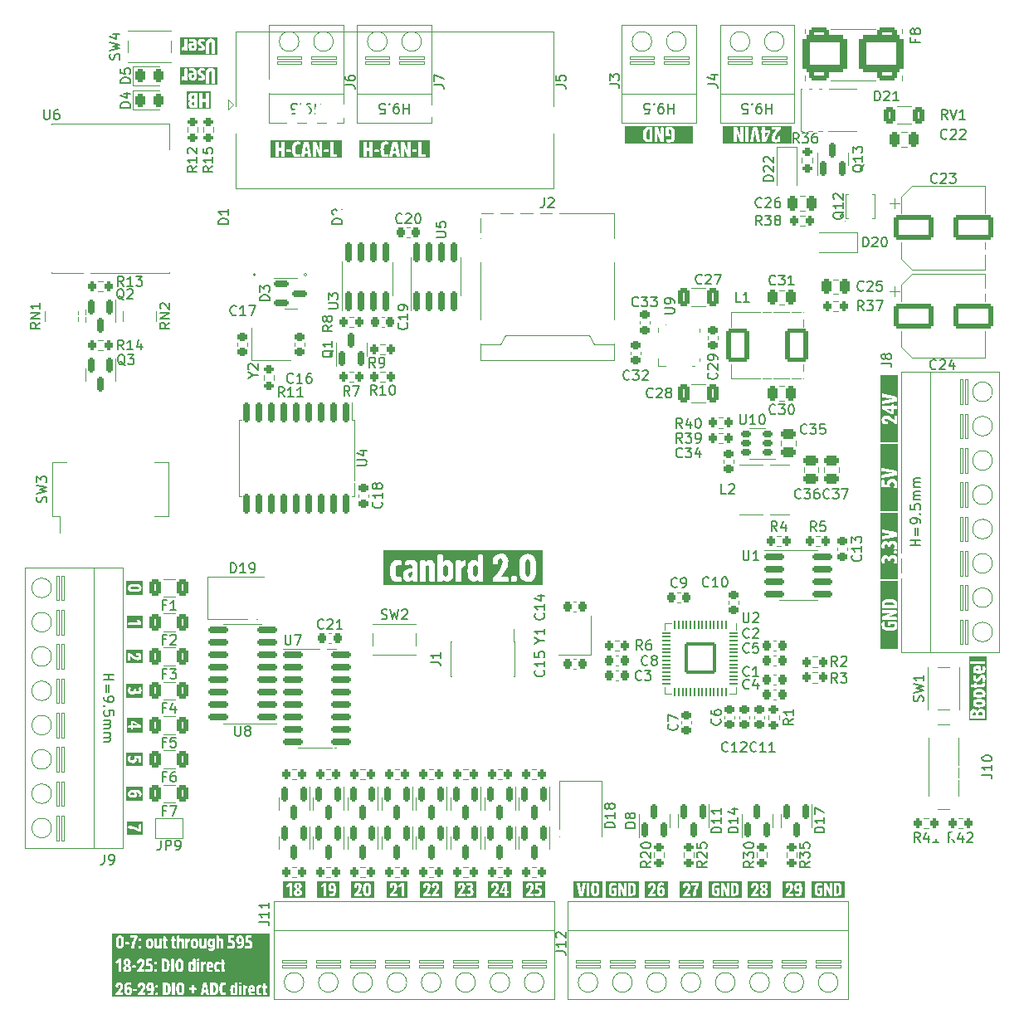
<source format=gbr>
%TF.GenerationSoftware,KiCad,Pcbnew,6.0.4-6f826c9f35~116~ubuntu20.04.1*%
%TF.CreationDate,2022-04-27T01:01:30+02:00*%
%TF.ProjectId,canbrd,63616e62-7264-42e6-9b69-6361645f7063,1.1*%
%TF.SameCoordinates,Original*%
%TF.FileFunction,Legend,Top*%
%TF.FilePolarity,Positive*%
%FSLAX46Y46*%
G04 Gerber Fmt 4.6, Leading zero omitted, Abs format (unit mm)*
G04 Created by KiCad (PCBNEW 6.0.4-6f826c9f35~116~ubuntu20.04.1) date 2022-04-27 01:01:30*
%MOMM*%
%LPD*%
G01*
G04 APERTURE LIST*
G04 Aperture macros list*
%AMRoundRect*
0 Rectangle with rounded corners*
0 $1 Rounding radius*
0 $2 $3 $4 $5 $6 $7 $8 $9 X,Y pos of 4 corners*
0 Add a 4 corners polygon primitive as box body*
4,1,4,$2,$3,$4,$5,$6,$7,$8,$9,$2,$3,0*
0 Add four circle primitives for the rounded corners*
1,1,$1+$1,$2,$3*
1,1,$1+$1,$4,$5*
1,1,$1+$1,$6,$7*
1,1,$1+$1,$8,$9*
0 Add four rect primitives between the rounded corners*
20,1,$1+$1,$2,$3,$4,$5,0*
20,1,$1+$1,$4,$5,$6,$7,0*
20,1,$1+$1,$6,$7,$8,$9,0*
20,1,$1+$1,$8,$9,$2,$3,0*%
%AMRotRect*
0 Rectangle, with rotation*
0 The origin of the aperture is its center*
0 $1 length*
0 $2 width*
0 $3 Rotation angle, in degrees counterclockwise*
0 Add horizontal line*
21,1,$1,$2,0,0,$3*%
%AMFreePoly0*
4,1,6,1.000000,0.000000,0.500000,-0.750000,-0.500000,-0.750000,-0.500000,0.750000,0.500000,0.750000,1.000000,0.000000,1.000000,0.000000,$1*%
%AMFreePoly1*
4,1,6,0.500000,-0.750000,-0.650000,-0.750000,-0.150000,0.000000,-0.650000,0.750000,0.500000,0.750000,0.500000,-0.750000,0.500000,-0.750000,$1*%
G04 Aperture macros list end*
%ADD10C,0.150000*%
%ADD11C,0.120000*%
%ADD12C,0.100000*%
%ADD13C,0.010000*%
%ADD14R,0.800000X1.500000*%
%ADD15R,1.450000X2.000000*%
%ADD16RoundRect,0.200000X-0.275000X0.200000X-0.275000X-0.200000X0.275000X-0.200000X0.275000X0.200000X0*%
%ADD17RoundRect,0.150000X-0.150000X0.587500X-0.150000X-0.587500X0.150000X-0.587500X0.150000X0.587500X0*%
%ADD18RoundRect,0.200000X0.200000X0.275000X-0.200000X0.275000X-0.200000X-0.275000X0.200000X-0.275000X0*%
%ADD19RoundRect,0.250000X0.250000X0.475000X-0.250000X0.475000X-0.250000X-0.475000X0.250000X-0.475000X0*%
%ADD20RoundRect,0.225000X-0.225000X-0.250000X0.225000X-0.250000X0.225000X0.250000X-0.225000X0.250000X0*%
%ADD21RoundRect,0.250000X0.375000X0.625000X-0.375000X0.625000X-0.375000X-0.625000X0.375000X-0.625000X0*%
%ADD22RoundRect,0.225000X0.225000X0.250000X-0.225000X0.250000X-0.225000X-0.250000X0.225000X-0.250000X0*%
%ADD23RoundRect,0.225000X-0.250000X0.225000X-0.250000X-0.225000X0.250000X-0.225000X0.250000X0.225000X0*%
%ADD24RoundRect,0.235000X-0.940000X-1.465000X0.940000X-1.465000X0.940000X1.465000X-0.940000X1.465000X0*%
%ADD25R,1.200000X1.400000*%
%ADD26RoundRect,0.150000X0.150000X-0.587500X0.150000X0.587500X-0.150000X0.587500X-0.150000X-0.587500X0*%
%ADD27RoundRect,0.200000X-0.200000X-0.275000X0.200000X-0.275000X0.200000X0.275000X-0.200000X0.275000X0*%
%ADD28C,2.400000*%
%ADD29RoundRect,0.150000X0.150000X-0.825000X0.150000X0.825000X-0.150000X0.825000X-0.150000X-0.825000X0*%
%ADD30R,1.000000X0.700000*%
%ADD31RoundRect,0.150000X-0.825000X-0.150000X0.825000X-0.150000X0.825000X0.150000X-0.825000X0.150000X0*%
%ADD32RoundRect,0.250000X-0.325000X-0.650000X0.325000X-0.650000X0.325000X0.650000X-0.325000X0.650000X0*%
%ADD33RoundRect,0.250000X-0.475000X0.250000X-0.475000X-0.250000X0.475000X-0.250000X0.475000X0.250000X0*%
%ADD34RoundRect,0.225000X0.250000X-0.225000X0.250000X0.225000X-0.250000X0.225000X-0.250000X-0.225000X0*%
%ADD35C,0.800000*%
%ADD36C,6.400000*%
%ADD37R,0.500000X0.800000*%
%ADD38R,0.400000X0.800000*%
%ADD39RoundRect,0.250000X-1.750000X-1.000000X1.750000X-1.000000X1.750000X1.000000X-1.750000X1.000000X0*%
%ADD40R,1.400000X1.200000*%
%ADD41RoundRect,0.250000X-0.250000X-0.475000X0.250000X-0.475000X0.250000X0.475000X-0.250000X0.475000X0*%
%ADD42R,0.740000X2.400000*%
%ADD43RoundRect,0.175000X0.325000X0.175000X-0.325000X0.175000X-0.325000X-0.175000X0.325000X-0.175000X0*%
%ADD44R,1.500000X4.000000*%
%ADD45R,2.300000X2.500000*%
%ADD46RoundRect,0.250000X0.475000X-0.250000X0.475000X0.250000X-0.475000X0.250000X-0.475000X-0.250000X0*%
%ADD47RoundRect,0.250000X-0.312500X-0.625000X0.312500X-0.625000X0.312500X0.625000X-0.312500X0.625000X0*%
%ADD48RoundRect,0.150000X0.825000X0.150000X-0.825000X0.150000X-0.825000X-0.150000X0.825000X-0.150000X0*%
%ADD49FreePoly0,180.000000*%
%ADD50FreePoly1,180.000000*%
%ADD51R,3.000000X2.000000*%
%ADD52R,0.760000X1.270000*%
%ADD53RoundRect,0.150000X-0.587500X-0.150000X0.587500X-0.150000X0.587500X0.150000X-0.587500X0.150000X0*%
%ADD54R,0.900000X1.200000*%
%ADD55R,2.500000X2.300000*%
%ADD56O,0.580000X1.000000*%
%ADD57C,0.660000*%
%ADD58R,0.890000X0.300000*%
%ADD59C,1.100000*%
%ADD60RotRect,1.030000X0.500000X51.000000*%
%ADD61RotRect,1.030000X0.500000X129.000000*%
%ADD62RoundRect,0.200000X0.275000X-0.200000X0.275000X0.200000X-0.275000X0.200000X-0.275000X-0.200000X0*%
%ADD63R,1.200000X0.900000*%
%ADD64RoundRect,0.250001X-0.799999X-2.474999X0.799999X-2.474999X0.799999X2.474999X-0.799999X2.474999X0*%
%ADD65RoundRect,0.381000X-1.869000X-1.524000X1.869000X-1.524000X1.869000X1.524000X-1.869000X1.524000X0*%
%ADD66R,0.400000X0.650000*%
%ADD67C,3.250000*%
%ADD68R,1.500000X1.500000*%
%ADD69C,1.500000*%
%ADD70C,2.300000*%
%ADD71R,0.700000X1.000000*%
%ADD72R,0.300000X0.650000*%
%ADD73R,0.650000X0.300000*%
%ADD74R,2.850000X2.850000*%
%ADD75RoundRect,0.243750X-0.243750X-0.456250X0.243750X-0.456250X0.243750X0.456250X-0.243750X0.456250X0*%
%ADD76RoundRect,0.150000X-0.150000X0.875000X-0.150000X-0.875000X0.150000X-0.875000X0.150000X0.875000X0*%
%ADD77RoundRect,0.050000X-0.050000X0.387500X-0.050000X-0.387500X0.050000X-0.387500X0.050000X0.387500X0*%
%ADD78RoundRect,0.050000X-0.387500X0.050000X-0.387500X-0.050000X0.387500X-0.050000X0.387500X0.050000X0*%
%ADD79RoundRect,0.144000X-1.456000X1.456000X-1.456000X-1.456000X1.456000X-1.456000X1.456000X1.456000X0*%
G04 APERTURE END LIST*
D10*
%TO.C,J2*%
X153266666Y-67952380D02*
X153266666Y-68666666D01*
X153219047Y-68809523D01*
X153123809Y-68904761D01*
X152980952Y-68952380D01*
X152885714Y-68952380D01*
X153695238Y-68047619D02*
X153742857Y-68000000D01*
X153838095Y-67952380D01*
X154076190Y-67952380D01*
X154171428Y-68000000D01*
X154219047Y-68047619D01*
X154266666Y-68142857D01*
X154266666Y-68238095D01*
X154219047Y-68380952D01*
X153647619Y-68952380D01*
X154266666Y-68952380D01*
%TO.C,R35*%
X180352380Y-135642857D02*
X179876190Y-135976190D01*
X180352380Y-136214285D02*
X179352380Y-136214285D01*
X179352380Y-135833333D01*
X179400000Y-135738095D01*
X179447619Y-135690476D01*
X179542857Y-135642857D01*
X179685714Y-135642857D01*
X179780952Y-135690476D01*
X179828571Y-135738095D01*
X179876190Y-135833333D01*
X179876190Y-136214285D01*
X179352380Y-135309523D02*
X179352380Y-134690476D01*
X179733333Y-135023809D01*
X179733333Y-134880952D01*
X179780952Y-134785714D01*
X179828571Y-134738095D01*
X179923809Y-134690476D01*
X180161904Y-134690476D01*
X180257142Y-134738095D01*
X180304761Y-134785714D01*
X180352380Y-134880952D01*
X180352380Y-135166666D01*
X180304761Y-135261904D01*
X180257142Y-135309523D01*
X179352380Y-133785714D02*
X179352380Y-134261904D01*
X179828571Y-134309523D01*
X179780952Y-134261904D01*
X179733333Y-134166666D01*
X179733333Y-133928571D01*
X179780952Y-133833333D01*
X179828571Y-133785714D01*
X179923809Y-133738095D01*
X180161904Y-133738095D01*
X180257142Y-133785714D01*
X180304761Y-133833333D01*
X180352380Y-133928571D01*
X180352380Y-134166666D01*
X180304761Y-134261904D01*
X180257142Y-134309523D01*
%TO.C,C31*%
X176857142Y-76757142D02*
X176809523Y-76804761D01*
X176666666Y-76852380D01*
X176571428Y-76852380D01*
X176428571Y-76804761D01*
X176333333Y-76709523D01*
X176285714Y-76614285D01*
X176238095Y-76423809D01*
X176238095Y-76280952D01*
X176285714Y-76090476D01*
X176333333Y-75995238D01*
X176428571Y-75900000D01*
X176571428Y-75852380D01*
X176666666Y-75852380D01*
X176809523Y-75900000D01*
X176857142Y-75947619D01*
X177190476Y-75852380D02*
X177809523Y-75852380D01*
X177476190Y-76233333D01*
X177619047Y-76233333D01*
X177714285Y-76280952D01*
X177761904Y-76328571D01*
X177809523Y-76423809D01*
X177809523Y-76661904D01*
X177761904Y-76757142D01*
X177714285Y-76804761D01*
X177619047Y-76852380D01*
X177333333Y-76852380D01*
X177238095Y-76804761D01*
X177190476Y-76757142D01*
X178761904Y-76852380D02*
X178190476Y-76852380D01*
X178476190Y-76852380D02*
X178476190Y-75852380D01*
X178380952Y-75995238D01*
X178285714Y-76090476D01*
X178190476Y-76138095D01*
%TO.C,C2*%
X174183333Y-112782142D02*
X174135714Y-112829761D01*
X173992857Y-112877380D01*
X173897619Y-112877380D01*
X173754761Y-112829761D01*
X173659523Y-112734523D01*
X173611904Y-112639285D01*
X173564285Y-112448809D01*
X173564285Y-112305952D01*
X173611904Y-112115476D01*
X173659523Y-112020238D01*
X173754761Y-111925000D01*
X173897619Y-111877380D01*
X173992857Y-111877380D01*
X174135714Y-111925000D01*
X174183333Y-111972619D01*
X174564285Y-111972619D02*
X174611904Y-111925000D01*
X174707142Y-111877380D01*
X174945238Y-111877380D01*
X175040476Y-111925000D01*
X175088095Y-111972619D01*
X175135714Y-112067857D01*
X175135714Y-112163095D01*
X175088095Y-112305952D01*
X174516666Y-112877380D01*
X175135714Y-112877380D01*
%TO.C,F7*%
X114666666Y-130498571D02*
X114333333Y-130498571D01*
X114333333Y-131022380D02*
X114333333Y-130022380D01*
X114809523Y-130022380D01*
X115095238Y-130022380D02*
X115761904Y-130022380D01*
X115333333Y-131022380D01*
%TO.C,C8*%
X163833333Y-115582142D02*
X163785714Y-115629761D01*
X163642857Y-115677380D01*
X163547619Y-115677380D01*
X163404761Y-115629761D01*
X163309523Y-115534523D01*
X163261904Y-115439285D01*
X163214285Y-115248809D01*
X163214285Y-115105952D01*
X163261904Y-114915476D01*
X163309523Y-114820238D01*
X163404761Y-114725000D01*
X163547619Y-114677380D01*
X163642857Y-114677380D01*
X163785714Y-114725000D01*
X163833333Y-114772619D01*
X164404761Y-115105952D02*
X164309523Y-115058333D01*
X164261904Y-115010714D01*
X164214285Y-114915476D01*
X164214285Y-114867857D01*
X164261904Y-114772619D01*
X164309523Y-114725000D01*
X164404761Y-114677380D01*
X164595238Y-114677380D01*
X164690476Y-114725000D01*
X164738095Y-114772619D01*
X164785714Y-114867857D01*
X164785714Y-114915476D01*
X164738095Y-115010714D01*
X164690476Y-115058333D01*
X164595238Y-115105952D01*
X164404761Y-115105952D01*
X164309523Y-115153571D01*
X164261904Y-115201190D01*
X164214285Y-115296428D01*
X164214285Y-115486904D01*
X164261904Y-115582142D01*
X164309523Y-115629761D01*
X164404761Y-115677380D01*
X164595238Y-115677380D01*
X164690476Y-115629761D01*
X164738095Y-115582142D01*
X164785714Y-115486904D01*
X164785714Y-115296428D01*
X164738095Y-115201190D01*
X164690476Y-115153571D01*
X164595238Y-115105952D01*
%TO.C,C9*%
X166833333Y-107607142D02*
X166785714Y-107654761D01*
X166642857Y-107702380D01*
X166547619Y-107702380D01*
X166404761Y-107654761D01*
X166309523Y-107559523D01*
X166261904Y-107464285D01*
X166214285Y-107273809D01*
X166214285Y-107130952D01*
X166261904Y-106940476D01*
X166309523Y-106845238D01*
X166404761Y-106750000D01*
X166547619Y-106702380D01*
X166642857Y-106702380D01*
X166785714Y-106750000D01*
X166833333Y-106797619D01*
X167309523Y-107702380D02*
X167500000Y-107702380D01*
X167595238Y-107654761D01*
X167642857Y-107607142D01*
X167738095Y-107464285D01*
X167785714Y-107273809D01*
X167785714Y-106892857D01*
X167738095Y-106797619D01*
X167690476Y-106750000D01*
X167595238Y-106702380D01*
X167404761Y-106702380D01*
X167309523Y-106750000D01*
X167261904Y-106797619D01*
X167214285Y-106892857D01*
X167214285Y-107130952D01*
X167261904Y-107226190D01*
X167309523Y-107273809D01*
X167404761Y-107321428D01*
X167595238Y-107321428D01*
X167690476Y-107273809D01*
X167738095Y-107226190D01*
X167785714Y-107130952D01*
%TO.C,R4*%
X177033333Y-101952380D02*
X176700000Y-101476190D01*
X176461904Y-101952380D02*
X176461904Y-100952380D01*
X176842857Y-100952380D01*
X176938095Y-101000000D01*
X176985714Y-101047619D01*
X177033333Y-101142857D01*
X177033333Y-101285714D01*
X176985714Y-101380952D01*
X176938095Y-101428571D01*
X176842857Y-101476190D01*
X176461904Y-101476190D01*
X177890476Y-101285714D02*
X177890476Y-101952380D01*
X177652380Y-100904761D02*
X177414285Y-101619047D01*
X178033333Y-101619047D01*
%TO.C,C6*%
X171207142Y-121116666D02*
X171254761Y-121164285D01*
X171302380Y-121307142D01*
X171302380Y-121402380D01*
X171254761Y-121545238D01*
X171159523Y-121640476D01*
X171064285Y-121688095D01*
X170873809Y-121735714D01*
X170730952Y-121735714D01*
X170540476Y-121688095D01*
X170445238Y-121640476D01*
X170350000Y-121545238D01*
X170302380Y-121402380D01*
X170302380Y-121307142D01*
X170350000Y-121164285D01*
X170397619Y-121116666D01*
X170302380Y-120259523D02*
X170302380Y-120450000D01*
X170350000Y-120545238D01*
X170397619Y-120592857D01*
X170540476Y-120688095D01*
X170730952Y-120735714D01*
X171111904Y-120735714D01*
X171207142Y-120688095D01*
X171254761Y-120640476D01*
X171302380Y-120545238D01*
X171302380Y-120354761D01*
X171254761Y-120259523D01*
X171207142Y-120211904D01*
X171111904Y-120164285D01*
X170873809Y-120164285D01*
X170778571Y-120211904D01*
X170730952Y-120259523D01*
X170683333Y-120354761D01*
X170683333Y-120545238D01*
X170730952Y-120640476D01*
X170778571Y-120688095D01*
X170873809Y-120735714D01*
%TO.C,C15*%
X153207142Y-116167857D02*
X153254761Y-116215476D01*
X153302380Y-116358333D01*
X153302380Y-116453571D01*
X153254761Y-116596428D01*
X153159523Y-116691666D01*
X153064285Y-116739285D01*
X152873809Y-116786904D01*
X152730952Y-116786904D01*
X152540476Y-116739285D01*
X152445238Y-116691666D01*
X152350000Y-116596428D01*
X152302380Y-116453571D01*
X152302380Y-116358333D01*
X152350000Y-116215476D01*
X152397619Y-116167857D01*
X153302380Y-115215476D02*
X153302380Y-115786904D01*
X153302380Y-115501190D02*
X152302380Y-115501190D01*
X152445238Y-115596428D01*
X152540476Y-115691666D01*
X152588095Y-115786904D01*
X152302380Y-114310714D02*
X152302380Y-114786904D01*
X152778571Y-114834523D01*
X152730952Y-114786904D01*
X152683333Y-114691666D01*
X152683333Y-114453571D01*
X152730952Y-114358333D01*
X152778571Y-114310714D01*
X152873809Y-114263095D01*
X153111904Y-114263095D01*
X153207142Y-114310714D01*
X153254761Y-114358333D01*
X153302380Y-114453571D01*
X153302380Y-114691666D01*
X153254761Y-114786904D01*
X153207142Y-114834523D01*
%TO.C,C3*%
X163183333Y-117082142D02*
X163135714Y-117129761D01*
X162992857Y-117177380D01*
X162897619Y-117177380D01*
X162754761Y-117129761D01*
X162659523Y-117034523D01*
X162611904Y-116939285D01*
X162564285Y-116748809D01*
X162564285Y-116605952D01*
X162611904Y-116415476D01*
X162659523Y-116320238D01*
X162754761Y-116225000D01*
X162897619Y-116177380D01*
X162992857Y-116177380D01*
X163135714Y-116225000D01*
X163183333Y-116272619D01*
X163516666Y-116177380D02*
X164135714Y-116177380D01*
X163802380Y-116558333D01*
X163945238Y-116558333D01*
X164040476Y-116605952D01*
X164088095Y-116653571D01*
X164135714Y-116748809D01*
X164135714Y-116986904D01*
X164088095Y-117082142D01*
X164040476Y-117129761D01*
X163945238Y-117177380D01*
X163659523Y-117177380D01*
X163564285Y-117129761D01*
X163516666Y-117082142D01*
%TO.C,R42*%
X195107142Y-133702380D02*
X194773809Y-133226190D01*
X194535714Y-133702380D02*
X194535714Y-132702380D01*
X194916666Y-132702380D01*
X195011904Y-132750000D01*
X195059523Y-132797619D01*
X195107142Y-132892857D01*
X195107142Y-133035714D01*
X195059523Y-133130952D01*
X195011904Y-133178571D01*
X194916666Y-133226190D01*
X194535714Y-133226190D01*
X195964285Y-133035714D02*
X195964285Y-133702380D01*
X195726190Y-132654761D02*
X195488095Y-133369047D01*
X196107142Y-133369047D01*
X196440476Y-132797619D02*
X196488095Y-132750000D01*
X196583333Y-132702380D01*
X196821428Y-132702380D01*
X196916666Y-132750000D01*
X196964285Y-132797619D01*
X197011904Y-132892857D01*
X197011904Y-132988095D01*
X196964285Y-133130952D01*
X196392857Y-133702380D01*
X197011904Y-133702380D01*
%TO.C,L1*%
X173333333Y-78552380D02*
X172857142Y-78552380D01*
X172857142Y-77552380D01*
X174190476Y-78552380D02*
X173619047Y-78552380D01*
X173904761Y-78552380D02*
X173904761Y-77552380D01*
X173809523Y-77695238D01*
X173714285Y-77790476D01*
X173619047Y-77838095D01*
%TO.C,Y1*%
X152826190Y-113101190D02*
X153302380Y-113101190D01*
X152302380Y-113434523D02*
X152826190Y-113101190D01*
X152302380Y-112767857D01*
X153302380Y-111910714D02*
X153302380Y-112482142D01*
X153302380Y-112196428D02*
X152302380Y-112196428D01*
X152445238Y-112291666D01*
X152540476Y-112386904D01*
X152588095Y-112482142D01*
%TO.C,D14*%
X173052380Y-132714285D02*
X172052380Y-132714285D01*
X172052380Y-132476190D01*
X172100000Y-132333333D01*
X172195238Y-132238095D01*
X172290476Y-132190476D01*
X172480952Y-132142857D01*
X172623809Y-132142857D01*
X172814285Y-132190476D01*
X172909523Y-132238095D01*
X173004761Y-132333333D01*
X173052380Y-132476190D01*
X173052380Y-132714285D01*
X173052380Y-131190476D02*
X173052380Y-131761904D01*
X173052380Y-131476190D02*
X172052380Y-131476190D01*
X172195238Y-131571428D01*
X172290476Y-131666666D01*
X172338095Y-131761904D01*
X172385714Y-130333333D02*
X173052380Y-130333333D01*
X172004761Y-130571428D02*
X172719047Y-130809523D01*
X172719047Y-130190476D01*
%TO.C,D1*%
X121052380Y-70638095D02*
X120052380Y-70638095D01*
X120052380Y-70400000D01*
X120100000Y-70257142D01*
X120195238Y-70161904D01*
X120290476Y-70114285D01*
X120480952Y-70066666D01*
X120623809Y-70066666D01*
X120814285Y-70114285D01*
X120909523Y-70161904D01*
X121004761Y-70257142D01*
X121052380Y-70400000D01*
X121052380Y-70638095D01*
X121052380Y-69114285D02*
X121052380Y-69685714D01*
X121052380Y-69400000D02*
X120052380Y-69400000D01*
X120195238Y-69495238D01*
X120290476Y-69590476D01*
X120338095Y-69685714D01*
%TO.C,R14*%
X110357142Y-83452380D02*
X110023809Y-82976190D01*
X109785714Y-83452380D02*
X109785714Y-82452380D01*
X110166666Y-82452380D01*
X110261904Y-82500000D01*
X110309523Y-82547619D01*
X110357142Y-82642857D01*
X110357142Y-82785714D01*
X110309523Y-82880952D01*
X110261904Y-82928571D01*
X110166666Y-82976190D01*
X109785714Y-82976190D01*
X111309523Y-83452380D02*
X110738095Y-83452380D01*
X111023809Y-83452380D02*
X111023809Y-82452380D01*
X110928571Y-82595238D01*
X110833333Y-82690476D01*
X110738095Y-82738095D01*
X112166666Y-82785714D02*
X112166666Y-83452380D01*
X111928571Y-82404761D02*
X111690476Y-83119047D01*
X112309523Y-83119047D01*
%TO.C,J11*%
X124202380Y-141809523D02*
X124916666Y-141809523D01*
X125059523Y-141857142D01*
X125154761Y-141952380D01*
X125202380Y-142095238D01*
X125202380Y-142190476D01*
X125202380Y-140809523D02*
X125202380Y-141380952D01*
X125202380Y-141095238D02*
X124202380Y-141095238D01*
X124345238Y-141190476D01*
X124440476Y-141285714D01*
X124488095Y-141380952D01*
X125202380Y-139857142D02*
X125202380Y-140428571D01*
X125202380Y-140142857D02*
X124202380Y-140142857D01*
X124345238Y-140238095D01*
X124440476Y-140333333D01*
X124488095Y-140428571D01*
%TO.C,C29*%
X170857142Y-85842857D02*
X170904761Y-85890476D01*
X170952380Y-86033333D01*
X170952380Y-86128571D01*
X170904761Y-86271428D01*
X170809523Y-86366666D01*
X170714285Y-86414285D01*
X170523809Y-86461904D01*
X170380952Y-86461904D01*
X170190476Y-86414285D01*
X170095238Y-86366666D01*
X170000000Y-86271428D01*
X169952380Y-86128571D01*
X169952380Y-86033333D01*
X170000000Y-85890476D01*
X170047619Y-85842857D01*
X170047619Y-85461904D02*
X170000000Y-85414285D01*
X169952380Y-85319047D01*
X169952380Y-85080952D01*
X170000000Y-84985714D01*
X170047619Y-84938095D01*
X170142857Y-84890476D01*
X170238095Y-84890476D01*
X170380952Y-84938095D01*
X170952380Y-85509523D01*
X170952380Y-84890476D01*
X170952380Y-84414285D02*
X170952380Y-84223809D01*
X170904761Y-84128571D01*
X170857142Y-84080952D01*
X170714285Y-83985714D01*
X170523809Y-83938095D01*
X170142857Y-83938095D01*
X170047619Y-83985714D01*
X170000000Y-84033333D01*
X169952380Y-84128571D01*
X169952380Y-84319047D01*
X170000000Y-84414285D01*
X170047619Y-84461904D01*
X170142857Y-84509523D01*
X170380952Y-84509523D01*
X170476190Y-84461904D01*
X170523809Y-84414285D01*
X170571428Y-84319047D01*
X170571428Y-84128571D01*
X170523809Y-84033333D01*
X170476190Y-83985714D01*
X170380952Y-83938095D01*
%TO.C,U3*%
X131252380Y-79261904D02*
X132061904Y-79261904D01*
X132157142Y-79214285D01*
X132204761Y-79166666D01*
X132252380Y-79071428D01*
X132252380Y-78880952D01*
X132204761Y-78785714D01*
X132157142Y-78738095D01*
X132061904Y-78690476D01*
X131252380Y-78690476D01*
X131252380Y-78309523D02*
X131252380Y-77690476D01*
X131633333Y-78023809D01*
X131633333Y-77880952D01*
X131680952Y-77785714D01*
X131728571Y-77738095D01*
X131823809Y-77690476D01*
X132061904Y-77690476D01*
X132157142Y-77738095D01*
X132204761Y-77785714D01*
X132252380Y-77880952D01*
X132252380Y-78166666D01*
X132204761Y-78261904D01*
X132157142Y-78309523D01*
%TO.C,R3*%
X183183333Y-117427380D02*
X182850000Y-116951190D01*
X182611904Y-117427380D02*
X182611904Y-116427380D01*
X182992857Y-116427380D01*
X183088095Y-116475000D01*
X183135714Y-116522619D01*
X183183333Y-116617857D01*
X183183333Y-116760714D01*
X183135714Y-116855952D01*
X183088095Y-116903571D01*
X182992857Y-116951190D01*
X182611904Y-116951190D01*
X183516666Y-116427380D02*
X184135714Y-116427380D01*
X183802380Y-116808333D01*
X183945238Y-116808333D01*
X184040476Y-116855952D01*
X184088095Y-116903571D01*
X184135714Y-116998809D01*
X184135714Y-117236904D01*
X184088095Y-117332142D01*
X184040476Y-117379761D01*
X183945238Y-117427380D01*
X183659523Y-117427380D01*
X183564285Y-117379761D01*
X183516666Y-117332142D01*
%TO.C,SW2*%
X136666666Y-110904761D02*
X136809523Y-110952380D01*
X137047619Y-110952380D01*
X137142857Y-110904761D01*
X137190476Y-110857142D01*
X137238095Y-110761904D01*
X137238095Y-110666666D01*
X137190476Y-110571428D01*
X137142857Y-110523809D01*
X137047619Y-110476190D01*
X136857142Y-110428571D01*
X136761904Y-110380952D01*
X136714285Y-110333333D01*
X136666666Y-110238095D01*
X136666666Y-110142857D01*
X136714285Y-110047619D01*
X136761904Y-110000000D01*
X136857142Y-109952380D01*
X137095238Y-109952380D01*
X137238095Y-110000000D01*
X137571428Y-109952380D02*
X137809523Y-110952380D01*
X138000000Y-110238095D01*
X138190476Y-110952380D01*
X138428571Y-109952380D01*
X138761904Y-110047619D02*
X138809523Y-110000000D01*
X138904761Y-109952380D01*
X139142857Y-109952380D01*
X139238095Y-110000000D01*
X139285714Y-110047619D01*
X139333333Y-110142857D01*
X139333333Y-110238095D01*
X139285714Y-110380952D01*
X138714285Y-110952380D01*
X139333333Y-110952380D01*
%TO.C,R2*%
X183183333Y-115727380D02*
X182850000Y-115251190D01*
X182611904Y-115727380D02*
X182611904Y-114727380D01*
X182992857Y-114727380D01*
X183088095Y-114775000D01*
X183135714Y-114822619D01*
X183183333Y-114917857D01*
X183183333Y-115060714D01*
X183135714Y-115155952D01*
X183088095Y-115203571D01*
X182992857Y-115251190D01*
X182611904Y-115251190D01*
X183564285Y-114822619D02*
X183611904Y-114775000D01*
X183707142Y-114727380D01*
X183945238Y-114727380D01*
X184040476Y-114775000D01*
X184088095Y-114822619D01*
X184135714Y-114917857D01*
X184135714Y-115013095D01*
X184088095Y-115155952D01*
X183516666Y-115727380D01*
X184135714Y-115727380D01*
%TO.C,U7*%
X126838095Y-112552380D02*
X126838095Y-113361904D01*
X126885714Y-113457142D01*
X126933333Y-113504761D01*
X127028571Y-113552380D01*
X127219047Y-113552380D01*
X127314285Y-113504761D01*
X127361904Y-113457142D01*
X127409523Y-113361904D01*
X127409523Y-112552380D01*
X127790476Y-112552380D02*
X128457142Y-112552380D01*
X128028571Y-113552380D01*
%TO.C,C27*%
X169357142Y-76657142D02*
X169309523Y-76704761D01*
X169166666Y-76752380D01*
X169071428Y-76752380D01*
X168928571Y-76704761D01*
X168833333Y-76609523D01*
X168785714Y-76514285D01*
X168738095Y-76323809D01*
X168738095Y-76180952D01*
X168785714Y-75990476D01*
X168833333Y-75895238D01*
X168928571Y-75800000D01*
X169071428Y-75752380D01*
X169166666Y-75752380D01*
X169309523Y-75800000D01*
X169357142Y-75847619D01*
X169738095Y-75847619D02*
X169785714Y-75800000D01*
X169880952Y-75752380D01*
X170119047Y-75752380D01*
X170214285Y-75800000D01*
X170261904Y-75847619D01*
X170309523Y-75942857D01*
X170309523Y-76038095D01*
X170261904Y-76180952D01*
X169690476Y-76752380D01*
X170309523Y-76752380D01*
X170642857Y-75752380D02*
X171309523Y-75752380D01*
X170880952Y-76752380D01*
%TO.C,C35*%
X180057142Y-91957142D02*
X180009523Y-92004761D01*
X179866666Y-92052380D01*
X179771428Y-92052380D01*
X179628571Y-92004761D01*
X179533333Y-91909523D01*
X179485714Y-91814285D01*
X179438095Y-91623809D01*
X179438095Y-91480952D01*
X179485714Y-91290476D01*
X179533333Y-91195238D01*
X179628571Y-91100000D01*
X179771428Y-91052380D01*
X179866666Y-91052380D01*
X180009523Y-91100000D01*
X180057142Y-91147619D01*
X180390476Y-91052380D02*
X181009523Y-91052380D01*
X180676190Y-91433333D01*
X180819047Y-91433333D01*
X180914285Y-91480952D01*
X180961904Y-91528571D01*
X181009523Y-91623809D01*
X181009523Y-91861904D01*
X180961904Y-91957142D01*
X180914285Y-92004761D01*
X180819047Y-92052380D01*
X180533333Y-92052380D01*
X180438095Y-92004761D01*
X180390476Y-91957142D01*
X181914285Y-91052380D02*
X181438095Y-91052380D01*
X181390476Y-91528571D01*
X181438095Y-91480952D01*
X181533333Y-91433333D01*
X181771428Y-91433333D01*
X181866666Y-91480952D01*
X181914285Y-91528571D01*
X181961904Y-91623809D01*
X181961904Y-91861904D01*
X181914285Y-91957142D01*
X181866666Y-92004761D01*
X181771428Y-92052380D01*
X181533333Y-92052380D01*
X181438095Y-92004761D01*
X181390476Y-91957142D01*
%TO.C,J8*%
X187702380Y-84833333D02*
X188416666Y-84833333D01*
X188559523Y-84880952D01*
X188654761Y-84976190D01*
X188702380Y-85119047D01*
X188702380Y-85214285D01*
X188130952Y-84214285D02*
X188083333Y-84309523D01*
X188035714Y-84357142D01*
X187940476Y-84404761D01*
X187892857Y-84404761D01*
X187797619Y-84357142D01*
X187750000Y-84309523D01*
X187702380Y-84214285D01*
X187702380Y-84023809D01*
X187750000Y-83928571D01*
X187797619Y-83880952D01*
X187892857Y-83833333D01*
X187940476Y-83833333D01*
X188035714Y-83880952D01*
X188083333Y-83928571D01*
X188130952Y-84023809D01*
X188130952Y-84214285D01*
X188178571Y-84309523D01*
X188226190Y-84357142D01*
X188321428Y-84404761D01*
X188511904Y-84404761D01*
X188607142Y-84357142D01*
X188654761Y-84309523D01*
X188702380Y-84214285D01*
X188702380Y-84023809D01*
X188654761Y-83928571D01*
X188607142Y-83880952D01*
X188511904Y-83833333D01*
X188321428Y-83833333D01*
X188226190Y-83880952D01*
X188178571Y-83928571D01*
X188130952Y-84023809D01*
X191652380Y-103428571D02*
X190652380Y-103428571D01*
X191128571Y-103428571D02*
X191128571Y-102857142D01*
X191652380Y-102857142D02*
X190652380Y-102857142D01*
X191128571Y-102380952D02*
X191128571Y-101619047D01*
X191414285Y-101619047D02*
X191414285Y-102380952D01*
X191652380Y-101095238D02*
X191652380Y-100904761D01*
X191604761Y-100809523D01*
X191557142Y-100761904D01*
X191414285Y-100666666D01*
X191223809Y-100619047D01*
X190842857Y-100619047D01*
X190747619Y-100666666D01*
X190700000Y-100714285D01*
X190652380Y-100809523D01*
X190652380Y-101000000D01*
X190700000Y-101095238D01*
X190747619Y-101142857D01*
X190842857Y-101190476D01*
X191080952Y-101190476D01*
X191176190Y-101142857D01*
X191223809Y-101095238D01*
X191271428Y-101000000D01*
X191271428Y-100809523D01*
X191223809Y-100714285D01*
X191176190Y-100666666D01*
X191080952Y-100619047D01*
X191557142Y-100190476D02*
X191604761Y-100142857D01*
X191652380Y-100190476D01*
X191604761Y-100238095D01*
X191557142Y-100190476D01*
X191652380Y-100190476D01*
X190652380Y-99238095D02*
X190652380Y-99714285D01*
X191128571Y-99761904D01*
X191080952Y-99714285D01*
X191033333Y-99619047D01*
X191033333Y-99380952D01*
X191080952Y-99285714D01*
X191128571Y-99238095D01*
X191223809Y-99190476D01*
X191461904Y-99190476D01*
X191557142Y-99238095D01*
X191604761Y-99285714D01*
X191652380Y-99380952D01*
X191652380Y-99619047D01*
X191604761Y-99714285D01*
X191557142Y-99761904D01*
X191652380Y-98761904D02*
X190985714Y-98761904D01*
X191080952Y-98761904D02*
X191033333Y-98714285D01*
X190985714Y-98619047D01*
X190985714Y-98476190D01*
X191033333Y-98380952D01*
X191128571Y-98333333D01*
X191652380Y-98333333D01*
X191128571Y-98333333D02*
X191033333Y-98285714D01*
X190985714Y-98190476D01*
X190985714Y-98047619D01*
X191033333Y-97952380D01*
X191128571Y-97904761D01*
X191652380Y-97904761D01*
X191652380Y-97428571D02*
X190985714Y-97428571D01*
X191080952Y-97428571D02*
X191033333Y-97380952D01*
X190985714Y-97285714D01*
X190985714Y-97142857D01*
X191033333Y-97047619D01*
X191128571Y-97000000D01*
X191652380Y-97000000D01*
X191128571Y-97000000D02*
X191033333Y-96952380D01*
X190985714Y-96857142D01*
X190985714Y-96714285D01*
X191033333Y-96619047D01*
X191128571Y-96571428D01*
X191652380Y-96571428D01*
%TO.C,R6*%
X163283333Y-114077380D02*
X162950000Y-113601190D01*
X162711904Y-114077380D02*
X162711904Y-113077380D01*
X163092857Y-113077380D01*
X163188095Y-113125000D01*
X163235714Y-113172619D01*
X163283333Y-113267857D01*
X163283333Y-113410714D01*
X163235714Y-113505952D01*
X163188095Y-113553571D01*
X163092857Y-113601190D01*
X162711904Y-113601190D01*
X164140476Y-113077380D02*
X163950000Y-113077380D01*
X163854761Y-113125000D01*
X163807142Y-113172619D01*
X163711904Y-113315476D01*
X163664285Y-113505952D01*
X163664285Y-113886904D01*
X163711904Y-113982142D01*
X163759523Y-114029761D01*
X163854761Y-114077380D01*
X164045238Y-114077380D01*
X164140476Y-114029761D01*
X164188095Y-113982142D01*
X164235714Y-113886904D01*
X164235714Y-113648809D01*
X164188095Y-113553571D01*
X164140476Y-113505952D01*
X164045238Y-113458333D01*
X163854761Y-113458333D01*
X163759523Y-113505952D01*
X163711904Y-113553571D01*
X163664285Y-113648809D01*
%TO.C,C10*%
X170057142Y-107557142D02*
X170009523Y-107604761D01*
X169866666Y-107652380D01*
X169771428Y-107652380D01*
X169628571Y-107604761D01*
X169533333Y-107509523D01*
X169485714Y-107414285D01*
X169438095Y-107223809D01*
X169438095Y-107080952D01*
X169485714Y-106890476D01*
X169533333Y-106795238D01*
X169628571Y-106700000D01*
X169771428Y-106652380D01*
X169866666Y-106652380D01*
X170009523Y-106700000D01*
X170057142Y-106747619D01*
X171009523Y-107652380D02*
X170438095Y-107652380D01*
X170723809Y-107652380D02*
X170723809Y-106652380D01*
X170628571Y-106795238D01*
X170533333Y-106890476D01*
X170438095Y-106938095D01*
X171628571Y-106652380D02*
X171723809Y-106652380D01*
X171819047Y-106700000D01*
X171866666Y-106747619D01*
X171914285Y-106842857D01*
X171961904Y-107033333D01*
X171961904Y-107271428D01*
X171914285Y-107461904D01*
X171866666Y-107557142D01*
X171819047Y-107604761D01*
X171723809Y-107652380D01*
X171628571Y-107652380D01*
X171533333Y-107604761D01*
X171485714Y-107557142D01*
X171438095Y-107461904D01*
X171390476Y-107271428D01*
X171390476Y-107033333D01*
X171438095Y-106842857D01*
X171485714Y-106747619D01*
X171533333Y-106700000D01*
X171628571Y-106652380D01*
%TO.C,F2*%
X114666666Y-112998571D02*
X114333333Y-112998571D01*
X114333333Y-113522380D02*
X114333333Y-112522380D01*
X114809523Y-112522380D01*
X115142857Y-112617619D02*
X115190476Y-112570000D01*
X115285714Y-112522380D01*
X115523809Y-112522380D01*
X115619047Y-112570000D01*
X115666666Y-112617619D01*
X115714285Y-112712857D01*
X115714285Y-112808095D01*
X115666666Y-112950952D01*
X115095238Y-113522380D01*
X115714285Y-113522380D01*
%TO.C,R20*%
X164152380Y-135642857D02*
X163676190Y-135976190D01*
X164152380Y-136214285D02*
X163152380Y-136214285D01*
X163152380Y-135833333D01*
X163200000Y-135738095D01*
X163247619Y-135690476D01*
X163342857Y-135642857D01*
X163485714Y-135642857D01*
X163580952Y-135690476D01*
X163628571Y-135738095D01*
X163676190Y-135833333D01*
X163676190Y-136214285D01*
X163247619Y-135261904D02*
X163200000Y-135214285D01*
X163152380Y-135119047D01*
X163152380Y-134880952D01*
X163200000Y-134785714D01*
X163247619Y-134738095D01*
X163342857Y-134690476D01*
X163438095Y-134690476D01*
X163580952Y-134738095D01*
X164152380Y-135309523D01*
X164152380Y-134690476D01*
X163152380Y-134071428D02*
X163152380Y-133976190D01*
X163200000Y-133880952D01*
X163247619Y-133833333D01*
X163342857Y-133785714D01*
X163533333Y-133738095D01*
X163771428Y-133738095D01*
X163961904Y-133785714D01*
X164057142Y-133833333D01*
X164104761Y-133880952D01*
X164152380Y-133976190D01*
X164152380Y-134071428D01*
X164104761Y-134166666D01*
X164057142Y-134214285D01*
X163961904Y-134261904D01*
X163771428Y-134309523D01*
X163533333Y-134309523D01*
X163342857Y-134261904D01*
X163247619Y-134214285D01*
X163200000Y-134166666D01*
X163152380Y-134071428D01*
%TO.C,R37*%
X185857142Y-79452380D02*
X185523809Y-78976190D01*
X185285714Y-79452380D02*
X185285714Y-78452380D01*
X185666666Y-78452380D01*
X185761904Y-78500000D01*
X185809523Y-78547619D01*
X185857142Y-78642857D01*
X185857142Y-78785714D01*
X185809523Y-78880952D01*
X185761904Y-78928571D01*
X185666666Y-78976190D01*
X185285714Y-78976190D01*
X186190476Y-78452380D02*
X186809523Y-78452380D01*
X186476190Y-78833333D01*
X186619047Y-78833333D01*
X186714285Y-78880952D01*
X186761904Y-78928571D01*
X186809523Y-79023809D01*
X186809523Y-79261904D01*
X186761904Y-79357142D01*
X186714285Y-79404761D01*
X186619047Y-79452380D01*
X186333333Y-79452380D01*
X186238095Y-79404761D01*
X186190476Y-79357142D01*
X187142857Y-78452380D02*
X187809523Y-78452380D01*
X187380952Y-79452380D01*
%TO.C,RN2*%
X115052380Y-80690476D02*
X114576190Y-81023809D01*
X115052380Y-81261904D02*
X114052380Y-81261904D01*
X114052380Y-80880952D01*
X114100000Y-80785714D01*
X114147619Y-80738095D01*
X114242857Y-80690476D01*
X114385714Y-80690476D01*
X114480952Y-80738095D01*
X114528571Y-80785714D01*
X114576190Y-80880952D01*
X114576190Y-81261904D01*
X115052380Y-80261904D02*
X114052380Y-80261904D01*
X115052380Y-79690476D01*
X114052380Y-79690476D01*
X114147619Y-79261904D02*
X114100000Y-79214285D01*
X114052380Y-79119047D01*
X114052380Y-78880952D01*
X114100000Y-78785714D01*
X114147619Y-78738095D01*
X114242857Y-78690476D01*
X114338095Y-78690476D01*
X114480952Y-78738095D01*
X115052380Y-79309523D01*
X115052380Y-78690476D01*
%TO.C,C14*%
X153207142Y-110367857D02*
X153254761Y-110415476D01*
X153302380Y-110558333D01*
X153302380Y-110653571D01*
X153254761Y-110796428D01*
X153159523Y-110891666D01*
X153064285Y-110939285D01*
X152873809Y-110986904D01*
X152730952Y-110986904D01*
X152540476Y-110939285D01*
X152445238Y-110891666D01*
X152350000Y-110796428D01*
X152302380Y-110653571D01*
X152302380Y-110558333D01*
X152350000Y-110415476D01*
X152397619Y-110367857D01*
X153302380Y-109415476D02*
X153302380Y-109986904D01*
X153302380Y-109701190D02*
X152302380Y-109701190D01*
X152445238Y-109796428D01*
X152540476Y-109891666D01*
X152588095Y-109986904D01*
X152635714Y-108558333D02*
X153302380Y-108558333D01*
X152254761Y-108796428D02*
X152969047Y-109034523D01*
X152969047Y-108415476D01*
%TO.C,J7*%
X142052380Y-56433333D02*
X142766666Y-56433333D01*
X142909523Y-56480952D01*
X143004761Y-56576190D01*
X143052380Y-56719047D01*
X143052380Y-56814285D01*
X142052380Y-56052380D02*
X142052380Y-55385714D01*
X143052380Y-55814285D01*
X139476190Y-58347619D02*
X139476190Y-59347619D01*
X139476190Y-58871428D02*
X138904761Y-58871428D01*
X138904761Y-58347619D02*
X138904761Y-59347619D01*
X138380952Y-58347619D02*
X138190476Y-58347619D01*
X138095238Y-58395238D01*
X138047619Y-58442857D01*
X137952380Y-58585714D01*
X137904761Y-58776190D01*
X137904761Y-59157142D01*
X137952380Y-59252380D01*
X138000000Y-59300000D01*
X138095238Y-59347619D01*
X138285714Y-59347619D01*
X138380952Y-59300000D01*
X138428571Y-59252380D01*
X138476190Y-59157142D01*
X138476190Y-58919047D01*
X138428571Y-58823809D01*
X138380952Y-58776190D01*
X138285714Y-58728571D01*
X138095238Y-58728571D01*
X138000000Y-58776190D01*
X137952380Y-58823809D01*
X137904761Y-58919047D01*
X137476190Y-58442857D02*
X137428571Y-58395238D01*
X137476190Y-58347619D01*
X137523809Y-58395238D01*
X137476190Y-58442857D01*
X137476190Y-58347619D01*
X136523809Y-59347619D02*
X137000000Y-59347619D01*
X137047619Y-58871428D01*
X137000000Y-58919047D01*
X136904761Y-58966666D01*
X136666666Y-58966666D01*
X136571428Y-58919047D01*
X136523809Y-58871428D01*
X136476190Y-58776190D01*
X136476190Y-58538095D01*
X136523809Y-58442857D01*
X136571428Y-58395238D01*
X136666666Y-58347619D01*
X136904761Y-58347619D01*
X137000000Y-58395238D01*
X137047619Y-58442857D01*
%TO.C,R7*%
X133433333Y-88152380D02*
X133100000Y-87676190D01*
X132861904Y-88152380D02*
X132861904Y-87152380D01*
X133242857Y-87152380D01*
X133338095Y-87200000D01*
X133385714Y-87247619D01*
X133433333Y-87342857D01*
X133433333Y-87485714D01*
X133385714Y-87580952D01*
X133338095Y-87628571D01*
X133242857Y-87676190D01*
X132861904Y-87676190D01*
X133766666Y-87152380D02*
X134433333Y-87152380D01*
X134004761Y-88152380D01*
%TO.C,R40*%
X167357142Y-91452380D02*
X167023809Y-90976190D01*
X166785714Y-91452380D02*
X166785714Y-90452380D01*
X167166666Y-90452380D01*
X167261904Y-90500000D01*
X167309523Y-90547619D01*
X167357142Y-90642857D01*
X167357142Y-90785714D01*
X167309523Y-90880952D01*
X167261904Y-90928571D01*
X167166666Y-90976190D01*
X166785714Y-90976190D01*
X168214285Y-90785714D02*
X168214285Y-91452380D01*
X167976190Y-90404761D02*
X167738095Y-91119047D01*
X168357142Y-91119047D01*
X168928571Y-90452380D02*
X169023809Y-90452380D01*
X169119047Y-90500000D01*
X169166666Y-90547619D01*
X169214285Y-90642857D01*
X169261904Y-90833333D01*
X169261904Y-91071428D01*
X169214285Y-91261904D01*
X169166666Y-91357142D01*
X169119047Y-91404761D01*
X169023809Y-91452380D01*
X168928571Y-91452380D01*
X168833333Y-91404761D01*
X168785714Y-91357142D01*
X168738095Y-91261904D01*
X168690476Y-91071428D01*
X168690476Y-90833333D01*
X168738095Y-90642857D01*
X168785714Y-90547619D01*
X168833333Y-90500000D01*
X168928571Y-90452380D01*
%TO.C,J3*%
X159952380Y-56333333D02*
X160666666Y-56333333D01*
X160809523Y-56380952D01*
X160904761Y-56476190D01*
X160952380Y-56619047D01*
X160952380Y-56714285D01*
X159952380Y-55952380D02*
X159952380Y-55333333D01*
X160333333Y-55666666D01*
X160333333Y-55523809D01*
X160380952Y-55428571D01*
X160428571Y-55380952D01*
X160523809Y-55333333D01*
X160761904Y-55333333D01*
X160857142Y-55380952D01*
X160904761Y-55428571D01*
X160952380Y-55523809D01*
X160952380Y-55809523D01*
X160904761Y-55904761D01*
X160857142Y-55952380D01*
X166476190Y-58347619D02*
X166476190Y-59347619D01*
X166476190Y-58871428D02*
X165904761Y-58871428D01*
X165904761Y-58347619D02*
X165904761Y-59347619D01*
X165380952Y-58347619D02*
X165190476Y-58347619D01*
X165095238Y-58395238D01*
X165047619Y-58442857D01*
X164952380Y-58585714D01*
X164904761Y-58776190D01*
X164904761Y-59157142D01*
X164952380Y-59252380D01*
X165000000Y-59300000D01*
X165095238Y-59347619D01*
X165285714Y-59347619D01*
X165380952Y-59300000D01*
X165428571Y-59252380D01*
X165476190Y-59157142D01*
X165476190Y-58919047D01*
X165428571Y-58823809D01*
X165380952Y-58776190D01*
X165285714Y-58728571D01*
X165095238Y-58728571D01*
X165000000Y-58776190D01*
X164952380Y-58823809D01*
X164904761Y-58919047D01*
X164476190Y-58442857D02*
X164428571Y-58395238D01*
X164476190Y-58347619D01*
X164523809Y-58395238D01*
X164476190Y-58442857D01*
X164476190Y-58347619D01*
X163523809Y-59347619D02*
X164000000Y-59347619D01*
X164047619Y-58871428D01*
X164000000Y-58919047D01*
X163904761Y-58966666D01*
X163666666Y-58966666D01*
X163571428Y-58919047D01*
X163523809Y-58871428D01*
X163476190Y-58776190D01*
X163476190Y-58538095D01*
X163523809Y-58442857D01*
X163571428Y-58395238D01*
X163666666Y-58347619D01*
X163904761Y-58347619D01*
X164000000Y-58395238D01*
X164047619Y-58442857D01*
%TO.C,C23*%
X193357142Y-66357142D02*
X193309523Y-66404761D01*
X193166666Y-66452380D01*
X193071428Y-66452380D01*
X192928571Y-66404761D01*
X192833333Y-66309523D01*
X192785714Y-66214285D01*
X192738095Y-66023809D01*
X192738095Y-65880952D01*
X192785714Y-65690476D01*
X192833333Y-65595238D01*
X192928571Y-65500000D01*
X193071428Y-65452380D01*
X193166666Y-65452380D01*
X193309523Y-65500000D01*
X193357142Y-65547619D01*
X193738095Y-65547619D02*
X193785714Y-65500000D01*
X193880952Y-65452380D01*
X194119047Y-65452380D01*
X194214285Y-65500000D01*
X194261904Y-65547619D01*
X194309523Y-65642857D01*
X194309523Y-65738095D01*
X194261904Y-65880952D01*
X193690476Y-66452380D01*
X194309523Y-66452380D01*
X194642857Y-65452380D02*
X195261904Y-65452380D01*
X194928571Y-65833333D01*
X195071428Y-65833333D01*
X195166666Y-65880952D01*
X195214285Y-65928571D01*
X195261904Y-66023809D01*
X195261904Y-66261904D01*
X195214285Y-66357142D01*
X195166666Y-66404761D01*
X195071428Y-66452380D01*
X194785714Y-66452380D01*
X194690476Y-66404761D01*
X194642857Y-66357142D01*
%TO.C,R41*%
X191607142Y-133702380D02*
X191273809Y-133226190D01*
X191035714Y-133702380D02*
X191035714Y-132702380D01*
X191416666Y-132702380D01*
X191511904Y-132750000D01*
X191559523Y-132797619D01*
X191607142Y-132892857D01*
X191607142Y-133035714D01*
X191559523Y-133130952D01*
X191511904Y-133178571D01*
X191416666Y-133226190D01*
X191035714Y-133226190D01*
X192464285Y-133035714D02*
X192464285Y-133702380D01*
X192226190Y-132654761D02*
X191988095Y-133369047D01*
X192607142Y-133369047D01*
X193511904Y-133702380D02*
X192940476Y-133702380D01*
X193226190Y-133702380D02*
X193226190Y-132702380D01*
X193130952Y-132845238D01*
X193035714Y-132940476D01*
X192940476Y-132988095D01*
%TO.C,R39*%
X167357142Y-92952380D02*
X167023809Y-92476190D01*
X166785714Y-92952380D02*
X166785714Y-91952380D01*
X167166666Y-91952380D01*
X167261904Y-92000000D01*
X167309523Y-92047619D01*
X167357142Y-92142857D01*
X167357142Y-92285714D01*
X167309523Y-92380952D01*
X167261904Y-92428571D01*
X167166666Y-92476190D01*
X166785714Y-92476190D01*
X167690476Y-91952380D02*
X168309523Y-91952380D01*
X167976190Y-92333333D01*
X168119047Y-92333333D01*
X168214285Y-92380952D01*
X168261904Y-92428571D01*
X168309523Y-92523809D01*
X168309523Y-92761904D01*
X168261904Y-92857142D01*
X168214285Y-92904761D01*
X168119047Y-92952380D01*
X167833333Y-92952380D01*
X167738095Y-92904761D01*
X167690476Y-92857142D01*
X168785714Y-92952380D02*
X168976190Y-92952380D01*
X169071428Y-92904761D01*
X169119047Y-92857142D01*
X169214285Y-92714285D01*
X169261904Y-92523809D01*
X169261904Y-92142857D01*
X169214285Y-92047619D01*
X169166666Y-92000000D01*
X169071428Y-91952380D01*
X168880952Y-91952380D01*
X168785714Y-92000000D01*
X168738095Y-92047619D01*
X168690476Y-92142857D01*
X168690476Y-92380952D01*
X168738095Y-92476190D01*
X168785714Y-92523809D01*
X168880952Y-92571428D01*
X169071428Y-92571428D01*
X169166666Y-92523809D01*
X169214285Y-92476190D01*
X169261904Y-92380952D01*
%TO.C,J6*%
X132952380Y-56433333D02*
X133666666Y-56433333D01*
X133809523Y-56480952D01*
X133904761Y-56576190D01*
X133952380Y-56719047D01*
X133952380Y-56814285D01*
X132952380Y-55528571D02*
X132952380Y-55719047D01*
X133000000Y-55814285D01*
X133047619Y-55861904D01*
X133190476Y-55957142D01*
X133380952Y-56004761D01*
X133761904Y-56004761D01*
X133857142Y-55957142D01*
X133904761Y-55909523D01*
X133952380Y-55814285D01*
X133952380Y-55623809D01*
X133904761Y-55528571D01*
X133857142Y-55480952D01*
X133761904Y-55433333D01*
X133523809Y-55433333D01*
X133428571Y-55480952D01*
X133380952Y-55528571D01*
X133333333Y-55623809D01*
X133333333Y-55814285D01*
X133380952Y-55909523D01*
X133428571Y-55957142D01*
X133523809Y-56004761D01*
X130476190Y-58347619D02*
X130476190Y-59347619D01*
X130476190Y-58871428D02*
X129904761Y-58871428D01*
X129904761Y-58347619D02*
X129904761Y-59347619D01*
X129380952Y-58347619D02*
X129190476Y-58347619D01*
X129095238Y-58395238D01*
X129047619Y-58442857D01*
X128952380Y-58585714D01*
X128904761Y-58776190D01*
X128904761Y-59157142D01*
X128952380Y-59252380D01*
X129000000Y-59300000D01*
X129095238Y-59347619D01*
X129285714Y-59347619D01*
X129380952Y-59300000D01*
X129428571Y-59252380D01*
X129476190Y-59157142D01*
X129476190Y-58919047D01*
X129428571Y-58823809D01*
X129380952Y-58776190D01*
X129285714Y-58728571D01*
X129095238Y-58728571D01*
X129000000Y-58776190D01*
X128952380Y-58823809D01*
X128904761Y-58919047D01*
X128476190Y-58442857D02*
X128428571Y-58395238D01*
X128476190Y-58347619D01*
X128523809Y-58395238D01*
X128476190Y-58442857D01*
X128476190Y-58347619D01*
X127523809Y-59347619D02*
X128000000Y-59347619D01*
X128047619Y-58871428D01*
X128000000Y-58919047D01*
X127904761Y-58966666D01*
X127666666Y-58966666D01*
X127571428Y-58919047D01*
X127523809Y-58871428D01*
X127476190Y-58776190D01*
X127476190Y-58538095D01*
X127523809Y-58442857D01*
X127571428Y-58395238D01*
X127666666Y-58347619D01*
X127904761Y-58347619D01*
X128000000Y-58395238D01*
X128047619Y-58442857D01*
%TO.C,C24*%
X193257142Y-85357142D02*
X193209523Y-85404761D01*
X193066666Y-85452380D01*
X192971428Y-85452380D01*
X192828571Y-85404761D01*
X192733333Y-85309523D01*
X192685714Y-85214285D01*
X192638095Y-85023809D01*
X192638095Y-84880952D01*
X192685714Y-84690476D01*
X192733333Y-84595238D01*
X192828571Y-84500000D01*
X192971428Y-84452380D01*
X193066666Y-84452380D01*
X193209523Y-84500000D01*
X193257142Y-84547619D01*
X193638095Y-84547619D02*
X193685714Y-84500000D01*
X193780952Y-84452380D01*
X194019047Y-84452380D01*
X194114285Y-84500000D01*
X194161904Y-84547619D01*
X194209523Y-84642857D01*
X194209523Y-84738095D01*
X194161904Y-84880952D01*
X193590476Y-85452380D01*
X194209523Y-85452380D01*
X195066666Y-84785714D02*
X195066666Y-85452380D01*
X194828571Y-84404761D02*
X194590476Y-85119047D01*
X195209523Y-85119047D01*
%TO.C,RN1*%
X101852380Y-80690476D02*
X101376190Y-81023809D01*
X101852380Y-81261904D02*
X100852380Y-81261904D01*
X100852380Y-80880952D01*
X100900000Y-80785714D01*
X100947619Y-80738095D01*
X101042857Y-80690476D01*
X101185714Y-80690476D01*
X101280952Y-80738095D01*
X101328571Y-80785714D01*
X101376190Y-80880952D01*
X101376190Y-81261904D01*
X101852380Y-80261904D02*
X100852380Y-80261904D01*
X101852380Y-79690476D01*
X100852380Y-79690476D01*
X101852380Y-78690476D02*
X101852380Y-79261904D01*
X101852380Y-78976190D02*
X100852380Y-78976190D01*
X100995238Y-79071428D01*
X101090476Y-79166666D01*
X101138095Y-79261904D01*
%TO.C,R10*%
X136157142Y-88052380D02*
X135823809Y-87576190D01*
X135585714Y-88052380D02*
X135585714Y-87052380D01*
X135966666Y-87052380D01*
X136061904Y-87100000D01*
X136109523Y-87147619D01*
X136157142Y-87242857D01*
X136157142Y-87385714D01*
X136109523Y-87480952D01*
X136061904Y-87528571D01*
X135966666Y-87576190D01*
X135585714Y-87576190D01*
X137109523Y-88052380D02*
X136538095Y-88052380D01*
X136823809Y-88052380D02*
X136823809Y-87052380D01*
X136728571Y-87195238D01*
X136633333Y-87290476D01*
X136538095Y-87338095D01*
X137728571Y-87052380D02*
X137823809Y-87052380D01*
X137919047Y-87100000D01*
X137966666Y-87147619D01*
X138014285Y-87242857D01*
X138061904Y-87433333D01*
X138061904Y-87671428D01*
X138014285Y-87861904D01*
X137966666Y-87957142D01*
X137919047Y-88004761D01*
X137823809Y-88052380D01*
X137728571Y-88052380D01*
X137633333Y-88004761D01*
X137585714Y-87957142D01*
X137538095Y-87861904D01*
X137490476Y-87671428D01*
X137490476Y-87433333D01*
X137538095Y-87242857D01*
X137585714Y-87147619D01*
X137633333Y-87100000D01*
X137728571Y-87052380D01*
%TO.C,F5*%
X114666666Y-123498571D02*
X114333333Y-123498571D01*
X114333333Y-124022380D02*
X114333333Y-123022380D01*
X114809523Y-123022380D01*
X115666666Y-123022380D02*
X115190476Y-123022380D01*
X115142857Y-123498571D01*
X115190476Y-123450952D01*
X115285714Y-123403333D01*
X115523809Y-123403333D01*
X115619047Y-123450952D01*
X115666666Y-123498571D01*
X115714285Y-123593809D01*
X115714285Y-123831904D01*
X115666666Y-123927142D01*
X115619047Y-123974761D01*
X115523809Y-124022380D01*
X115285714Y-124022380D01*
X115190476Y-123974761D01*
X115142857Y-123927142D01*
%TO.C,Y2*%
X123576190Y-86076190D02*
X124052380Y-86076190D01*
X123052380Y-86409523D02*
X123576190Y-86076190D01*
X123052380Y-85742857D01*
X123147619Y-85457142D02*
X123100000Y-85409523D01*
X123052380Y-85314285D01*
X123052380Y-85076190D01*
X123100000Y-84980952D01*
X123147619Y-84933333D01*
X123242857Y-84885714D01*
X123338095Y-84885714D01*
X123480952Y-84933333D01*
X124052380Y-85504761D01*
X124052380Y-84885714D01*
%TO.C,C26*%
X175457142Y-68857142D02*
X175409523Y-68904761D01*
X175266666Y-68952380D01*
X175171428Y-68952380D01*
X175028571Y-68904761D01*
X174933333Y-68809523D01*
X174885714Y-68714285D01*
X174838095Y-68523809D01*
X174838095Y-68380952D01*
X174885714Y-68190476D01*
X174933333Y-68095238D01*
X175028571Y-68000000D01*
X175171428Y-67952380D01*
X175266666Y-67952380D01*
X175409523Y-68000000D01*
X175457142Y-68047619D01*
X175838095Y-68047619D02*
X175885714Y-68000000D01*
X175980952Y-67952380D01*
X176219047Y-67952380D01*
X176314285Y-68000000D01*
X176361904Y-68047619D01*
X176409523Y-68142857D01*
X176409523Y-68238095D01*
X176361904Y-68380952D01*
X175790476Y-68952380D01*
X176409523Y-68952380D01*
X177266666Y-67952380D02*
X177076190Y-67952380D01*
X176980952Y-68000000D01*
X176933333Y-68047619D01*
X176838095Y-68190476D01*
X176790476Y-68380952D01*
X176790476Y-68761904D01*
X176838095Y-68857142D01*
X176885714Y-68904761D01*
X176980952Y-68952380D01*
X177171428Y-68952380D01*
X177266666Y-68904761D01*
X177314285Y-68857142D01*
X177361904Y-68761904D01*
X177361904Y-68523809D01*
X177314285Y-68428571D01*
X177266666Y-68380952D01*
X177171428Y-68333333D01*
X176980952Y-68333333D01*
X176885714Y-68380952D01*
X176838095Y-68428571D01*
X176790476Y-68523809D01*
%TO.C,U5*%
X142252380Y-71961904D02*
X143061904Y-71961904D01*
X143157142Y-71914285D01*
X143204761Y-71866666D01*
X143252380Y-71771428D01*
X143252380Y-71580952D01*
X143204761Y-71485714D01*
X143157142Y-71438095D01*
X143061904Y-71390476D01*
X142252380Y-71390476D01*
X142252380Y-70438095D02*
X142252380Y-70914285D01*
X142728571Y-70961904D01*
X142680952Y-70914285D01*
X142633333Y-70819047D01*
X142633333Y-70580952D01*
X142680952Y-70485714D01*
X142728571Y-70438095D01*
X142823809Y-70390476D01*
X143061904Y-70390476D01*
X143157142Y-70438095D01*
X143204761Y-70485714D01*
X143252380Y-70580952D01*
X143252380Y-70819047D01*
X143204761Y-70914285D01*
X143157142Y-70961904D01*
%TO.C,C32*%
X161957142Y-86457142D02*
X161909523Y-86504761D01*
X161766666Y-86552380D01*
X161671428Y-86552380D01*
X161528571Y-86504761D01*
X161433333Y-86409523D01*
X161385714Y-86314285D01*
X161338095Y-86123809D01*
X161338095Y-85980952D01*
X161385714Y-85790476D01*
X161433333Y-85695238D01*
X161528571Y-85600000D01*
X161671428Y-85552380D01*
X161766666Y-85552380D01*
X161909523Y-85600000D01*
X161957142Y-85647619D01*
X162290476Y-85552380D02*
X162909523Y-85552380D01*
X162576190Y-85933333D01*
X162719047Y-85933333D01*
X162814285Y-85980952D01*
X162861904Y-86028571D01*
X162909523Y-86123809D01*
X162909523Y-86361904D01*
X162861904Y-86457142D01*
X162814285Y-86504761D01*
X162719047Y-86552380D01*
X162433333Y-86552380D01*
X162338095Y-86504761D01*
X162290476Y-86457142D01*
X163290476Y-85647619D02*
X163338095Y-85600000D01*
X163433333Y-85552380D01*
X163671428Y-85552380D01*
X163766666Y-85600000D01*
X163814285Y-85647619D01*
X163861904Y-85742857D01*
X163861904Y-85838095D01*
X163814285Y-85980952D01*
X163242857Y-86552380D01*
X163861904Y-86552380D01*
%TO.C,C17*%
X121857142Y-79857142D02*
X121809523Y-79904761D01*
X121666666Y-79952380D01*
X121571428Y-79952380D01*
X121428571Y-79904761D01*
X121333333Y-79809523D01*
X121285714Y-79714285D01*
X121238095Y-79523809D01*
X121238095Y-79380952D01*
X121285714Y-79190476D01*
X121333333Y-79095238D01*
X121428571Y-79000000D01*
X121571428Y-78952380D01*
X121666666Y-78952380D01*
X121809523Y-79000000D01*
X121857142Y-79047619D01*
X122809523Y-79952380D02*
X122238095Y-79952380D01*
X122523809Y-79952380D02*
X122523809Y-78952380D01*
X122428571Y-79095238D01*
X122333333Y-79190476D01*
X122238095Y-79238095D01*
X123142857Y-78952380D02*
X123809523Y-78952380D01*
X123380952Y-79952380D01*
%TO.C,D17*%
X181852380Y-132714285D02*
X180852380Y-132714285D01*
X180852380Y-132476190D01*
X180900000Y-132333333D01*
X180995238Y-132238095D01*
X181090476Y-132190476D01*
X181280952Y-132142857D01*
X181423809Y-132142857D01*
X181614285Y-132190476D01*
X181709523Y-132238095D01*
X181804761Y-132333333D01*
X181852380Y-132476190D01*
X181852380Y-132714285D01*
X181852380Y-131190476D02*
X181852380Y-131761904D01*
X181852380Y-131476190D02*
X180852380Y-131476190D01*
X180995238Y-131571428D01*
X181090476Y-131666666D01*
X181138095Y-131761904D01*
X180852380Y-130857142D02*
X180852380Y-130190476D01*
X181852380Y-130619047D01*
%TO.C,J4*%
X169952380Y-56333333D02*
X170666666Y-56333333D01*
X170809523Y-56380952D01*
X170904761Y-56476190D01*
X170952380Y-56619047D01*
X170952380Y-56714285D01*
X170285714Y-55428571D02*
X170952380Y-55428571D01*
X169904761Y-55666666D02*
X170619047Y-55904761D01*
X170619047Y-55285714D01*
X176476190Y-58347619D02*
X176476190Y-59347619D01*
X176476190Y-58871428D02*
X175904761Y-58871428D01*
X175904761Y-58347619D02*
X175904761Y-59347619D01*
X175380952Y-58347619D02*
X175190476Y-58347619D01*
X175095238Y-58395238D01*
X175047619Y-58442857D01*
X174952380Y-58585714D01*
X174904761Y-58776190D01*
X174904761Y-59157142D01*
X174952380Y-59252380D01*
X175000000Y-59300000D01*
X175095238Y-59347619D01*
X175285714Y-59347619D01*
X175380952Y-59300000D01*
X175428571Y-59252380D01*
X175476190Y-59157142D01*
X175476190Y-58919047D01*
X175428571Y-58823809D01*
X175380952Y-58776190D01*
X175285714Y-58728571D01*
X175095238Y-58728571D01*
X175000000Y-58776190D01*
X174952380Y-58823809D01*
X174904761Y-58919047D01*
X174476190Y-58442857D02*
X174428571Y-58395238D01*
X174476190Y-58347619D01*
X174523809Y-58395238D01*
X174476190Y-58442857D01*
X174476190Y-58347619D01*
X173523809Y-59347619D02*
X174000000Y-59347619D01*
X174047619Y-58871428D01*
X174000000Y-58919047D01*
X173904761Y-58966666D01*
X173666666Y-58966666D01*
X173571428Y-58919047D01*
X173523809Y-58871428D01*
X173476190Y-58776190D01*
X173476190Y-58538095D01*
X173523809Y-58442857D01*
X173571428Y-58395238D01*
X173666666Y-58347619D01*
X173904761Y-58347619D01*
X174000000Y-58395238D01*
X174047619Y-58442857D01*
%TO.C,C16*%
X127657142Y-86757142D02*
X127609523Y-86804761D01*
X127466666Y-86852380D01*
X127371428Y-86852380D01*
X127228571Y-86804761D01*
X127133333Y-86709523D01*
X127085714Y-86614285D01*
X127038095Y-86423809D01*
X127038095Y-86280952D01*
X127085714Y-86090476D01*
X127133333Y-85995238D01*
X127228571Y-85900000D01*
X127371428Y-85852380D01*
X127466666Y-85852380D01*
X127609523Y-85900000D01*
X127657142Y-85947619D01*
X128609523Y-86852380D02*
X128038095Y-86852380D01*
X128323809Y-86852380D02*
X128323809Y-85852380D01*
X128228571Y-85995238D01*
X128133333Y-86090476D01*
X128038095Y-86138095D01*
X129466666Y-85852380D02*
X129276190Y-85852380D01*
X129180952Y-85900000D01*
X129133333Y-85947619D01*
X129038095Y-86090476D01*
X128990476Y-86280952D01*
X128990476Y-86661904D01*
X129038095Y-86757142D01*
X129085714Y-86804761D01*
X129180952Y-86852380D01*
X129371428Y-86852380D01*
X129466666Y-86804761D01*
X129514285Y-86757142D01*
X129561904Y-86661904D01*
X129561904Y-86423809D01*
X129514285Y-86328571D01*
X129466666Y-86280952D01*
X129371428Y-86233333D01*
X129180952Y-86233333D01*
X129085714Y-86280952D01*
X129038095Y-86328571D01*
X128990476Y-86423809D01*
%TO.C,R25*%
X169852380Y-135642857D02*
X169376190Y-135976190D01*
X169852380Y-136214285D02*
X168852380Y-136214285D01*
X168852380Y-135833333D01*
X168900000Y-135738095D01*
X168947619Y-135690476D01*
X169042857Y-135642857D01*
X169185714Y-135642857D01*
X169280952Y-135690476D01*
X169328571Y-135738095D01*
X169376190Y-135833333D01*
X169376190Y-136214285D01*
X168947619Y-135261904D02*
X168900000Y-135214285D01*
X168852380Y-135119047D01*
X168852380Y-134880952D01*
X168900000Y-134785714D01*
X168947619Y-134738095D01*
X169042857Y-134690476D01*
X169138095Y-134690476D01*
X169280952Y-134738095D01*
X169852380Y-135309523D01*
X169852380Y-134690476D01*
X168852380Y-133785714D02*
X168852380Y-134261904D01*
X169328571Y-134309523D01*
X169280952Y-134261904D01*
X169233333Y-134166666D01*
X169233333Y-133928571D01*
X169280952Y-133833333D01*
X169328571Y-133785714D01*
X169423809Y-133738095D01*
X169661904Y-133738095D01*
X169757142Y-133785714D01*
X169804761Y-133833333D01*
X169852380Y-133928571D01*
X169852380Y-134166666D01*
X169804761Y-134261904D01*
X169757142Y-134309523D01*
%TO.C,C34*%
X167357142Y-94357142D02*
X167309523Y-94404761D01*
X167166666Y-94452380D01*
X167071428Y-94452380D01*
X166928571Y-94404761D01*
X166833333Y-94309523D01*
X166785714Y-94214285D01*
X166738095Y-94023809D01*
X166738095Y-93880952D01*
X166785714Y-93690476D01*
X166833333Y-93595238D01*
X166928571Y-93500000D01*
X167071428Y-93452380D01*
X167166666Y-93452380D01*
X167309523Y-93500000D01*
X167357142Y-93547619D01*
X167690476Y-93452380D02*
X168309523Y-93452380D01*
X167976190Y-93833333D01*
X168119047Y-93833333D01*
X168214285Y-93880952D01*
X168261904Y-93928571D01*
X168309523Y-94023809D01*
X168309523Y-94261904D01*
X168261904Y-94357142D01*
X168214285Y-94404761D01*
X168119047Y-94452380D01*
X167833333Y-94452380D01*
X167738095Y-94404761D01*
X167690476Y-94357142D01*
X169166666Y-93785714D02*
X169166666Y-94452380D01*
X168928571Y-93404761D02*
X168690476Y-94119047D01*
X169309523Y-94119047D01*
%TO.C,R5*%
X181033333Y-101972380D02*
X180700000Y-101496190D01*
X180461904Y-101972380D02*
X180461904Y-100972380D01*
X180842857Y-100972380D01*
X180938095Y-101020000D01*
X180985714Y-101067619D01*
X181033333Y-101162857D01*
X181033333Y-101305714D01*
X180985714Y-101400952D01*
X180938095Y-101448571D01*
X180842857Y-101496190D01*
X180461904Y-101496190D01*
X181938095Y-100972380D02*
X181461904Y-100972380D01*
X181414285Y-101448571D01*
X181461904Y-101400952D01*
X181557142Y-101353333D01*
X181795238Y-101353333D01*
X181890476Y-101400952D01*
X181938095Y-101448571D01*
X181985714Y-101543809D01*
X181985714Y-101781904D01*
X181938095Y-101877142D01*
X181890476Y-101924761D01*
X181795238Y-101972380D01*
X181557142Y-101972380D01*
X181461904Y-101924761D01*
X181414285Y-101877142D01*
%TO.C,D2*%
X132652380Y-70638095D02*
X131652380Y-70638095D01*
X131652380Y-70400000D01*
X131700000Y-70257142D01*
X131795238Y-70161904D01*
X131890476Y-70114285D01*
X132080952Y-70066666D01*
X132223809Y-70066666D01*
X132414285Y-70114285D01*
X132509523Y-70161904D01*
X132604761Y-70257142D01*
X132652380Y-70400000D01*
X132652380Y-70638095D01*
X131747619Y-69685714D02*
X131700000Y-69638095D01*
X131652380Y-69542857D01*
X131652380Y-69304761D01*
X131700000Y-69209523D01*
X131747619Y-69161904D01*
X131842857Y-69114285D01*
X131938095Y-69114285D01*
X132080952Y-69161904D01*
X132652380Y-69733333D01*
X132652380Y-69114285D01*
%TO.C,C22*%
X194357142Y-61857142D02*
X194309523Y-61904761D01*
X194166666Y-61952380D01*
X194071428Y-61952380D01*
X193928571Y-61904761D01*
X193833333Y-61809523D01*
X193785714Y-61714285D01*
X193738095Y-61523809D01*
X193738095Y-61380952D01*
X193785714Y-61190476D01*
X193833333Y-61095238D01*
X193928571Y-61000000D01*
X194071428Y-60952380D01*
X194166666Y-60952380D01*
X194309523Y-61000000D01*
X194357142Y-61047619D01*
X194738095Y-61047619D02*
X194785714Y-61000000D01*
X194880952Y-60952380D01*
X195119047Y-60952380D01*
X195214285Y-61000000D01*
X195261904Y-61047619D01*
X195309523Y-61142857D01*
X195309523Y-61238095D01*
X195261904Y-61380952D01*
X194690476Y-61952380D01*
X195309523Y-61952380D01*
X195690476Y-61047619D02*
X195738095Y-61000000D01*
X195833333Y-60952380D01*
X196071428Y-60952380D01*
X196166666Y-61000000D01*
X196214285Y-61047619D01*
X196261904Y-61142857D01*
X196261904Y-61238095D01*
X196214285Y-61380952D01*
X195642857Y-61952380D01*
X196261904Y-61952380D01*
%TO.C,Q2*%
X110404761Y-78347619D02*
X110309523Y-78300000D01*
X110214285Y-78204761D01*
X110071428Y-78061904D01*
X109976190Y-78014285D01*
X109880952Y-78014285D01*
X109928571Y-78252380D02*
X109833333Y-78204761D01*
X109738095Y-78109523D01*
X109690476Y-77919047D01*
X109690476Y-77585714D01*
X109738095Y-77395238D01*
X109833333Y-77300000D01*
X109928571Y-77252380D01*
X110119047Y-77252380D01*
X110214285Y-77300000D01*
X110309523Y-77395238D01*
X110357142Y-77585714D01*
X110357142Y-77919047D01*
X110309523Y-78109523D01*
X110214285Y-78204761D01*
X110119047Y-78252380D01*
X109928571Y-78252380D01*
X110738095Y-77347619D02*
X110785714Y-77300000D01*
X110880952Y-77252380D01*
X111119047Y-77252380D01*
X111214285Y-77300000D01*
X111261904Y-77347619D01*
X111309523Y-77442857D01*
X111309523Y-77538095D01*
X111261904Y-77680952D01*
X110690476Y-78252380D01*
X111309523Y-78252380D01*
%TO.C,J1*%
X141702380Y-115333333D02*
X142416666Y-115333333D01*
X142559523Y-115380952D01*
X142654761Y-115476190D01*
X142702380Y-115619047D01*
X142702380Y-115714285D01*
X142702380Y-114333333D02*
X142702380Y-114904761D01*
X142702380Y-114619047D02*
X141702380Y-114619047D01*
X141845238Y-114714285D01*
X141940476Y-114809523D01*
X141988095Y-114904761D01*
%TO.C,C30*%
X176865177Y-89937142D02*
X176817558Y-89984761D01*
X176674701Y-90032380D01*
X176579463Y-90032380D01*
X176436606Y-89984761D01*
X176341368Y-89889523D01*
X176293749Y-89794285D01*
X176246130Y-89603809D01*
X176246130Y-89460952D01*
X176293749Y-89270476D01*
X176341368Y-89175238D01*
X176436606Y-89080000D01*
X176579463Y-89032380D01*
X176674701Y-89032380D01*
X176817558Y-89080000D01*
X176865177Y-89127619D01*
X177198511Y-89032380D02*
X177817558Y-89032380D01*
X177484225Y-89413333D01*
X177627082Y-89413333D01*
X177722320Y-89460952D01*
X177769939Y-89508571D01*
X177817558Y-89603809D01*
X177817558Y-89841904D01*
X177769939Y-89937142D01*
X177722320Y-89984761D01*
X177627082Y-90032380D01*
X177341368Y-90032380D01*
X177246130Y-89984761D01*
X177198511Y-89937142D01*
X178436606Y-89032380D02*
X178531844Y-89032380D01*
X178627082Y-89080000D01*
X178674701Y-89127619D01*
X178722320Y-89222857D01*
X178769939Y-89413333D01*
X178769939Y-89651428D01*
X178722320Y-89841904D01*
X178674701Y-89937142D01*
X178627082Y-89984761D01*
X178531844Y-90032380D01*
X178436606Y-90032380D01*
X178341368Y-89984761D01*
X178293749Y-89937142D01*
X178246130Y-89841904D01*
X178198511Y-89651428D01*
X178198511Y-89413333D01*
X178246130Y-89222857D01*
X178293749Y-89127619D01*
X178341368Y-89080000D01*
X178436606Y-89032380D01*
%TO.C,C21*%
X130757142Y-111857142D02*
X130709523Y-111904761D01*
X130566666Y-111952380D01*
X130471428Y-111952380D01*
X130328571Y-111904761D01*
X130233333Y-111809523D01*
X130185714Y-111714285D01*
X130138095Y-111523809D01*
X130138095Y-111380952D01*
X130185714Y-111190476D01*
X130233333Y-111095238D01*
X130328571Y-111000000D01*
X130471428Y-110952380D01*
X130566666Y-110952380D01*
X130709523Y-111000000D01*
X130757142Y-111047619D01*
X131138095Y-111047619D02*
X131185714Y-111000000D01*
X131280952Y-110952380D01*
X131519047Y-110952380D01*
X131614285Y-111000000D01*
X131661904Y-111047619D01*
X131709523Y-111142857D01*
X131709523Y-111238095D01*
X131661904Y-111380952D01*
X131090476Y-111952380D01*
X131709523Y-111952380D01*
X132661904Y-111952380D02*
X132090476Y-111952380D01*
X132376190Y-111952380D02*
X132376190Y-110952380D01*
X132280952Y-111095238D01*
X132185714Y-111190476D01*
X132090476Y-111238095D01*
%TO.C,C28*%
X164349107Y-88257142D02*
X164301488Y-88304761D01*
X164158631Y-88352380D01*
X164063393Y-88352380D01*
X163920536Y-88304761D01*
X163825298Y-88209523D01*
X163777679Y-88114285D01*
X163730060Y-87923809D01*
X163730060Y-87780952D01*
X163777679Y-87590476D01*
X163825298Y-87495238D01*
X163920536Y-87400000D01*
X164063393Y-87352380D01*
X164158631Y-87352380D01*
X164301488Y-87400000D01*
X164349107Y-87447619D01*
X164730060Y-87447619D02*
X164777679Y-87400000D01*
X164872917Y-87352380D01*
X165111012Y-87352380D01*
X165206250Y-87400000D01*
X165253869Y-87447619D01*
X165301488Y-87542857D01*
X165301488Y-87638095D01*
X165253869Y-87780952D01*
X164682441Y-88352380D01*
X165301488Y-88352380D01*
X165872917Y-87780952D02*
X165777679Y-87733333D01*
X165730060Y-87685714D01*
X165682441Y-87590476D01*
X165682441Y-87542857D01*
X165730060Y-87447619D01*
X165777679Y-87400000D01*
X165872917Y-87352380D01*
X166063393Y-87352380D01*
X166158631Y-87400000D01*
X166206250Y-87447619D01*
X166253869Y-87542857D01*
X166253869Y-87590476D01*
X166206250Y-87685714D01*
X166158631Y-87733333D01*
X166063393Y-87780952D01*
X165872917Y-87780952D01*
X165777679Y-87828571D01*
X165730060Y-87876190D01*
X165682441Y-87971428D01*
X165682441Y-88161904D01*
X165730060Y-88257142D01*
X165777679Y-88304761D01*
X165872917Y-88352380D01*
X166063393Y-88352380D01*
X166158631Y-88304761D01*
X166206250Y-88257142D01*
X166253869Y-88161904D01*
X166253869Y-87971428D01*
X166206250Y-87876190D01*
X166158631Y-87828571D01*
X166063393Y-87780952D01*
%TO.C,U10*%
X173261904Y-90052380D02*
X173261904Y-90861904D01*
X173309523Y-90957142D01*
X173357142Y-91004761D01*
X173452380Y-91052380D01*
X173642857Y-91052380D01*
X173738095Y-91004761D01*
X173785714Y-90957142D01*
X173833333Y-90861904D01*
X173833333Y-90052380D01*
X174833333Y-91052380D02*
X174261904Y-91052380D01*
X174547619Y-91052380D02*
X174547619Y-90052380D01*
X174452380Y-90195238D01*
X174357142Y-90290476D01*
X174261904Y-90338095D01*
X175452380Y-90052380D02*
X175547619Y-90052380D01*
X175642857Y-90100000D01*
X175690476Y-90147619D01*
X175738095Y-90242857D01*
X175785714Y-90433333D01*
X175785714Y-90671428D01*
X175738095Y-90861904D01*
X175690476Y-90957142D01*
X175642857Y-91004761D01*
X175547619Y-91052380D01*
X175452380Y-91052380D01*
X175357142Y-91004761D01*
X175309523Y-90957142D01*
X175261904Y-90861904D01*
X175214285Y-90671428D01*
X175214285Y-90433333D01*
X175261904Y-90242857D01*
X175309523Y-90147619D01*
X175357142Y-90100000D01*
X175452380Y-90052380D01*
%TO.C,L2*%
X171833333Y-98152380D02*
X171357142Y-98152380D01*
X171357142Y-97152380D01*
X172119047Y-97247619D02*
X172166666Y-97200000D01*
X172261904Y-97152380D01*
X172500000Y-97152380D01*
X172595238Y-97200000D01*
X172642857Y-97247619D01*
X172690476Y-97342857D01*
X172690476Y-97438095D01*
X172642857Y-97580952D01*
X172071428Y-98152380D01*
X172690476Y-98152380D01*
%TO.C,D18*%
X160452380Y-132214285D02*
X159452380Y-132214285D01*
X159452380Y-131976190D01*
X159500000Y-131833333D01*
X159595238Y-131738095D01*
X159690476Y-131690476D01*
X159880952Y-131642857D01*
X160023809Y-131642857D01*
X160214285Y-131690476D01*
X160309523Y-131738095D01*
X160404761Y-131833333D01*
X160452380Y-131976190D01*
X160452380Y-132214285D01*
X160452380Y-130690476D02*
X160452380Y-131261904D01*
X160452380Y-130976190D02*
X159452380Y-130976190D01*
X159595238Y-131071428D01*
X159690476Y-131166666D01*
X159738095Y-131261904D01*
X159880952Y-130119047D02*
X159833333Y-130214285D01*
X159785714Y-130261904D01*
X159690476Y-130309523D01*
X159642857Y-130309523D01*
X159547619Y-130261904D01*
X159500000Y-130214285D01*
X159452380Y-130119047D01*
X159452380Y-129928571D01*
X159500000Y-129833333D01*
X159547619Y-129785714D01*
X159642857Y-129738095D01*
X159690476Y-129738095D01*
X159785714Y-129785714D01*
X159833333Y-129833333D01*
X159880952Y-129928571D01*
X159880952Y-130119047D01*
X159928571Y-130214285D01*
X159976190Y-130261904D01*
X160071428Y-130309523D01*
X160261904Y-130309523D01*
X160357142Y-130261904D01*
X160404761Y-130214285D01*
X160452380Y-130119047D01*
X160452380Y-129928571D01*
X160404761Y-129833333D01*
X160357142Y-129785714D01*
X160261904Y-129738095D01*
X160071428Y-129738095D01*
X159976190Y-129785714D01*
X159928571Y-129833333D01*
X159880952Y-129928571D01*
%TO.C,C36*%
X179457142Y-98557142D02*
X179409523Y-98604761D01*
X179266666Y-98652380D01*
X179171428Y-98652380D01*
X179028571Y-98604761D01*
X178933333Y-98509523D01*
X178885714Y-98414285D01*
X178838095Y-98223809D01*
X178838095Y-98080952D01*
X178885714Y-97890476D01*
X178933333Y-97795238D01*
X179028571Y-97700000D01*
X179171428Y-97652380D01*
X179266666Y-97652380D01*
X179409523Y-97700000D01*
X179457142Y-97747619D01*
X179790476Y-97652380D02*
X180409523Y-97652380D01*
X180076190Y-98033333D01*
X180219047Y-98033333D01*
X180314285Y-98080952D01*
X180361904Y-98128571D01*
X180409523Y-98223809D01*
X180409523Y-98461904D01*
X180361904Y-98557142D01*
X180314285Y-98604761D01*
X180219047Y-98652380D01*
X179933333Y-98652380D01*
X179838095Y-98604761D01*
X179790476Y-98557142D01*
X181266666Y-97652380D02*
X181076190Y-97652380D01*
X180980952Y-97700000D01*
X180933333Y-97747619D01*
X180838095Y-97890476D01*
X180790476Y-98080952D01*
X180790476Y-98461904D01*
X180838095Y-98557142D01*
X180885714Y-98604761D01*
X180980952Y-98652380D01*
X181171428Y-98652380D01*
X181266666Y-98604761D01*
X181314285Y-98557142D01*
X181361904Y-98461904D01*
X181361904Y-98223809D01*
X181314285Y-98128571D01*
X181266666Y-98080952D01*
X181171428Y-98033333D01*
X180980952Y-98033333D01*
X180885714Y-98080952D01*
X180838095Y-98128571D01*
X180790476Y-98223809D01*
%TO.C,R11*%
X126757142Y-88252380D02*
X126423809Y-87776190D01*
X126185714Y-88252380D02*
X126185714Y-87252380D01*
X126566666Y-87252380D01*
X126661904Y-87300000D01*
X126709523Y-87347619D01*
X126757142Y-87442857D01*
X126757142Y-87585714D01*
X126709523Y-87680952D01*
X126661904Y-87728571D01*
X126566666Y-87776190D01*
X126185714Y-87776190D01*
X127709523Y-88252380D02*
X127138095Y-88252380D01*
X127423809Y-88252380D02*
X127423809Y-87252380D01*
X127328571Y-87395238D01*
X127233333Y-87490476D01*
X127138095Y-87538095D01*
X128661904Y-88252380D02*
X128090476Y-88252380D01*
X128376190Y-88252380D02*
X128376190Y-87252380D01*
X128280952Y-87395238D01*
X128185714Y-87490476D01*
X128090476Y-87538095D01*
%TO.C,J9*%
X108416666Y-134952380D02*
X108416666Y-135666666D01*
X108369047Y-135809523D01*
X108273809Y-135904761D01*
X108130952Y-135952380D01*
X108035714Y-135952380D01*
X108940476Y-135952380D02*
X109130952Y-135952380D01*
X109226190Y-135904761D01*
X109273809Y-135857142D01*
X109369047Y-135714285D01*
X109416666Y-135523809D01*
X109416666Y-135142857D01*
X109369047Y-135047619D01*
X109321428Y-135000000D01*
X109226190Y-134952380D01*
X109035714Y-134952380D01*
X108940476Y-135000000D01*
X108892857Y-135047619D01*
X108845238Y-135142857D01*
X108845238Y-135380952D01*
X108892857Y-135476190D01*
X108940476Y-135523809D01*
X109035714Y-135571428D01*
X109226190Y-135571428D01*
X109321428Y-135523809D01*
X109369047Y-135476190D01*
X109416666Y-135380952D01*
X108347619Y-116571428D02*
X109347619Y-116571428D01*
X108871428Y-116571428D02*
X108871428Y-117142857D01*
X108347619Y-117142857D02*
X109347619Y-117142857D01*
X108871428Y-117619047D02*
X108871428Y-118380952D01*
X108585714Y-118380952D02*
X108585714Y-117619047D01*
X108347619Y-118904761D02*
X108347619Y-119095238D01*
X108395238Y-119190476D01*
X108442857Y-119238095D01*
X108585714Y-119333333D01*
X108776190Y-119380952D01*
X109157142Y-119380952D01*
X109252380Y-119333333D01*
X109300000Y-119285714D01*
X109347619Y-119190476D01*
X109347619Y-119000000D01*
X109300000Y-118904761D01*
X109252380Y-118857142D01*
X109157142Y-118809523D01*
X108919047Y-118809523D01*
X108823809Y-118857142D01*
X108776190Y-118904761D01*
X108728571Y-119000000D01*
X108728571Y-119190476D01*
X108776190Y-119285714D01*
X108823809Y-119333333D01*
X108919047Y-119380952D01*
X108442857Y-119809523D02*
X108395238Y-119857142D01*
X108347619Y-119809523D01*
X108395238Y-119761904D01*
X108442857Y-119809523D01*
X108347619Y-119809523D01*
X109347619Y-120761904D02*
X109347619Y-120285714D01*
X108871428Y-120238095D01*
X108919047Y-120285714D01*
X108966666Y-120380952D01*
X108966666Y-120619047D01*
X108919047Y-120714285D01*
X108871428Y-120761904D01*
X108776190Y-120809523D01*
X108538095Y-120809523D01*
X108442857Y-120761904D01*
X108395238Y-120714285D01*
X108347619Y-120619047D01*
X108347619Y-120380952D01*
X108395238Y-120285714D01*
X108442857Y-120238095D01*
X108347619Y-121238095D02*
X109014285Y-121238095D01*
X108919047Y-121238095D02*
X108966666Y-121285714D01*
X109014285Y-121380952D01*
X109014285Y-121523809D01*
X108966666Y-121619047D01*
X108871428Y-121666666D01*
X108347619Y-121666666D01*
X108871428Y-121666666D02*
X108966666Y-121714285D01*
X109014285Y-121809523D01*
X109014285Y-121952380D01*
X108966666Y-122047619D01*
X108871428Y-122095238D01*
X108347619Y-122095238D01*
X108347619Y-122571428D02*
X109014285Y-122571428D01*
X108919047Y-122571428D02*
X108966666Y-122619047D01*
X109014285Y-122714285D01*
X109014285Y-122857142D01*
X108966666Y-122952380D01*
X108871428Y-123000000D01*
X108347619Y-123000000D01*
X108871428Y-123000000D02*
X108966666Y-123047619D01*
X109014285Y-123142857D01*
X109014285Y-123285714D01*
X108966666Y-123380952D01*
X108871428Y-123428571D01*
X108347619Y-123428571D01*
%TO.C,C12*%
X172007142Y-124382142D02*
X171959523Y-124429761D01*
X171816666Y-124477380D01*
X171721428Y-124477380D01*
X171578571Y-124429761D01*
X171483333Y-124334523D01*
X171435714Y-124239285D01*
X171388095Y-124048809D01*
X171388095Y-123905952D01*
X171435714Y-123715476D01*
X171483333Y-123620238D01*
X171578571Y-123525000D01*
X171721428Y-123477380D01*
X171816666Y-123477380D01*
X171959523Y-123525000D01*
X172007142Y-123572619D01*
X172959523Y-124477380D02*
X172388095Y-124477380D01*
X172673809Y-124477380D02*
X172673809Y-123477380D01*
X172578571Y-123620238D01*
X172483333Y-123715476D01*
X172388095Y-123763095D01*
X173340476Y-123572619D02*
X173388095Y-123525000D01*
X173483333Y-123477380D01*
X173721428Y-123477380D01*
X173816666Y-123525000D01*
X173864285Y-123572619D01*
X173911904Y-123667857D01*
X173911904Y-123763095D01*
X173864285Y-123905952D01*
X173292857Y-124477380D01*
X173911904Y-124477380D01*
%TO.C,R8*%
X131652380Y-80966666D02*
X131176190Y-81300000D01*
X131652380Y-81538095D02*
X130652380Y-81538095D01*
X130652380Y-81157142D01*
X130700000Y-81061904D01*
X130747619Y-81014285D01*
X130842857Y-80966666D01*
X130985714Y-80966666D01*
X131080952Y-81014285D01*
X131128571Y-81061904D01*
X131176190Y-81157142D01*
X131176190Y-81538095D01*
X131080952Y-80395238D02*
X131033333Y-80490476D01*
X130985714Y-80538095D01*
X130890476Y-80585714D01*
X130842857Y-80585714D01*
X130747619Y-80538095D01*
X130700000Y-80490476D01*
X130652380Y-80395238D01*
X130652380Y-80204761D01*
X130700000Y-80109523D01*
X130747619Y-80061904D01*
X130842857Y-80014285D01*
X130890476Y-80014285D01*
X130985714Y-80061904D01*
X131033333Y-80109523D01*
X131080952Y-80204761D01*
X131080952Y-80395238D01*
X131128571Y-80490476D01*
X131176190Y-80538095D01*
X131271428Y-80585714D01*
X131461904Y-80585714D01*
X131557142Y-80538095D01*
X131604761Y-80490476D01*
X131652380Y-80395238D01*
X131652380Y-80204761D01*
X131604761Y-80109523D01*
X131557142Y-80061904D01*
X131461904Y-80014285D01*
X131271428Y-80014285D01*
X131176190Y-80061904D01*
X131128571Y-80109523D01*
X131080952Y-80204761D01*
%TO.C,C13*%
X185557142Y-104417857D02*
X185604761Y-104465476D01*
X185652380Y-104608333D01*
X185652380Y-104703571D01*
X185604761Y-104846428D01*
X185509523Y-104941666D01*
X185414285Y-104989285D01*
X185223809Y-105036904D01*
X185080952Y-105036904D01*
X184890476Y-104989285D01*
X184795238Y-104941666D01*
X184700000Y-104846428D01*
X184652380Y-104703571D01*
X184652380Y-104608333D01*
X184700000Y-104465476D01*
X184747619Y-104417857D01*
X185652380Y-103465476D02*
X185652380Y-104036904D01*
X185652380Y-103751190D02*
X184652380Y-103751190D01*
X184795238Y-103846428D01*
X184890476Y-103941666D01*
X184938095Y-104036904D01*
X184652380Y-103132142D02*
X184652380Y-102513095D01*
X185033333Y-102846428D01*
X185033333Y-102703571D01*
X185080952Y-102608333D01*
X185128571Y-102560714D01*
X185223809Y-102513095D01*
X185461904Y-102513095D01*
X185557142Y-102560714D01*
X185604761Y-102608333D01*
X185652380Y-102703571D01*
X185652380Y-102989285D01*
X185604761Y-103084523D01*
X185557142Y-103132142D01*
%TO.C,RV1*%
X194404761Y-59952380D02*
X194071428Y-59476190D01*
X193833333Y-59952380D02*
X193833333Y-58952380D01*
X194214285Y-58952380D01*
X194309523Y-59000000D01*
X194357142Y-59047619D01*
X194404761Y-59142857D01*
X194404761Y-59285714D01*
X194357142Y-59380952D01*
X194309523Y-59428571D01*
X194214285Y-59476190D01*
X193833333Y-59476190D01*
X194690476Y-58952380D02*
X195023809Y-59952380D01*
X195357142Y-58952380D01*
X196214285Y-59952380D02*
X195642857Y-59952380D01*
X195928571Y-59952380D02*
X195928571Y-58952380D01*
X195833333Y-59095238D01*
X195738095Y-59190476D01*
X195642857Y-59238095D01*
%TO.C,U8*%
X121738095Y-121852380D02*
X121738095Y-122661904D01*
X121785714Y-122757142D01*
X121833333Y-122804761D01*
X121928571Y-122852380D01*
X122119047Y-122852380D01*
X122214285Y-122804761D01*
X122261904Y-122757142D01*
X122309523Y-122661904D01*
X122309523Y-121852380D01*
X122928571Y-122280952D02*
X122833333Y-122233333D01*
X122785714Y-122185714D01*
X122738095Y-122090476D01*
X122738095Y-122042857D01*
X122785714Y-121947619D01*
X122833333Y-121900000D01*
X122928571Y-121852380D01*
X123119047Y-121852380D01*
X123214285Y-121900000D01*
X123261904Y-121947619D01*
X123309523Y-122042857D01*
X123309523Y-122090476D01*
X123261904Y-122185714D01*
X123214285Y-122233333D01*
X123119047Y-122280952D01*
X122928571Y-122280952D01*
X122833333Y-122328571D01*
X122785714Y-122376190D01*
X122738095Y-122471428D01*
X122738095Y-122661904D01*
X122785714Y-122757142D01*
X122833333Y-122804761D01*
X122928571Y-122852380D01*
X123119047Y-122852380D01*
X123214285Y-122804761D01*
X123261904Y-122757142D01*
X123309523Y-122661904D01*
X123309523Y-122471428D01*
X123261904Y-122376190D01*
X123214285Y-122328571D01*
X123119047Y-122280952D01*
%TO.C,C18*%
X136657142Y-98992857D02*
X136704761Y-99040476D01*
X136752380Y-99183333D01*
X136752380Y-99278571D01*
X136704761Y-99421428D01*
X136609523Y-99516666D01*
X136514285Y-99564285D01*
X136323809Y-99611904D01*
X136180952Y-99611904D01*
X135990476Y-99564285D01*
X135895238Y-99516666D01*
X135800000Y-99421428D01*
X135752380Y-99278571D01*
X135752380Y-99183333D01*
X135800000Y-99040476D01*
X135847619Y-98992857D01*
X136752380Y-98040476D02*
X136752380Y-98611904D01*
X136752380Y-98326190D02*
X135752380Y-98326190D01*
X135895238Y-98421428D01*
X135990476Y-98516666D01*
X136038095Y-98611904D01*
X136180952Y-97469047D02*
X136133333Y-97564285D01*
X136085714Y-97611904D01*
X135990476Y-97659523D01*
X135942857Y-97659523D01*
X135847619Y-97611904D01*
X135800000Y-97564285D01*
X135752380Y-97469047D01*
X135752380Y-97278571D01*
X135800000Y-97183333D01*
X135847619Y-97135714D01*
X135942857Y-97088095D01*
X135990476Y-97088095D01*
X136085714Y-97135714D01*
X136133333Y-97183333D01*
X136180952Y-97278571D01*
X136180952Y-97469047D01*
X136228571Y-97564285D01*
X136276190Y-97611904D01*
X136371428Y-97659523D01*
X136561904Y-97659523D01*
X136657142Y-97611904D01*
X136704761Y-97564285D01*
X136752380Y-97469047D01*
X136752380Y-97278571D01*
X136704761Y-97183333D01*
X136657142Y-97135714D01*
X136561904Y-97088095D01*
X136371428Y-97088095D01*
X136276190Y-97135714D01*
X136228571Y-97183333D01*
X136180952Y-97278571D01*
%TO.C,JP9*%
X114166666Y-133502380D02*
X114166666Y-134216666D01*
X114119047Y-134359523D01*
X114023809Y-134454761D01*
X113880952Y-134502380D01*
X113785714Y-134502380D01*
X114642857Y-134502380D02*
X114642857Y-133502380D01*
X115023809Y-133502380D01*
X115119047Y-133550000D01*
X115166666Y-133597619D01*
X115214285Y-133692857D01*
X115214285Y-133835714D01*
X115166666Y-133930952D01*
X115119047Y-133978571D01*
X115023809Y-134026190D01*
X114642857Y-134026190D01*
X115690476Y-134502380D02*
X115880952Y-134502380D01*
X115976190Y-134454761D01*
X116023809Y-134407142D01*
X116119047Y-134264285D01*
X116166666Y-134073809D01*
X116166666Y-133692857D01*
X116119047Y-133597619D01*
X116071428Y-133550000D01*
X115976190Y-133502380D01*
X115785714Y-133502380D01*
X115690476Y-133550000D01*
X115642857Y-133597619D01*
X115595238Y-133692857D01*
X115595238Y-133930952D01*
X115642857Y-134026190D01*
X115690476Y-134073809D01*
X115785714Y-134121428D01*
X115976190Y-134121428D01*
X116071428Y-134073809D01*
X116119047Y-134026190D01*
X116166666Y-133930952D01*
%TO.C,U6*%
X102238095Y-58952380D02*
X102238095Y-59761904D01*
X102285714Y-59857142D01*
X102333333Y-59904761D01*
X102428571Y-59952380D01*
X102619047Y-59952380D01*
X102714285Y-59904761D01*
X102761904Y-59857142D01*
X102809523Y-59761904D01*
X102809523Y-58952380D01*
X103714285Y-58952380D02*
X103523809Y-58952380D01*
X103428571Y-59000000D01*
X103380952Y-59047619D01*
X103285714Y-59190476D01*
X103238095Y-59380952D01*
X103238095Y-59761904D01*
X103285714Y-59857142D01*
X103333333Y-59904761D01*
X103428571Y-59952380D01*
X103619047Y-59952380D01*
X103714285Y-59904761D01*
X103761904Y-59857142D01*
X103809523Y-59761904D01*
X103809523Y-59523809D01*
X103761904Y-59428571D01*
X103714285Y-59380952D01*
X103619047Y-59333333D01*
X103428571Y-59333333D01*
X103333333Y-59380952D01*
X103285714Y-59428571D01*
X103238095Y-59523809D01*
%TO.C,C20*%
X138757142Y-70457142D02*
X138709523Y-70504761D01*
X138566666Y-70552380D01*
X138471428Y-70552380D01*
X138328571Y-70504761D01*
X138233333Y-70409523D01*
X138185714Y-70314285D01*
X138138095Y-70123809D01*
X138138095Y-69980952D01*
X138185714Y-69790476D01*
X138233333Y-69695238D01*
X138328571Y-69600000D01*
X138471428Y-69552380D01*
X138566666Y-69552380D01*
X138709523Y-69600000D01*
X138757142Y-69647619D01*
X139138095Y-69647619D02*
X139185714Y-69600000D01*
X139280952Y-69552380D01*
X139519047Y-69552380D01*
X139614285Y-69600000D01*
X139661904Y-69647619D01*
X139709523Y-69742857D01*
X139709523Y-69838095D01*
X139661904Y-69980952D01*
X139090476Y-70552380D01*
X139709523Y-70552380D01*
X140328571Y-69552380D02*
X140423809Y-69552380D01*
X140519047Y-69600000D01*
X140566666Y-69647619D01*
X140614285Y-69742857D01*
X140661904Y-69933333D01*
X140661904Y-70171428D01*
X140614285Y-70361904D01*
X140566666Y-70457142D01*
X140519047Y-70504761D01*
X140423809Y-70552380D01*
X140328571Y-70552380D01*
X140233333Y-70504761D01*
X140185714Y-70457142D01*
X140138095Y-70361904D01*
X140090476Y-70171428D01*
X140090476Y-69933333D01*
X140138095Y-69742857D01*
X140185714Y-69647619D01*
X140233333Y-69600000D01*
X140328571Y-69552380D01*
%TO.C,F3*%
X114666666Y-116498571D02*
X114333333Y-116498571D01*
X114333333Y-117022380D02*
X114333333Y-116022380D01*
X114809523Y-116022380D01*
X115095238Y-116022380D02*
X115714285Y-116022380D01*
X115380952Y-116403333D01*
X115523809Y-116403333D01*
X115619047Y-116450952D01*
X115666666Y-116498571D01*
X115714285Y-116593809D01*
X115714285Y-116831904D01*
X115666666Y-116927142D01*
X115619047Y-116974761D01*
X115523809Y-117022380D01*
X115238095Y-117022380D01*
X115142857Y-116974761D01*
X115095238Y-116927142D01*
%TO.C,C7*%
X166807142Y-121659890D02*
X166854761Y-121707509D01*
X166902380Y-121850366D01*
X166902380Y-121945604D01*
X166854761Y-122088462D01*
X166759523Y-122183700D01*
X166664285Y-122231319D01*
X166473809Y-122278938D01*
X166330952Y-122278938D01*
X166140476Y-122231319D01*
X166045238Y-122183700D01*
X165950000Y-122088462D01*
X165902380Y-121945604D01*
X165902380Y-121850366D01*
X165950000Y-121707509D01*
X165997619Y-121659890D01*
X165902380Y-121326557D02*
X165902380Y-120659890D01*
X166902380Y-121088462D01*
%TO.C,SW3*%
X102464761Y-99033333D02*
X102512380Y-98890476D01*
X102512380Y-98652380D01*
X102464761Y-98557142D01*
X102417142Y-98509523D01*
X102321904Y-98461904D01*
X102226666Y-98461904D01*
X102131428Y-98509523D01*
X102083809Y-98557142D01*
X102036190Y-98652380D01*
X101988571Y-98842857D01*
X101940952Y-98938095D01*
X101893333Y-98985714D01*
X101798095Y-99033333D01*
X101702857Y-99033333D01*
X101607619Y-98985714D01*
X101560000Y-98938095D01*
X101512380Y-98842857D01*
X101512380Y-98604761D01*
X101560000Y-98461904D01*
X101512380Y-98128571D02*
X102512380Y-97890476D01*
X101798095Y-97700000D01*
X102512380Y-97509523D01*
X101512380Y-97271428D01*
X101512380Y-96985714D02*
X101512380Y-96366666D01*
X101893333Y-96700000D01*
X101893333Y-96557142D01*
X101940952Y-96461904D01*
X101988571Y-96414285D01*
X102083809Y-96366666D01*
X102321904Y-96366666D01*
X102417142Y-96414285D01*
X102464761Y-96461904D01*
X102512380Y-96557142D01*
X102512380Y-96842857D01*
X102464761Y-96938095D01*
X102417142Y-96985714D01*
%TO.C,Q13*%
X185847619Y-64571428D02*
X185800000Y-64666666D01*
X185704761Y-64761904D01*
X185561904Y-64904761D01*
X185514285Y-65000000D01*
X185514285Y-65095238D01*
X185752380Y-65047619D02*
X185704761Y-65142857D01*
X185609523Y-65238095D01*
X185419047Y-65285714D01*
X185085714Y-65285714D01*
X184895238Y-65238095D01*
X184800000Y-65142857D01*
X184752380Y-65047619D01*
X184752380Y-64857142D01*
X184800000Y-64761904D01*
X184895238Y-64666666D01*
X185085714Y-64619047D01*
X185419047Y-64619047D01*
X185609523Y-64666666D01*
X185704761Y-64761904D01*
X185752380Y-64857142D01*
X185752380Y-65047619D01*
X185752380Y-63666666D02*
X185752380Y-64238095D01*
X185752380Y-63952380D02*
X184752380Y-63952380D01*
X184895238Y-64047619D01*
X184990476Y-64142857D01*
X185038095Y-64238095D01*
X184752380Y-63333333D02*
X184752380Y-62714285D01*
X185133333Y-63047619D01*
X185133333Y-62904761D01*
X185180952Y-62809523D01*
X185228571Y-62761904D01*
X185323809Y-62714285D01*
X185561904Y-62714285D01*
X185657142Y-62761904D01*
X185704761Y-62809523D01*
X185752380Y-62904761D01*
X185752380Y-63190476D01*
X185704761Y-63285714D01*
X185657142Y-63333333D01*
%TO.C,R9*%
X136033333Y-85252380D02*
X135700000Y-84776190D01*
X135461904Y-85252380D02*
X135461904Y-84252380D01*
X135842857Y-84252380D01*
X135938095Y-84300000D01*
X135985714Y-84347619D01*
X136033333Y-84442857D01*
X136033333Y-84585714D01*
X135985714Y-84680952D01*
X135938095Y-84728571D01*
X135842857Y-84776190D01*
X135461904Y-84776190D01*
X136509523Y-85252380D02*
X136700000Y-85252380D01*
X136795238Y-85204761D01*
X136842857Y-85157142D01*
X136938095Y-85014285D01*
X136985714Y-84823809D01*
X136985714Y-84442857D01*
X136938095Y-84347619D01*
X136890476Y-84300000D01*
X136795238Y-84252380D01*
X136604761Y-84252380D01*
X136509523Y-84300000D01*
X136461904Y-84347619D01*
X136414285Y-84442857D01*
X136414285Y-84680952D01*
X136461904Y-84776190D01*
X136509523Y-84823809D01*
X136604761Y-84871428D01*
X136795238Y-84871428D01*
X136890476Y-84823809D01*
X136938095Y-84776190D01*
X136985714Y-84680952D01*
%TO.C,D3*%
X125252380Y-78438095D02*
X124252380Y-78438095D01*
X124252380Y-78200000D01*
X124300000Y-78057142D01*
X124395238Y-77961904D01*
X124490476Y-77914285D01*
X124680952Y-77866666D01*
X124823809Y-77866666D01*
X125014285Y-77914285D01*
X125109523Y-77961904D01*
X125204761Y-78057142D01*
X125252380Y-78200000D01*
X125252380Y-78438095D01*
X124252380Y-77533333D02*
X124252380Y-76914285D01*
X124633333Y-77247619D01*
X124633333Y-77104761D01*
X124680952Y-77009523D01*
X124728571Y-76961904D01*
X124823809Y-76914285D01*
X125061904Y-76914285D01*
X125157142Y-76961904D01*
X125204761Y-77009523D01*
X125252380Y-77104761D01*
X125252380Y-77390476D01*
X125204761Y-77485714D01*
X125157142Y-77533333D01*
%TO.C,C19*%
X139257142Y-80742857D02*
X139304761Y-80790476D01*
X139352380Y-80933333D01*
X139352380Y-81028571D01*
X139304761Y-81171428D01*
X139209523Y-81266666D01*
X139114285Y-81314285D01*
X138923809Y-81361904D01*
X138780952Y-81361904D01*
X138590476Y-81314285D01*
X138495238Y-81266666D01*
X138400000Y-81171428D01*
X138352380Y-81028571D01*
X138352380Y-80933333D01*
X138400000Y-80790476D01*
X138447619Y-80742857D01*
X139352380Y-79790476D02*
X139352380Y-80361904D01*
X139352380Y-80076190D02*
X138352380Y-80076190D01*
X138495238Y-80171428D01*
X138590476Y-80266666D01*
X138638095Y-80361904D01*
X139352380Y-79314285D02*
X139352380Y-79123809D01*
X139304761Y-79028571D01*
X139257142Y-78980952D01*
X139114285Y-78885714D01*
X138923809Y-78838095D01*
X138542857Y-78838095D01*
X138447619Y-78885714D01*
X138400000Y-78933333D01*
X138352380Y-79028571D01*
X138352380Y-79219047D01*
X138400000Y-79314285D01*
X138447619Y-79361904D01*
X138542857Y-79409523D01*
X138780952Y-79409523D01*
X138876190Y-79361904D01*
X138923809Y-79314285D01*
X138971428Y-79219047D01*
X138971428Y-79028571D01*
X138923809Y-78933333D01*
X138876190Y-78885714D01*
X138780952Y-78838095D01*
%TO.C,D20*%
X185785714Y-72952380D02*
X185785714Y-71952380D01*
X186023809Y-71952380D01*
X186166666Y-72000000D01*
X186261904Y-72095238D01*
X186309523Y-72190476D01*
X186357142Y-72380952D01*
X186357142Y-72523809D01*
X186309523Y-72714285D01*
X186261904Y-72809523D01*
X186166666Y-72904761D01*
X186023809Y-72952380D01*
X185785714Y-72952380D01*
X186738095Y-72047619D02*
X186785714Y-72000000D01*
X186880952Y-71952380D01*
X187119047Y-71952380D01*
X187214285Y-72000000D01*
X187261904Y-72047619D01*
X187309523Y-72142857D01*
X187309523Y-72238095D01*
X187261904Y-72380952D01*
X186690476Y-72952380D01*
X187309523Y-72952380D01*
X187928571Y-71952380D02*
X188023809Y-71952380D01*
X188119047Y-72000000D01*
X188166666Y-72047619D01*
X188214285Y-72142857D01*
X188261904Y-72333333D01*
X188261904Y-72571428D01*
X188214285Y-72761904D01*
X188166666Y-72857142D01*
X188119047Y-72904761D01*
X188023809Y-72952380D01*
X187928571Y-72952380D01*
X187833333Y-72904761D01*
X187785714Y-72857142D01*
X187738095Y-72761904D01*
X187690476Y-72571428D01*
X187690476Y-72333333D01*
X187738095Y-72142857D01*
X187785714Y-72047619D01*
X187833333Y-72000000D01*
X187928571Y-71952380D01*
%TO.C,D21*%
X186985714Y-58052380D02*
X186985714Y-57052380D01*
X187223809Y-57052380D01*
X187366666Y-57100000D01*
X187461904Y-57195238D01*
X187509523Y-57290476D01*
X187557142Y-57480952D01*
X187557142Y-57623809D01*
X187509523Y-57814285D01*
X187461904Y-57909523D01*
X187366666Y-58004761D01*
X187223809Y-58052380D01*
X186985714Y-58052380D01*
X187938095Y-57147619D02*
X187985714Y-57100000D01*
X188080952Y-57052380D01*
X188319047Y-57052380D01*
X188414285Y-57100000D01*
X188461904Y-57147619D01*
X188509523Y-57242857D01*
X188509523Y-57338095D01*
X188461904Y-57480952D01*
X187890476Y-58052380D01*
X188509523Y-58052380D01*
X189461904Y-58052380D02*
X188890476Y-58052380D01*
X189176190Y-58052380D02*
X189176190Y-57052380D01*
X189080952Y-57195238D01*
X188985714Y-57290476D01*
X188890476Y-57338095D01*
%TO.C,C4*%
X174183333Y-117982142D02*
X174135714Y-118029761D01*
X173992857Y-118077380D01*
X173897619Y-118077380D01*
X173754761Y-118029761D01*
X173659523Y-117934523D01*
X173611904Y-117839285D01*
X173564285Y-117648809D01*
X173564285Y-117505952D01*
X173611904Y-117315476D01*
X173659523Y-117220238D01*
X173754761Y-117125000D01*
X173897619Y-117077380D01*
X173992857Y-117077380D01*
X174135714Y-117125000D01*
X174183333Y-117172619D01*
X175040476Y-117410714D02*
X175040476Y-118077380D01*
X174802380Y-117029761D02*
X174564285Y-117744047D01*
X175183333Y-117744047D01*
%TO.C,J10*%
X197952380Y-126809523D02*
X198666666Y-126809523D01*
X198809523Y-126857142D01*
X198904761Y-126952380D01*
X198952380Y-127095238D01*
X198952380Y-127190476D01*
X198952380Y-125809523D02*
X198952380Y-126380952D01*
X198952380Y-126095238D02*
X197952380Y-126095238D01*
X198095238Y-126190476D01*
X198190476Y-126285714D01*
X198238095Y-126380952D01*
X197952380Y-125190476D02*
X197952380Y-125095238D01*
X198000000Y-125000000D01*
X198047619Y-124952380D01*
X198142857Y-124904761D01*
X198333333Y-124857142D01*
X198571428Y-124857142D01*
X198761904Y-124904761D01*
X198857142Y-124952380D01*
X198904761Y-125000000D01*
X198952380Y-125095238D01*
X198952380Y-125190476D01*
X198904761Y-125285714D01*
X198857142Y-125333333D01*
X198761904Y-125380952D01*
X198571428Y-125428571D01*
X198333333Y-125428571D01*
X198142857Y-125380952D01*
X198047619Y-125333333D01*
X198000000Y-125285714D01*
X197952380Y-125190476D01*
%TO.C,C1*%
X174183333Y-116682142D02*
X174135714Y-116729761D01*
X173992857Y-116777380D01*
X173897619Y-116777380D01*
X173754761Y-116729761D01*
X173659523Y-116634523D01*
X173611904Y-116539285D01*
X173564285Y-116348809D01*
X173564285Y-116205952D01*
X173611904Y-116015476D01*
X173659523Y-115920238D01*
X173754761Y-115825000D01*
X173897619Y-115777380D01*
X173992857Y-115777380D01*
X174135714Y-115825000D01*
X174183333Y-115872619D01*
X175135714Y-116777380D02*
X174564285Y-116777380D01*
X174850000Y-116777380D02*
X174850000Y-115777380D01*
X174754761Y-115920238D01*
X174659523Y-116015476D01*
X174564285Y-116063095D01*
%TO.C,R30*%
X174652380Y-135642857D02*
X174176190Y-135976190D01*
X174652380Y-136214285D02*
X173652380Y-136214285D01*
X173652380Y-135833333D01*
X173700000Y-135738095D01*
X173747619Y-135690476D01*
X173842857Y-135642857D01*
X173985714Y-135642857D01*
X174080952Y-135690476D01*
X174128571Y-135738095D01*
X174176190Y-135833333D01*
X174176190Y-136214285D01*
X173652380Y-135309523D02*
X173652380Y-134690476D01*
X174033333Y-135023809D01*
X174033333Y-134880952D01*
X174080952Y-134785714D01*
X174128571Y-134738095D01*
X174223809Y-134690476D01*
X174461904Y-134690476D01*
X174557142Y-134738095D01*
X174604761Y-134785714D01*
X174652380Y-134880952D01*
X174652380Y-135166666D01*
X174604761Y-135261904D01*
X174557142Y-135309523D01*
X173652380Y-134071428D02*
X173652380Y-133976190D01*
X173700000Y-133880952D01*
X173747619Y-133833333D01*
X173842857Y-133785714D01*
X174033333Y-133738095D01*
X174271428Y-133738095D01*
X174461904Y-133785714D01*
X174557142Y-133833333D01*
X174604761Y-133880952D01*
X174652380Y-133976190D01*
X174652380Y-134071428D01*
X174604761Y-134166666D01*
X174557142Y-134214285D01*
X174461904Y-134261904D01*
X174271428Y-134309523D01*
X174033333Y-134309523D01*
X173842857Y-134261904D01*
X173747619Y-134214285D01*
X173700000Y-134166666D01*
X173652380Y-134071428D01*
%TO.C,F6*%
X114666666Y-126998571D02*
X114333333Y-126998571D01*
X114333333Y-127522380D02*
X114333333Y-126522380D01*
X114809523Y-126522380D01*
X115619047Y-126522380D02*
X115428571Y-126522380D01*
X115333333Y-126570000D01*
X115285714Y-126617619D01*
X115190476Y-126760476D01*
X115142857Y-126950952D01*
X115142857Y-127331904D01*
X115190476Y-127427142D01*
X115238095Y-127474761D01*
X115333333Y-127522380D01*
X115523809Y-127522380D01*
X115619047Y-127474761D01*
X115666666Y-127427142D01*
X115714285Y-127331904D01*
X115714285Y-127093809D01*
X115666666Y-126998571D01*
X115619047Y-126950952D01*
X115523809Y-126903333D01*
X115333333Y-126903333D01*
X115238095Y-126950952D01*
X115190476Y-126998571D01*
X115142857Y-127093809D01*
%TO.C,F4*%
X114666666Y-119998571D02*
X114333333Y-119998571D01*
X114333333Y-120522380D02*
X114333333Y-119522380D01*
X114809523Y-119522380D01*
X115619047Y-119855714D02*
X115619047Y-120522380D01*
X115380952Y-119474761D02*
X115142857Y-120189047D01*
X115761904Y-120189047D01*
%TO.C,Q3*%
X110504761Y-85047619D02*
X110409523Y-85000000D01*
X110314285Y-84904761D01*
X110171428Y-84761904D01*
X110076190Y-84714285D01*
X109980952Y-84714285D01*
X110028571Y-84952380D02*
X109933333Y-84904761D01*
X109838095Y-84809523D01*
X109790476Y-84619047D01*
X109790476Y-84285714D01*
X109838095Y-84095238D01*
X109933333Y-84000000D01*
X110028571Y-83952380D01*
X110219047Y-83952380D01*
X110314285Y-84000000D01*
X110409523Y-84095238D01*
X110457142Y-84285714D01*
X110457142Y-84619047D01*
X110409523Y-84809523D01*
X110314285Y-84904761D01*
X110219047Y-84952380D01*
X110028571Y-84952380D01*
X110790476Y-83952380D02*
X111409523Y-83952380D01*
X111076190Y-84333333D01*
X111219047Y-84333333D01*
X111314285Y-84380952D01*
X111361904Y-84428571D01*
X111409523Y-84523809D01*
X111409523Y-84761904D01*
X111361904Y-84857142D01*
X111314285Y-84904761D01*
X111219047Y-84952380D01*
X110933333Y-84952380D01*
X110838095Y-84904761D01*
X110790476Y-84857142D01*
%TO.C,R38*%
X175457142Y-70752380D02*
X175123809Y-70276190D01*
X174885714Y-70752380D02*
X174885714Y-69752380D01*
X175266666Y-69752380D01*
X175361904Y-69800000D01*
X175409523Y-69847619D01*
X175457142Y-69942857D01*
X175457142Y-70085714D01*
X175409523Y-70180952D01*
X175361904Y-70228571D01*
X175266666Y-70276190D01*
X174885714Y-70276190D01*
X175790476Y-69752380D02*
X176409523Y-69752380D01*
X176076190Y-70133333D01*
X176219047Y-70133333D01*
X176314285Y-70180952D01*
X176361904Y-70228571D01*
X176409523Y-70323809D01*
X176409523Y-70561904D01*
X176361904Y-70657142D01*
X176314285Y-70704761D01*
X176219047Y-70752380D01*
X175933333Y-70752380D01*
X175838095Y-70704761D01*
X175790476Y-70657142D01*
X176980952Y-70180952D02*
X176885714Y-70133333D01*
X176838095Y-70085714D01*
X176790476Y-69990476D01*
X176790476Y-69942857D01*
X176838095Y-69847619D01*
X176885714Y-69800000D01*
X176980952Y-69752380D01*
X177171428Y-69752380D01*
X177266666Y-69800000D01*
X177314285Y-69847619D01*
X177361904Y-69942857D01*
X177361904Y-69990476D01*
X177314285Y-70085714D01*
X177266666Y-70133333D01*
X177171428Y-70180952D01*
X176980952Y-70180952D01*
X176885714Y-70228571D01*
X176838095Y-70276190D01*
X176790476Y-70371428D01*
X176790476Y-70561904D01*
X176838095Y-70657142D01*
X176885714Y-70704761D01*
X176980952Y-70752380D01*
X177171428Y-70752380D01*
X177266666Y-70704761D01*
X177314285Y-70657142D01*
X177361904Y-70561904D01*
X177361904Y-70371428D01*
X177314285Y-70276190D01*
X177266666Y-70228571D01*
X177171428Y-70180952D01*
%TO.C,R36*%
X179257142Y-62352380D02*
X178923809Y-61876190D01*
X178685714Y-62352380D02*
X178685714Y-61352380D01*
X179066666Y-61352380D01*
X179161904Y-61400000D01*
X179209523Y-61447619D01*
X179257142Y-61542857D01*
X179257142Y-61685714D01*
X179209523Y-61780952D01*
X179161904Y-61828571D01*
X179066666Y-61876190D01*
X178685714Y-61876190D01*
X179590476Y-61352380D02*
X180209523Y-61352380D01*
X179876190Y-61733333D01*
X180019047Y-61733333D01*
X180114285Y-61780952D01*
X180161904Y-61828571D01*
X180209523Y-61923809D01*
X180209523Y-62161904D01*
X180161904Y-62257142D01*
X180114285Y-62304761D01*
X180019047Y-62352380D01*
X179733333Y-62352380D01*
X179638095Y-62304761D01*
X179590476Y-62257142D01*
X181066666Y-61352380D02*
X180876190Y-61352380D01*
X180780952Y-61400000D01*
X180733333Y-61447619D01*
X180638095Y-61590476D01*
X180590476Y-61780952D01*
X180590476Y-62161904D01*
X180638095Y-62257142D01*
X180685714Y-62304761D01*
X180780952Y-62352380D01*
X180971428Y-62352380D01*
X181066666Y-62304761D01*
X181114285Y-62257142D01*
X181161904Y-62161904D01*
X181161904Y-61923809D01*
X181114285Y-61828571D01*
X181066666Y-61780952D01*
X180971428Y-61733333D01*
X180780952Y-61733333D01*
X180685714Y-61780952D01*
X180638095Y-61828571D01*
X180590476Y-61923809D01*
%TO.C,C37*%
X182357142Y-98557142D02*
X182309523Y-98604761D01*
X182166666Y-98652380D01*
X182071428Y-98652380D01*
X181928571Y-98604761D01*
X181833333Y-98509523D01*
X181785714Y-98414285D01*
X181738095Y-98223809D01*
X181738095Y-98080952D01*
X181785714Y-97890476D01*
X181833333Y-97795238D01*
X181928571Y-97700000D01*
X182071428Y-97652380D01*
X182166666Y-97652380D01*
X182309523Y-97700000D01*
X182357142Y-97747619D01*
X182690476Y-97652380D02*
X183309523Y-97652380D01*
X182976190Y-98033333D01*
X183119047Y-98033333D01*
X183214285Y-98080952D01*
X183261904Y-98128571D01*
X183309523Y-98223809D01*
X183309523Y-98461904D01*
X183261904Y-98557142D01*
X183214285Y-98604761D01*
X183119047Y-98652380D01*
X182833333Y-98652380D01*
X182738095Y-98604761D01*
X182690476Y-98557142D01*
X183642857Y-97652380D02*
X184309523Y-97652380D01*
X183880952Y-98652380D01*
%TO.C,U1*%
X173588095Y-103927380D02*
X173588095Y-104736904D01*
X173635714Y-104832142D01*
X173683333Y-104879761D01*
X173778571Y-104927380D01*
X173969047Y-104927380D01*
X174064285Y-104879761D01*
X174111904Y-104832142D01*
X174159523Y-104736904D01*
X174159523Y-103927380D01*
X175159523Y-104927380D02*
X174588095Y-104927380D01*
X174873809Y-104927380D02*
X174873809Y-103927380D01*
X174778571Y-104070238D01*
X174683333Y-104165476D01*
X174588095Y-104213095D01*
%TO.C,R13*%
X110357142Y-76952380D02*
X110023809Y-76476190D01*
X109785714Y-76952380D02*
X109785714Y-75952380D01*
X110166666Y-75952380D01*
X110261904Y-76000000D01*
X110309523Y-76047619D01*
X110357142Y-76142857D01*
X110357142Y-76285714D01*
X110309523Y-76380952D01*
X110261904Y-76428571D01*
X110166666Y-76476190D01*
X109785714Y-76476190D01*
X111309523Y-76952380D02*
X110738095Y-76952380D01*
X111023809Y-76952380D02*
X111023809Y-75952380D01*
X110928571Y-76095238D01*
X110833333Y-76190476D01*
X110738095Y-76238095D01*
X111642857Y-75952380D02*
X112261904Y-75952380D01*
X111928571Y-76333333D01*
X112071428Y-76333333D01*
X112166666Y-76380952D01*
X112214285Y-76428571D01*
X112261904Y-76523809D01*
X112261904Y-76761904D01*
X112214285Y-76857142D01*
X112166666Y-76904761D01*
X112071428Y-76952380D01*
X111785714Y-76952380D01*
X111690476Y-76904761D01*
X111642857Y-76857142D01*
%TO.C,R15*%
X119452380Y-64742857D02*
X118976190Y-65076190D01*
X119452380Y-65314285D02*
X118452380Y-65314285D01*
X118452380Y-64933333D01*
X118500000Y-64838095D01*
X118547619Y-64790476D01*
X118642857Y-64742857D01*
X118785714Y-64742857D01*
X118880952Y-64790476D01*
X118928571Y-64838095D01*
X118976190Y-64933333D01*
X118976190Y-65314285D01*
X119452380Y-63790476D02*
X119452380Y-64361904D01*
X119452380Y-64076190D02*
X118452380Y-64076190D01*
X118595238Y-64171428D01*
X118690476Y-64266666D01*
X118738095Y-64361904D01*
X118452380Y-62885714D02*
X118452380Y-63361904D01*
X118928571Y-63409523D01*
X118880952Y-63361904D01*
X118833333Y-63266666D01*
X118833333Y-63028571D01*
X118880952Y-62933333D01*
X118928571Y-62885714D01*
X119023809Y-62838095D01*
X119261904Y-62838095D01*
X119357142Y-62885714D01*
X119404761Y-62933333D01*
X119452380Y-63028571D01*
X119452380Y-63266666D01*
X119404761Y-63361904D01*
X119357142Y-63409523D01*
%TO.C,D22*%
X176652380Y-66214285D02*
X175652380Y-66214285D01*
X175652380Y-65976190D01*
X175700000Y-65833333D01*
X175795238Y-65738095D01*
X175890476Y-65690476D01*
X176080952Y-65642857D01*
X176223809Y-65642857D01*
X176414285Y-65690476D01*
X176509523Y-65738095D01*
X176604761Y-65833333D01*
X176652380Y-65976190D01*
X176652380Y-66214285D01*
X175747619Y-65261904D02*
X175700000Y-65214285D01*
X175652380Y-65119047D01*
X175652380Y-64880952D01*
X175700000Y-64785714D01*
X175747619Y-64738095D01*
X175842857Y-64690476D01*
X175938095Y-64690476D01*
X176080952Y-64738095D01*
X176652380Y-65309523D01*
X176652380Y-64690476D01*
X175747619Y-64309523D02*
X175700000Y-64261904D01*
X175652380Y-64166666D01*
X175652380Y-63928571D01*
X175700000Y-63833333D01*
X175747619Y-63785714D01*
X175842857Y-63738095D01*
X175938095Y-63738095D01*
X176080952Y-63785714D01*
X176652380Y-64357142D01*
X176652380Y-63738095D01*
%TO.C,F8*%
X191128571Y-51733333D02*
X191128571Y-52066666D01*
X191652380Y-52066666D02*
X190652380Y-52066666D01*
X190652380Y-51590476D01*
X191080952Y-51066666D02*
X191033333Y-51161904D01*
X190985714Y-51209523D01*
X190890476Y-51257142D01*
X190842857Y-51257142D01*
X190747619Y-51209523D01*
X190700000Y-51161904D01*
X190652380Y-51066666D01*
X190652380Y-50876190D01*
X190700000Y-50780952D01*
X190747619Y-50733333D01*
X190842857Y-50685714D01*
X190890476Y-50685714D01*
X190985714Y-50733333D01*
X191033333Y-50780952D01*
X191080952Y-50876190D01*
X191080952Y-51066666D01*
X191128571Y-51161904D01*
X191176190Y-51209523D01*
X191271428Y-51257142D01*
X191461904Y-51257142D01*
X191557142Y-51209523D01*
X191604761Y-51161904D01*
X191652380Y-51066666D01*
X191652380Y-50876190D01*
X191604761Y-50780952D01*
X191557142Y-50733333D01*
X191461904Y-50685714D01*
X191271428Y-50685714D01*
X191176190Y-50733333D01*
X191128571Y-50780952D01*
X191080952Y-50876190D01*
%TO.C,D8*%
X162552380Y-132238095D02*
X161552380Y-132238095D01*
X161552380Y-132000000D01*
X161600000Y-131857142D01*
X161695238Y-131761904D01*
X161790476Y-131714285D01*
X161980952Y-131666666D01*
X162123809Y-131666666D01*
X162314285Y-131714285D01*
X162409523Y-131761904D01*
X162504761Y-131857142D01*
X162552380Y-132000000D01*
X162552380Y-132238095D01*
X161980952Y-131095238D02*
X161933333Y-131190476D01*
X161885714Y-131238095D01*
X161790476Y-131285714D01*
X161742857Y-131285714D01*
X161647619Y-131238095D01*
X161600000Y-131190476D01*
X161552380Y-131095238D01*
X161552380Y-130904761D01*
X161600000Y-130809523D01*
X161647619Y-130761904D01*
X161742857Y-130714285D01*
X161790476Y-130714285D01*
X161885714Y-130761904D01*
X161933333Y-130809523D01*
X161980952Y-130904761D01*
X161980952Y-131095238D01*
X162028571Y-131190476D01*
X162076190Y-131238095D01*
X162171428Y-131285714D01*
X162361904Y-131285714D01*
X162457142Y-131238095D01*
X162504761Y-131190476D01*
X162552380Y-131095238D01*
X162552380Y-130904761D01*
X162504761Y-130809523D01*
X162457142Y-130761904D01*
X162361904Y-130714285D01*
X162171428Y-130714285D01*
X162076190Y-130761904D01*
X162028571Y-130809523D01*
X161980952Y-130904761D01*
%TO.C,SW4*%
X109904761Y-53833333D02*
X109952380Y-53690476D01*
X109952380Y-53452380D01*
X109904761Y-53357142D01*
X109857142Y-53309523D01*
X109761904Y-53261904D01*
X109666666Y-53261904D01*
X109571428Y-53309523D01*
X109523809Y-53357142D01*
X109476190Y-53452380D01*
X109428571Y-53642857D01*
X109380952Y-53738095D01*
X109333333Y-53785714D01*
X109238095Y-53833333D01*
X109142857Y-53833333D01*
X109047619Y-53785714D01*
X109000000Y-53738095D01*
X108952380Y-53642857D01*
X108952380Y-53404761D01*
X109000000Y-53261904D01*
X108952380Y-52928571D02*
X109952380Y-52690476D01*
X109238095Y-52500000D01*
X109952380Y-52309523D01*
X108952380Y-52071428D01*
X109285714Y-51261904D02*
X109952380Y-51261904D01*
X108904761Y-51500000D02*
X109619047Y-51738095D01*
X109619047Y-51119047D01*
%TO.C,Q12*%
X183847619Y-69371428D02*
X183800000Y-69466666D01*
X183704761Y-69561904D01*
X183561904Y-69704761D01*
X183514285Y-69800000D01*
X183514285Y-69895238D01*
X183752380Y-69847619D02*
X183704761Y-69942857D01*
X183609523Y-70038095D01*
X183419047Y-70085714D01*
X183085714Y-70085714D01*
X182895238Y-70038095D01*
X182800000Y-69942857D01*
X182752380Y-69847619D01*
X182752380Y-69657142D01*
X182800000Y-69561904D01*
X182895238Y-69466666D01*
X183085714Y-69419047D01*
X183419047Y-69419047D01*
X183609523Y-69466666D01*
X183704761Y-69561904D01*
X183752380Y-69657142D01*
X183752380Y-69847619D01*
X183752380Y-68466666D02*
X183752380Y-69038095D01*
X183752380Y-68752380D02*
X182752380Y-68752380D01*
X182895238Y-68847619D01*
X182990476Y-68942857D01*
X183038095Y-69038095D01*
X182847619Y-68085714D02*
X182800000Y-68038095D01*
X182752380Y-67942857D01*
X182752380Y-67704761D01*
X182800000Y-67609523D01*
X182847619Y-67561904D01*
X182942857Y-67514285D01*
X183038095Y-67514285D01*
X183180952Y-67561904D01*
X183752380Y-68133333D01*
X183752380Y-67514285D01*
%TO.C,J5*%
X154452380Y-56433333D02*
X155166666Y-56433333D01*
X155309523Y-56480952D01*
X155404761Y-56576190D01*
X155452380Y-56719047D01*
X155452380Y-56814285D01*
X154452380Y-55480952D02*
X154452380Y-55957142D01*
X154928571Y-56004761D01*
X154880952Y-55957142D01*
X154833333Y-55861904D01*
X154833333Y-55623809D01*
X154880952Y-55528571D01*
X154928571Y-55480952D01*
X155023809Y-55433333D01*
X155261904Y-55433333D01*
X155357142Y-55480952D01*
X155404761Y-55528571D01*
X155452380Y-55623809D01*
X155452380Y-55861904D01*
X155404761Y-55957142D01*
X155357142Y-56004761D01*
%TO.C,D19*%
X121285714Y-106202380D02*
X121285714Y-105202380D01*
X121523809Y-105202380D01*
X121666666Y-105250000D01*
X121761904Y-105345238D01*
X121809523Y-105440476D01*
X121857142Y-105630952D01*
X121857142Y-105773809D01*
X121809523Y-105964285D01*
X121761904Y-106059523D01*
X121666666Y-106154761D01*
X121523809Y-106202380D01*
X121285714Y-106202380D01*
X122809523Y-106202380D02*
X122238095Y-106202380D01*
X122523809Y-106202380D02*
X122523809Y-105202380D01*
X122428571Y-105345238D01*
X122333333Y-105440476D01*
X122238095Y-105488095D01*
X123285714Y-106202380D02*
X123476190Y-106202380D01*
X123571428Y-106154761D01*
X123619047Y-106107142D01*
X123714285Y-105964285D01*
X123761904Y-105773809D01*
X123761904Y-105392857D01*
X123714285Y-105297619D01*
X123666666Y-105250000D01*
X123571428Y-105202380D01*
X123380952Y-105202380D01*
X123285714Y-105250000D01*
X123238095Y-105297619D01*
X123190476Y-105392857D01*
X123190476Y-105630952D01*
X123238095Y-105726190D01*
X123285714Y-105773809D01*
X123380952Y-105821428D01*
X123571428Y-105821428D01*
X123666666Y-105773809D01*
X123714285Y-105726190D01*
X123761904Y-105630952D01*
%TO.C,C11*%
X174907142Y-124382142D02*
X174859523Y-124429761D01*
X174716666Y-124477380D01*
X174621428Y-124477380D01*
X174478571Y-124429761D01*
X174383333Y-124334523D01*
X174335714Y-124239285D01*
X174288095Y-124048809D01*
X174288095Y-123905952D01*
X174335714Y-123715476D01*
X174383333Y-123620238D01*
X174478571Y-123525000D01*
X174621428Y-123477380D01*
X174716666Y-123477380D01*
X174859523Y-123525000D01*
X174907142Y-123572619D01*
X175859523Y-124477380D02*
X175288095Y-124477380D01*
X175573809Y-124477380D02*
X175573809Y-123477380D01*
X175478571Y-123620238D01*
X175383333Y-123715476D01*
X175288095Y-123763095D01*
X176811904Y-124477380D02*
X176240476Y-124477380D01*
X176526190Y-124477380D02*
X176526190Y-123477380D01*
X176430952Y-123620238D01*
X176335714Y-123715476D01*
X176240476Y-123763095D01*
%TO.C,C5*%
X174183333Y-114282142D02*
X174135714Y-114329761D01*
X173992857Y-114377380D01*
X173897619Y-114377380D01*
X173754761Y-114329761D01*
X173659523Y-114234523D01*
X173611904Y-114139285D01*
X173564285Y-113948809D01*
X173564285Y-113805952D01*
X173611904Y-113615476D01*
X173659523Y-113520238D01*
X173754761Y-113425000D01*
X173897619Y-113377380D01*
X173992857Y-113377380D01*
X174135714Y-113425000D01*
X174183333Y-113472619D01*
X175088095Y-113377380D02*
X174611904Y-113377380D01*
X174564285Y-113853571D01*
X174611904Y-113805952D01*
X174707142Y-113758333D01*
X174945238Y-113758333D01*
X175040476Y-113805952D01*
X175088095Y-113853571D01*
X175135714Y-113948809D01*
X175135714Y-114186904D01*
X175088095Y-114282142D01*
X175040476Y-114329761D01*
X174945238Y-114377380D01*
X174707142Y-114377380D01*
X174611904Y-114329761D01*
X174564285Y-114282142D01*
%TO.C,F1*%
X114666666Y-109498571D02*
X114333333Y-109498571D01*
X114333333Y-110022380D02*
X114333333Y-109022380D01*
X114809523Y-109022380D01*
X115714285Y-110022380D02*
X115142857Y-110022380D01*
X115428571Y-110022380D02*
X115428571Y-109022380D01*
X115333333Y-109165238D01*
X115238095Y-109260476D01*
X115142857Y-109308095D01*
%TO.C,C25*%
X185857142Y-77357142D02*
X185809523Y-77404761D01*
X185666666Y-77452380D01*
X185571428Y-77452380D01*
X185428571Y-77404761D01*
X185333333Y-77309523D01*
X185285714Y-77214285D01*
X185238095Y-77023809D01*
X185238095Y-76880952D01*
X185285714Y-76690476D01*
X185333333Y-76595238D01*
X185428571Y-76500000D01*
X185571428Y-76452380D01*
X185666666Y-76452380D01*
X185809523Y-76500000D01*
X185857142Y-76547619D01*
X186238095Y-76547619D02*
X186285714Y-76500000D01*
X186380952Y-76452380D01*
X186619047Y-76452380D01*
X186714285Y-76500000D01*
X186761904Y-76547619D01*
X186809523Y-76642857D01*
X186809523Y-76738095D01*
X186761904Y-76880952D01*
X186190476Y-77452380D01*
X186809523Y-77452380D01*
X187714285Y-76452380D02*
X187238095Y-76452380D01*
X187190476Y-76928571D01*
X187238095Y-76880952D01*
X187333333Y-76833333D01*
X187571428Y-76833333D01*
X187666666Y-76880952D01*
X187714285Y-76928571D01*
X187761904Y-77023809D01*
X187761904Y-77261904D01*
X187714285Y-77357142D01*
X187666666Y-77404761D01*
X187571428Y-77452380D01*
X187333333Y-77452380D01*
X187238095Y-77404761D01*
X187190476Y-77357142D01*
%TO.C,SW1*%
X191904761Y-119333333D02*
X191952380Y-119190476D01*
X191952380Y-118952380D01*
X191904761Y-118857142D01*
X191857142Y-118809523D01*
X191761904Y-118761904D01*
X191666666Y-118761904D01*
X191571428Y-118809523D01*
X191523809Y-118857142D01*
X191476190Y-118952380D01*
X191428571Y-119142857D01*
X191380952Y-119238095D01*
X191333333Y-119285714D01*
X191238095Y-119333333D01*
X191142857Y-119333333D01*
X191047619Y-119285714D01*
X191000000Y-119238095D01*
X190952380Y-119142857D01*
X190952380Y-118904761D01*
X191000000Y-118761904D01*
X190952380Y-118428571D02*
X191952380Y-118190476D01*
X191238095Y-118000000D01*
X191952380Y-117809523D01*
X190952380Y-117571428D01*
X191952380Y-116666666D02*
X191952380Y-117238095D01*
X191952380Y-116952380D02*
X190952380Y-116952380D01*
X191095238Y-117047619D01*
X191190476Y-117142857D01*
X191238095Y-117238095D01*
%TO.C,R12*%
X117852380Y-64742857D02*
X117376190Y-65076190D01*
X117852380Y-65314285D02*
X116852380Y-65314285D01*
X116852380Y-64933333D01*
X116900000Y-64838095D01*
X116947619Y-64790476D01*
X117042857Y-64742857D01*
X117185714Y-64742857D01*
X117280952Y-64790476D01*
X117328571Y-64838095D01*
X117376190Y-64933333D01*
X117376190Y-65314285D01*
X117852380Y-63790476D02*
X117852380Y-64361904D01*
X117852380Y-64076190D02*
X116852380Y-64076190D01*
X116995238Y-64171428D01*
X117090476Y-64266666D01*
X117138095Y-64361904D01*
X116947619Y-63409523D02*
X116900000Y-63361904D01*
X116852380Y-63266666D01*
X116852380Y-63028571D01*
X116900000Y-62933333D01*
X116947619Y-62885714D01*
X117042857Y-62838095D01*
X117138095Y-62838095D01*
X117280952Y-62885714D01*
X117852380Y-63457142D01*
X117852380Y-62838095D01*
%TO.C,C33*%
X162873212Y-78957142D02*
X162825593Y-79004761D01*
X162682736Y-79052380D01*
X162587498Y-79052380D01*
X162444641Y-79004761D01*
X162349403Y-78909523D01*
X162301784Y-78814285D01*
X162254165Y-78623809D01*
X162254165Y-78480952D01*
X162301784Y-78290476D01*
X162349403Y-78195238D01*
X162444641Y-78100000D01*
X162587498Y-78052380D01*
X162682736Y-78052380D01*
X162825593Y-78100000D01*
X162873212Y-78147619D01*
X163206546Y-78052380D02*
X163825593Y-78052380D01*
X163492260Y-78433333D01*
X163635117Y-78433333D01*
X163730355Y-78480952D01*
X163777974Y-78528571D01*
X163825593Y-78623809D01*
X163825593Y-78861904D01*
X163777974Y-78957142D01*
X163730355Y-79004761D01*
X163635117Y-79052380D01*
X163349403Y-79052380D01*
X163254165Y-79004761D01*
X163206546Y-78957142D01*
X164158927Y-78052380D02*
X164777974Y-78052380D01*
X164444641Y-78433333D01*
X164587498Y-78433333D01*
X164682736Y-78480952D01*
X164730355Y-78528571D01*
X164777974Y-78623809D01*
X164777974Y-78861904D01*
X164730355Y-78957142D01*
X164682736Y-79004761D01*
X164587498Y-79052380D01*
X164301784Y-79052380D01*
X164206546Y-79004761D01*
X164158927Y-78957142D01*
%TO.C,U9*%
X165552380Y-79761904D02*
X166361904Y-79761904D01*
X166457142Y-79714285D01*
X166504761Y-79666666D01*
X166552380Y-79571428D01*
X166552380Y-79380952D01*
X166504761Y-79285714D01*
X166457142Y-79238095D01*
X166361904Y-79190476D01*
X165552380Y-79190476D01*
X166552380Y-78666666D02*
X166552380Y-78476190D01*
X166504761Y-78380952D01*
X166457142Y-78333333D01*
X166314285Y-78238095D01*
X166123809Y-78190476D01*
X165742857Y-78190476D01*
X165647619Y-78238095D01*
X165600000Y-78285714D01*
X165552380Y-78380952D01*
X165552380Y-78571428D01*
X165600000Y-78666666D01*
X165647619Y-78714285D01*
X165742857Y-78761904D01*
X165980952Y-78761904D01*
X166076190Y-78714285D01*
X166123809Y-78666666D01*
X166171428Y-78571428D01*
X166171428Y-78380952D01*
X166123809Y-78285714D01*
X166076190Y-78238095D01*
X165980952Y-78190476D01*
%TO.C,D11*%
X171352380Y-132714285D02*
X170352380Y-132714285D01*
X170352380Y-132476190D01*
X170400000Y-132333333D01*
X170495238Y-132238095D01*
X170590476Y-132190476D01*
X170780952Y-132142857D01*
X170923809Y-132142857D01*
X171114285Y-132190476D01*
X171209523Y-132238095D01*
X171304761Y-132333333D01*
X171352380Y-132476190D01*
X171352380Y-132714285D01*
X171352380Y-131190476D02*
X171352380Y-131761904D01*
X171352380Y-131476190D02*
X170352380Y-131476190D01*
X170495238Y-131571428D01*
X170590476Y-131666666D01*
X170638095Y-131761904D01*
X171352380Y-130238095D02*
X171352380Y-130809523D01*
X171352380Y-130523809D02*
X170352380Y-130523809D01*
X170495238Y-130619047D01*
X170590476Y-130714285D01*
X170638095Y-130809523D01*
%TO.C,R1*%
X178702380Y-121091666D02*
X178226190Y-121425000D01*
X178702380Y-121663095D02*
X177702380Y-121663095D01*
X177702380Y-121282142D01*
X177750000Y-121186904D01*
X177797619Y-121139285D01*
X177892857Y-121091666D01*
X178035714Y-121091666D01*
X178130952Y-121139285D01*
X178178571Y-121186904D01*
X178226190Y-121282142D01*
X178226190Y-121663095D01*
X178702380Y-120139285D02*
X178702380Y-120710714D01*
X178702380Y-120425000D02*
X177702380Y-120425000D01*
X177845238Y-120520238D01*
X177940476Y-120615476D01*
X177988095Y-120710714D01*
%TO.C,D5*%
X111052380Y-56238095D02*
X110052380Y-56238095D01*
X110052380Y-56000000D01*
X110100000Y-55857142D01*
X110195238Y-55761904D01*
X110290476Y-55714285D01*
X110480952Y-55666666D01*
X110623809Y-55666666D01*
X110814285Y-55714285D01*
X110909523Y-55761904D01*
X111004761Y-55857142D01*
X111052380Y-56000000D01*
X111052380Y-56238095D01*
X110052380Y-54761904D02*
X110052380Y-55238095D01*
X110528571Y-55285714D01*
X110480952Y-55238095D01*
X110433333Y-55142857D01*
X110433333Y-54904761D01*
X110480952Y-54809523D01*
X110528571Y-54761904D01*
X110623809Y-54714285D01*
X110861904Y-54714285D01*
X110957142Y-54761904D01*
X111004761Y-54809523D01*
X111052380Y-54904761D01*
X111052380Y-55142857D01*
X111004761Y-55238095D01*
X110957142Y-55285714D01*
%TO.C,U4*%
X134172380Y-95261904D02*
X134981904Y-95261904D01*
X135077142Y-95214285D01*
X135124761Y-95166666D01*
X135172380Y-95071428D01*
X135172380Y-94880952D01*
X135124761Y-94785714D01*
X135077142Y-94738095D01*
X134981904Y-94690476D01*
X134172380Y-94690476D01*
X134505714Y-93785714D02*
X135172380Y-93785714D01*
X134124761Y-94023809D02*
X134839047Y-94261904D01*
X134839047Y-93642857D01*
%TO.C,J12*%
X154452380Y-144809523D02*
X155166666Y-144809523D01*
X155309523Y-144857142D01*
X155404761Y-144952380D01*
X155452380Y-145095238D01*
X155452380Y-145190476D01*
X155452380Y-143809523D02*
X155452380Y-144380952D01*
X155452380Y-144095238D02*
X154452380Y-144095238D01*
X154595238Y-144190476D01*
X154690476Y-144285714D01*
X154738095Y-144380952D01*
X154547619Y-143428571D02*
X154500000Y-143380952D01*
X154452380Y-143285714D01*
X154452380Y-143047619D01*
X154500000Y-142952380D01*
X154547619Y-142904761D01*
X154642857Y-142857142D01*
X154738095Y-142857142D01*
X154880952Y-142904761D01*
X155452380Y-143476190D01*
X155452380Y-142857142D01*
%TO.C,D4*%
X111052380Y-58738095D02*
X110052380Y-58738095D01*
X110052380Y-58500000D01*
X110100000Y-58357142D01*
X110195238Y-58261904D01*
X110290476Y-58214285D01*
X110480952Y-58166666D01*
X110623809Y-58166666D01*
X110814285Y-58214285D01*
X110909523Y-58261904D01*
X111004761Y-58357142D01*
X111052380Y-58500000D01*
X111052380Y-58738095D01*
X110385714Y-57309523D02*
X111052380Y-57309523D01*
X110004761Y-57547619D02*
X110719047Y-57785714D01*
X110719047Y-57166666D01*
%TO.C,Q1*%
X131747619Y-83495238D02*
X131700000Y-83590476D01*
X131604761Y-83685714D01*
X131461904Y-83828571D01*
X131414285Y-83923809D01*
X131414285Y-84019047D01*
X131652380Y-83971428D02*
X131604761Y-84066666D01*
X131509523Y-84161904D01*
X131319047Y-84209523D01*
X130985714Y-84209523D01*
X130795238Y-84161904D01*
X130700000Y-84066666D01*
X130652380Y-83971428D01*
X130652380Y-83780952D01*
X130700000Y-83685714D01*
X130795238Y-83590476D01*
X130985714Y-83542857D01*
X131319047Y-83542857D01*
X131509523Y-83590476D01*
X131604761Y-83685714D01*
X131652380Y-83780952D01*
X131652380Y-83971428D01*
X131652380Y-82590476D02*
X131652380Y-83161904D01*
X131652380Y-82876190D02*
X130652380Y-82876190D01*
X130795238Y-82971428D01*
X130890476Y-83066666D01*
X130938095Y-83161904D01*
%TO.C,U2*%
X173588095Y-110277380D02*
X173588095Y-111086904D01*
X173635714Y-111182142D01*
X173683333Y-111229761D01*
X173778571Y-111277380D01*
X173969047Y-111277380D01*
X174064285Y-111229761D01*
X174111904Y-111182142D01*
X174159523Y-111086904D01*
X174159523Y-110277380D01*
X174588095Y-110372619D02*
X174635714Y-110325000D01*
X174730952Y-110277380D01*
X174969047Y-110277380D01*
X175064285Y-110325000D01*
X175111904Y-110372619D01*
X175159523Y-110467857D01*
X175159523Y-110563095D01*
X175111904Y-110705952D01*
X174540476Y-111277380D01*
X175159523Y-111277380D01*
D11*
%TO.C,J2*%
X148800000Y-82900000D02*
X149300000Y-82000000D01*
X146800000Y-82900000D02*
X146800000Y-82800000D01*
X160400000Y-82900000D02*
X160400000Y-82800000D01*
X160400000Y-69500000D02*
X160400000Y-72100000D01*
X158400000Y-82900000D02*
X157900000Y-82000000D01*
X146800000Y-84500000D02*
X160400000Y-84500000D01*
X160400000Y-74500000D02*
X160400000Y-80400000D01*
X146800000Y-69500000D02*
X160400000Y-69500000D01*
X160400000Y-84500000D02*
X160400000Y-82900000D01*
X146800000Y-69500000D02*
X146800000Y-72100000D01*
X160400000Y-82900000D02*
X158400000Y-82900000D01*
X146800000Y-80400000D02*
X146800000Y-74500000D01*
X146800000Y-82900000D02*
X148800000Y-82900000D01*
X146800000Y-82900000D02*
X146800000Y-84500000D01*
X149300000Y-82000000D02*
X157900000Y-82000000D01*
%TO.C,kibuzzard-624B7210*%
G36*
X153385698Y-139349313D02*
G01*
X151114302Y-139349313D01*
X151114302Y-139125793D01*
X151431802Y-139125793D01*
X151479427Y-139173418D01*
X152155702Y-139173418D01*
X152201422Y-139125793D01*
X152201422Y-139106743D01*
X152306198Y-139106743D01*
X152314770Y-139139128D01*
X152346203Y-139156273D01*
X152463836Y-139181990D01*
X152610998Y-139190563D01*
X152748793Y-139178709D01*
X152862458Y-139143149D01*
X152951993Y-139083883D01*
X153016551Y-138997099D01*
X153055286Y-138878989D01*
X153068198Y-138729553D01*
X153059096Y-138602553D01*
X153031791Y-138498412D01*
X152986283Y-138417132D01*
X152880555Y-138338551D01*
X152727203Y-138312357D01*
X152586233Y-138335217D01*
X152594329Y-138212821D01*
X152599568Y-138078042D01*
X152950088Y-138078042D01*
X152997713Y-138032322D01*
X152997713Y-137876112D01*
X152950088Y-137828487D01*
X152410973Y-137828487D01*
X152365253Y-137876112D01*
X152363586Y-138016130D01*
X152358585Y-138165672D01*
X152350251Y-138324740D01*
X152338583Y-138493332D01*
X152353823Y-138544768D01*
X152384303Y-138561913D01*
X152410973Y-138571438D01*
X152488125Y-138556198D01*
X152609093Y-138540958D01*
X152745300Y-138587630D01*
X152776018Y-138647399D01*
X152786258Y-138733363D01*
X152773399Y-138827898D01*
X152734823Y-138890525D01*
X152669100Y-138925529D01*
X152574803Y-138937198D01*
X152486696Y-138929578D01*
X152355728Y-138906718D01*
X152306198Y-138939103D01*
X152306198Y-139106743D01*
X152201422Y-139106743D01*
X152201422Y-138969583D01*
X152155702Y-138923863D01*
X151805182Y-138923863D01*
X151925674Y-138801202D01*
X152024257Y-138678329D01*
X152100934Y-138555245D01*
X152155702Y-138431949D01*
X152188564Y-138308442D01*
X152199517Y-138184722D01*
X152176419Y-138030656D01*
X152107125Y-137911355D01*
X152033782Y-137854734D01*
X151936945Y-137820762D01*
X151816612Y-137809437D01*
X151680824Y-137824449D01*
X151575211Y-137869483D01*
X151499773Y-137944540D01*
X151454510Y-138049620D01*
X151439422Y-138184722D01*
X151443232Y-138272352D01*
X151490857Y-138335217D01*
X151654687Y-138335217D01*
X151702312Y-138293307D01*
X151698502Y-138247588D01*
X151694692Y-138198057D01*
X151721362Y-138093759D01*
X151801372Y-138058992D01*
X151886145Y-138096140D01*
X151909957Y-138205677D01*
X151894929Y-138333842D01*
X151849844Y-138464334D01*
X151774702Y-138597155D01*
X151680511Y-138724261D01*
X151578276Y-138837608D01*
X151467997Y-138937198D01*
X151431802Y-139001968D01*
X151431802Y-139125793D01*
X151114302Y-139125793D01*
X151114302Y-137650687D01*
X153385698Y-137650687D01*
X153385698Y-139349313D01*
G37*
%TO.C,R35*%
X177977500Y-134762742D02*
X177977500Y-135237258D01*
X179022500Y-134762742D02*
X179022500Y-135237258D01*
%TO.C,D13*%
X150310000Y-133750000D02*
X150310000Y-132075000D01*
X147190000Y-133750000D02*
X147190000Y-134400000D01*
X150310000Y-133750000D02*
X150310000Y-134400000D01*
X147190000Y-133750000D02*
X147190000Y-133100000D01*
%TO.C,R28*%
X148987258Y-127272500D02*
X148512742Y-127272500D01*
X148987258Y-126227500D02*
X148512742Y-126227500D01*
%TO.C,C31*%
X177769287Y-77365000D02*
X177246783Y-77365000D01*
X177769287Y-78835000D02*
X177246783Y-78835000D01*
%TO.C,C2*%
X176659420Y-114160000D02*
X176940580Y-114160000D01*
X176659420Y-113140000D02*
X176940580Y-113140000D01*
%TO.C,kibuzzard-624B7247*%
G36*
X162250601Y-138108522D02*
G01*
X162310133Y-138171387D01*
X162334474Y-138245259D01*
X162349079Y-138355114D01*
X162353948Y-138500953D01*
X162349291Y-138645838D01*
X162335321Y-138755376D01*
X162312038Y-138829565D01*
X162254411Y-138893144D01*
X162165353Y-138914338D01*
X162102488Y-138914338D01*
X162102488Y-138087567D01*
X162159638Y-138087567D01*
X162250601Y-138108522D01*
G37*
G36*
X162961008Y-137650687D02*
G01*
X162961008Y-139349313D01*
X159538992Y-139349313D01*
X159538992Y-138497142D01*
X159856492Y-138497142D01*
X159859562Y-138627635D01*
X159868769Y-138742253D01*
X159884115Y-138840995D01*
X159920072Y-138962201D01*
X159972697Y-139053403D01*
X160039372Y-139118173D01*
X160117477Y-139160083D01*
X160211775Y-139182943D01*
X160327027Y-139190563D01*
X160503716Y-139177704D01*
X160622302Y-139139128D01*
X160633067Y-139121983D01*
X160824232Y-139121983D01*
X160873762Y-139173418D01*
X161049022Y-139173418D01*
X161100457Y-139121983D01*
X161100457Y-138449517D01*
X161376683Y-139129603D01*
X161445263Y-139173418D01*
X161607188Y-139173418D01*
X161656718Y-139121983D01*
X161816738Y-139121983D01*
X161866268Y-139173418D01*
X162165353Y-139173418D01*
X162319552Y-139157119D01*
X162441789Y-139108224D01*
X162532065Y-139026733D01*
X162580821Y-138938864D01*
X162615647Y-138821945D01*
X162636542Y-138675974D01*
X162643508Y-138500953D01*
X162636423Y-138325157D01*
X162615171Y-138178769D01*
X162579750Y-138061790D01*
X162530160Y-137974220D01*
X162438614Y-137893257D01*
X162315107Y-137844680D01*
X162159638Y-137828487D01*
X161866268Y-137828487D01*
X161816738Y-137879922D01*
X161816738Y-139121983D01*
X161656718Y-139121983D01*
X161656718Y-137879922D01*
X161607188Y-137828487D01*
X161431928Y-137828487D01*
X161380493Y-137879922D01*
X161380493Y-138550483D01*
X161104267Y-137872302D01*
X161035687Y-137828487D01*
X160873762Y-137828487D01*
X160824232Y-137879922D01*
X160824232Y-139121983D01*
X160633067Y-139121983D01*
X160673737Y-139057213D01*
X160673737Y-138394272D01*
X160622302Y-138342837D01*
X160321312Y-138342837D01*
X160269877Y-138394272D01*
X160269877Y-138527623D01*
X160321312Y-138577153D01*
X160416562Y-138577153D01*
X160416562Y-138933388D01*
X160359412Y-138942913D01*
X160256781Y-138920529D01*
X160192725Y-138853378D01*
X160167854Y-138774003D01*
X160152932Y-138655258D01*
X160147957Y-138497142D01*
X160153461Y-138342943D01*
X160169971Y-138228326D01*
X160197487Y-138153290D01*
X160273687Y-138091139D01*
X160403227Y-138070422D01*
X160478951Y-138074709D01*
X160565152Y-138087567D01*
X160633732Y-138047562D01*
X160633732Y-137898972D01*
X160584202Y-137836107D01*
X160487524Y-137816105D01*
X160368937Y-137809437D01*
X160197964Y-137823725D01*
X160069852Y-137866587D01*
X159976507Y-137946836D01*
X159909832Y-138073280D01*
X159880199Y-138186839D01*
X159862419Y-138328127D01*
X159856492Y-138497142D01*
X159538992Y-138497142D01*
X159538992Y-137650687D01*
X162961008Y-137650687D01*
G37*
%TO.C,F7*%
X115602064Y-129660000D02*
X114397936Y-129660000D01*
X115602064Y-127840000D02*
X114397936Y-127840000D01*
%TO.C,Q9*%
X147190000Y-129750000D02*
X147190000Y-130400000D01*
X150310000Y-129750000D02*
X150310000Y-128075000D01*
X147190000Y-129750000D02*
X147190000Y-129100000D01*
X150310000Y-129750000D02*
X150310000Y-130400000D01*
%TO.C,C8*%
X160840580Y-115660000D02*
X160559420Y-115660000D01*
X160840580Y-114640000D02*
X160559420Y-114640000D01*
%TO.C,C9*%
X167140580Y-109210000D02*
X166859420Y-109210000D01*
X167140580Y-108190000D02*
X166859420Y-108190000D01*
%TO.C,R4*%
X177437258Y-102427500D02*
X176962742Y-102427500D01*
X177437258Y-103472500D02*
X176962742Y-103472500D01*
%TO.C,kibuzzard-624B7255*%
G36*
X158561530Y-138099950D02*
G01*
X158603440Y-138226632D01*
X158614156Y-138341885D01*
X158617728Y-138500953D01*
X158614156Y-138660020D01*
X158603440Y-138775273D01*
X158561530Y-138901955D01*
X158480568Y-138935293D01*
X158397700Y-138901955D01*
X158355790Y-138775273D01*
X158345074Y-138660020D01*
X158341503Y-138500953D01*
X158345074Y-138341885D01*
X158355790Y-138226632D01*
X158397700Y-138099950D01*
X158480568Y-138066612D01*
X158561530Y-138099950D01*
G37*
G36*
X159226693Y-139349313D02*
G01*
X156273307Y-139349313D01*
X156273307Y-137883732D01*
X156600332Y-137883732D01*
X156830837Y-139110553D01*
X156899417Y-139173418D01*
X157194692Y-139173418D01*
X157250803Y-139121983D01*
X157611887Y-139121983D01*
X157663322Y-139173418D01*
X157848108Y-139173418D01*
X157897638Y-139121983D01*
X157897638Y-138500953D01*
X158050038Y-138500953D01*
X158055647Y-138669333D01*
X158072474Y-138811256D01*
X158100520Y-138926720D01*
X158160766Y-139055546D01*
X158240538Y-139135318D01*
X158345313Y-139176751D01*
X158480568Y-139190563D01*
X158615584Y-139176751D01*
X158719645Y-139135318D01*
X158798703Y-139055546D01*
X158858710Y-138926720D01*
X158886756Y-138811256D01*
X158903583Y-138669333D01*
X158909193Y-138500953D01*
X158906335Y-138371518D01*
X158897763Y-138257536D01*
X158883475Y-138159005D01*
X158849899Y-138037799D01*
X158800608Y-137946597D01*
X158738933Y-137881827D01*
X158668210Y-137839917D01*
X158583676Y-137817057D01*
X158480568Y-137809437D01*
X158345313Y-137823487D01*
X158240538Y-137865635D01*
X158160766Y-137946121D01*
X158100520Y-138075185D01*
X158072474Y-138190649D01*
X158055647Y-138332572D01*
X158050038Y-138500953D01*
X157897638Y-138500953D01*
X157897638Y-137879922D01*
X157848108Y-137828487D01*
X157663322Y-137828487D01*
X157611887Y-137879922D01*
X157611887Y-139121983D01*
X157250803Y-139121983D01*
X157263272Y-139110553D01*
X157493777Y-137883732D01*
X157449962Y-137828487D01*
X157246128Y-137828487D01*
X157192787Y-137878017D01*
X157080392Y-138620968D01*
X157051817Y-138878143D01*
X157044197Y-138878143D01*
X157015622Y-138620968D01*
X156903227Y-137878017D01*
X156849887Y-137828487D01*
X156644147Y-137828487D01*
X156600332Y-137883732D01*
X156273307Y-137883732D01*
X156273307Y-137650687D01*
X159226693Y-137650687D01*
X159226693Y-139349313D01*
G37*
%TO.C,C6*%
X171690000Y-120809420D02*
X171690000Y-121090580D01*
X172710000Y-120809420D02*
X172710000Y-121090580D01*
%TO.C,C15*%
X156259420Y-114990000D02*
X156540580Y-114990000D01*
X156259420Y-116010000D02*
X156540580Y-116010000D01*
%TO.C,C3*%
X160840580Y-117160000D02*
X160559420Y-117160000D01*
X160840580Y-116140000D02*
X160559420Y-116140000D01*
%TO.C,kibuzzard-624B7230*%
G36*
X175789591Y-138670498D02*
G01*
X175821500Y-138799085D01*
X175789591Y-138913385D01*
X175693865Y-138951485D01*
X175599568Y-138913385D01*
X175568135Y-138799085D01*
X175599568Y-138670498D01*
X175693865Y-138581915D01*
X175789591Y-138670498D01*
G37*
G36*
X176422845Y-139350265D02*
G01*
X174077155Y-139350265D01*
X174077155Y-139124840D01*
X174394655Y-139124840D01*
X174442280Y-139172465D01*
X175118555Y-139172465D01*
X175164275Y-139124840D01*
X175164275Y-138968630D01*
X175118555Y-138922910D01*
X174768035Y-138922910D01*
X174865343Y-138823850D01*
X175284290Y-138823850D01*
X175309531Y-138976964D01*
X175385255Y-139093408D01*
X175464418Y-139147912D01*
X175567288Y-139180614D01*
X175693865Y-139191515D01*
X175820548Y-139180614D01*
X175923735Y-139147912D01*
X176003428Y-139093408D01*
X176079866Y-138976964D01*
X176105345Y-138823850D01*
X176092010Y-138700978D01*
X176052005Y-138606680D01*
X175988188Y-138533814D01*
X175903415Y-138475235D01*
X176003957Y-138397553D01*
X176064282Y-138291508D01*
X176084390Y-138157100D01*
X176059149Y-138006367D01*
X175983425Y-137897067D01*
X175906378Y-137847855D01*
X175809858Y-137818327D01*
X175693865Y-137808485D01*
X175578930Y-137818327D01*
X175483045Y-137847855D01*
X175406210Y-137897067D01*
X175330486Y-138006367D01*
X175305245Y-138157100D01*
X175325353Y-138291508D01*
X175385678Y-138397553D01*
X175486220Y-138475235D01*
X175401448Y-138533814D01*
X175337630Y-138606680D01*
X175297625Y-138700978D01*
X175284290Y-138823850D01*
X174865343Y-138823850D01*
X174888526Y-138800249D01*
X174987110Y-138677377D01*
X175063786Y-138554293D01*
X175118555Y-138430997D01*
X175151416Y-138307489D01*
X175162370Y-138183770D01*
X175139272Y-138029703D01*
X175069977Y-137910402D01*
X174996635Y-137853782D01*
X174899797Y-137819809D01*
X174779465Y-137808485D01*
X174643677Y-137823496D01*
X174538063Y-137868531D01*
X174462625Y-137943588D01*
X174417363Y-138048667D01*
X174402275Y-138183770D01*
X174406085Y-138271400D01*
X174453710Y-138334265D01*
X174617540Y-138334265D01*
X174665165Y-138292355D01*
X174661355Y-138246635D01*
X174657545Y-138197105D01*
X174684215Y-138092806D01*
X174764225Y-138058040D01*
X174848997Y-138095187D01*
X174872810Y-138204725D01*
X174857782Y-138332889D01*
X174812697Y-138463382D01*
X174737555Y-138596203D01*
X174643363Y-138723308D01*
X174541128Y-138836656D01*
X174430850Y-138936245D01*
X174394655Y-139001015D01*
X174394655Y-139124840D01*
X174077155Y-139124840D01*
X174077155Y-137649735D01*
X176422845Y-137649735D01*
X176422845Y-139350265D01*
G37*
G36*
X175782448Y-138064231D02*
G01*
X175811975Y-138162815D01*
X175782448Y-138287116D01*
X175693865Y-138374270D01*
X175605283Y-138290450D01*
X175577660Y-138162815D01*
X175606711Y-138064231D01*
X175693865Y-138031370D01*
X175782448Y-138064231D01*
G37*
%TO.C,R42*%
X195987258Y-132272500D02*
X195512742Y-132272500D01*
X195987258Y-131227500D02*
X195512742Y-131227500D01*
%TO.C,L1*%
X179708035Y-79600000D02*
X179708035Y-81100000D01*
X172308035Y-86400000D02*
X172308035Y-84900000D01*
X179708035Y-79600000D02*
X172308035Y-79600000D01*
X172308035Y-86400000D02*
X179708035Y-86400000D01*
X172308035Y-79600000D02*
X172308035Y-81100000D01*
X179708035Y-86400000D02*
X179708035Y-84900000D01*
%TO.C,Y1*%
X158050000Y-114600000D02*
X158050000Y-110600000D01*
X154750000Y-114600000D02*
X158050000Y-114600000D01*
%TO.C,D14*%
X173440000Y-131500000D02*
X173440000Y-130850000D01*
X173440000Y-131500000D02*
X173440000Y-133175000D01*
X176560000Y-131500000D02*
X176560000Y-132150000D01*
X176560000Y-131500000D02*
X176560000Y-130850000D01*
%TO.C,R19*%
X141512742Y-136227500D02*
X141987258Y-136227500D01*
X141512742Y-137272500D02*
X141987258Y-137272500D01*
D12*
%TO.C,D1*%
X123845000Y-75803000D02*
G75*
G03*
X123845000Y-75803000I-150000J0D01*
G01*
D11*
%TO.C,R22*%
X131012742Y-137272500D02*
X131487258Y-137272500D01*
X131012742Y-136227500D02*
X131487258Y-136227500D01*
%TO.C,kibuzzard-624B71FA*%
G36*
X142896175Y-139340740D02*
G01*
X140603825Y-139340740D01*
X140603825Y-139134365D01*
X140921325Y-139134365D01*
X140968950Y-139181990D01*
X141645225Y-139181990D01*
X141690945Y-139134365D01*
X141809055Y-139134365D01*
X141856680Y-139181990D01*
X142532955Y-139181990D01*
X142578675Y-139134365D01*
X142578675Y-138978155D01*
X142532955Y-138932435D01*
X142182435Y-138932435D01*
X142302926Y-138809774D01*
X142401510Y-138686902D01*
X142478186Y-138563818D01*
X142532955Y-138440522D01*
X142565816Y-138317014D01*
X142576770Y-138193295D01*
X142553672Y-138039228D01*
X142484378Y-137919927D01*
X142411035Y-137863307D01*
X142314198Y-137829334D01*
X142193865Y-137818010D01*
X142058077Y-137833021D01*
X141952463Y-137878056D01*
X141877025Y-137953113D01*
X141831763Y-138058192D01*
X141816675Y-138193295D01*
X141820485Y-138280925D01*
X141868110Y-138343790D01*
X142031940Y-138343790D01*
X142079565Y-138301880D01*
X142075755Y-138256160D01*
X142071945Y-138206630D01*
X142098615Y-138102331D01*
X142178625Y-138067565D01*
X142263397Y-138104712D01*
X142287210Y-138214250D01*
X142272182Y-138342414D01*
X142227097Y-138472907D01*
X142151955Y-138605728D01*
X142057763Y-138732833D01*
X141955528Y-138846181D01*
X141845250Y-138945770D01*
X141809055Y-139010540D01*
X141809055Y-139134365D01*
X141690945Y-139134365D01*
X141690945Y-138978155D01*
X141645225Y-138932435D01*
X141294705Y-138932435D01*
X141415196Y-138809774D01*
X141513780Y-138686902D01*
X141590456Y-138563818D01*
X141645225Y-138440522D01*
X141678086Y-138317014D01*
X141689040Y-138193295D01*
X141665942Y-138039228D01*
X141596647Y-137919927D01*
X141523305Y-137863307D01*
X141426467Y-137829334D01*
X141306135Y-137818010D01*
X141170347Y-137833021D01*
X141064733Y-137878056D01*
X140989295Y-137953113D01*
X140944033Y-138058192D01*
X140928945Y-138193295D01*
X140932755Y-138280925D01*
X140980380Y-138343790D01*
X141144210Y-138343790D01*
X141191835Y-138301880D01*
X141188025Y-138256160D01*
X141184215Y-138206630D01*
X141210885Y-138102331D01*
X141290895Y-138067565D01*
X141375667Y-138104712D01*
X141399480Y-138214250D01*
X141384452Y-138342414D01*
X141339367Y-138472907D01*
X141264225Y-138605728D01*
X141170033Y-138732833D01*
X141067798Y-138846181D01*
X140957520Y-138945770D01*
X140921325Y-139010540D01*
X140921325Y-139134365D01*
X140603825Y-139134365D01*
X140603825Y-137659260D01*
X142896175Y-137659260D01*
X142896175Y-139340740D01*
G37*
%TO.C,R14*%
X107762742Y-82477500D02*
X108237258Y-82477500D01*
X107762742Y-83522500D02*
X108237258Y-83522500D01*
%TO.C,R27*%
X134512742Y-137272500D02*
X134987258Y-137272500D01*
X134512742Y-136227500D02*
X134987258Y-136227500D01*
%TO.C,J11*%
X140500000Y-146250000D02*
X143000000Y-146250000D01*
X143000000Y-146250000D02*
X143000000Y-146500000D01*
X143000000Y-146500000D02*
X140500000Y-146500000D01*
X140500000Y-146500000D02*
X140500000Y-146250000D01*
X147500000Y-145750000D02*
X150000000Y-145750000D01*
X150000000Y-145750000D02*
X150000000Y-146000000D01*
X150000000Y-146000000D02*
X147500000Y-146000000D01*
X147500000Y-146000000D02*
X147500000Y-145750000D01*
X137000000Y-146250000D02*
X139500000Y-146250000D01*
X139500000Y-146250000D02*
X139500000Y-146500000D01*
X139500000Y-146500000D02*
X137000000Y-146500000D01*
X137000000Y-146500000D02*
X137000000Y-146250000D01*
X144000000Y-146250000D02*
X146500000Y-146250000D01*
X146500000Y-146250000D02*
X146500000Y-146500000D01*
X146500000Y-146500000D02*
X144000000Y-146500000D01*
X144000000Y-146500000D02*
X144000000Y-146250000D01*
X126500000Y-146250000D02*
X129000000Y-146250000D01*
X129000000Y-146250000D02*
X129000000Y-146500000D01*
X129000000Y-146500000D02*
X126500000Y-146500000D01*
X126500000Y-146500000D02*
X126500000Y-146250000D01*
X151000000Y-145750000D02*
X153500000Y-145750000D01*
X153500000Y-145750000D02*
X153500000Y-146000000D01*
X153500000Y-146000000D02*
X151000000Y-146000000D01*
X151000000Y-146000000D02*
X151000000Y-145750000D01*
X130000000Y-145750000D02*
X132500000Y-145750000D01*
X132500000Y-145750000D02*
X132500000Y-146000000D01*
X132500000Y-146000000D02*
X130000000Y-146000000D01*
X130000000Y-146000000D02*
X130000000Y-145750000D01*
X151000000Y-146250000D02*
X153500000Y-146250000D01*
X153500000Y-146250000D02*
X153500000Y-146500000D01*
X153500000Y-146500000D02*
X151000000Y-146500000D01*
X151000000Y-146500000D02*
X151000000Y-146250000D01*
X130000000Y-146250000D02*
X132500000Y-146250000D01*
X132500000Y-146250000D02*
X132500000Y-146500000D01*
X132500000Y-146500000D02*
X130000000Y-146500000D01*
X130000000Y-146500000D02*
X130000000Y-146250000D01*
X125700000Y-139700000D02*
X154300000Y-139700000D01*
X154300000Y-139700000D02*
X154300000Y-142700000D01*
X154300000Y-142700000D02*
X125700000Y-142700000D01*
X125700000Y-142700000D02*
X125700000Y-139700000D01*
X140500000Y-145750000D02*
X143000000Y-145750000D01*
X143000000Y-145750000D02*
X143000000Y-146000000D01*
X143000000Y-146000000D02*
X140500000Y-146000000D01*
X140500000Y-146000000D02*
X140500000Y-145750000D01*
X126500000Y-145750000D02*
X129000000Y-145750000D01*
X129000000Y-145750000D02*
X129000000Y-146000000D01*
X129000000Y-146000000D02*
X126500000Y-146000000D01*
X126500000Y-146000000D02*
X126500000Y-145750000D01*
X137000000Y-145750000D02*
X139500000Y-145750000D01*
X139500000Y-145750000D02*
X139500000Y-146000000D01*
X139500000Y-146000000D02*
X137000000Y-146000000D01*
X137000000Y-146000000D02*
X137000000Y-145750000D01*
X147500000Y-146250000D02*
X150000000Y-146250000D01*
X150000000Y-146250000D02*
X150000000Y-146500000D01*
X150000000Y-146500000D02*
X147500000Y-146500000D01*
X147500000Y-146500000D02*
X147500000Y-146250000D01*
X125700000Y-139700000D02*
X154300000Y-139700000D01*
X154300000Y-139700000D02*
X154300000Y-149700000D01*
X154300000Y-149700000D02*
X125700000Y-149700000D01*
X125700000Y-149700000D02*
X125700000Y-139700000D01*
X133500000Y-146250000D02*
X136000000Y-146250000D01*
X136000000Y-146250000D02*
X136000000Y-146500000D01*
X136000000Y-146500000D02*
X133500000Y-146500000D01*
X133500000Y-146500000D02*
X133500000Y-146250000D01*
X133500000Y-145750000D02*
X136000000Y-145750000D01*
X136000000Y-145750000D02*
X136000000Y-146000000D01*
X136000000Y-146000000D02*
X133500000Y-146000000D01*
X133500000Y-146000000D02*
X133500000Y-145750000D01*
X144000000Y-145750000D02*
X146500000Y-145750000D01*
X146500000Y-145750000D02*
X146500000Y-146000000D01*
X146500000Y-146000000D02*
X144000000Y-146000000D01*
X144000000Y-146000000D02*
X144000000Y-145750000D01*
X149750000Y-148000000D02*
G75*
G03*
X149750000Y-148000000I-1000000J0D01*
G01*
X153250000Y-148000000D02*
G75*
G03*
X153250000Y-148000000I-1000000J0D01*
G01*
X142750000Y-148000000D02*
G75*
G03*
X142750000Y-148000000I-1000000J0D01*
G01*
X128750000Y-148000000D02*
G75*
G03*
X128750000Y-148000000I-1000000J0D01*
G01*
X146250000Y-148000000D02*
G75*
G03*
X146250000Y-148000000I-1000000J0D01*
G01*
X132250000Y-148000000D02*
G75*
G03*
X132250000Y-148000000I-1000000J0D01*
G01*
X139250000Y-148000000D02*
G75*
G03*
X139250000Y-148000000I-1000000J0D01*
G01*
X135750000Y-148000000D02*
G75*
G03*
X135750000Y-148000000I-1000000J0D01*
G01*
%TO.C,kibuzzard-624B724B*%
G36*
X183250601Y-138108522D02*
G01*
X183310133Y-138171387D01*
X183334474Y-138245259D01*
X183349079Y-138355114D01*
X183353948Y-138500953D01*
X183349291Y-138645838D01*
X183335321Y-138755376D01*
X183312038Y-138829565D01*
X183254411Y-138893144D01*
X183165353Y-138914338D01*
X183102488Y-138914338D01*
X183102488Y-138087567D01*
X183159638Y-138087567D01*
X183250601Y-138108522D01*
G37*
G36*
X183961008Y-137650687D02*
G01*
X183961008Y-139349313D01*
X180538992Y-139349313D01*
X180538992Y-138497142D01*
X180856492Y-138497142D01*
X180859562Y-138627635D01*
X180868769Y-138742253D01*
X180884115Y-138840995D01*
X180920072Y-138962201D01*
X180972697Y-139053403D01*
X181039372Y-139118173D01*
X181117477Y-139160083D01*
X181211775Y-139182943D01*
X181327027Y-139190563D01*
X181503716Y-139177704D01*
X181622302Y-139139128D01*
X181633067Y-139121983D01*
X181824232Y-139121983D01*
X181873762Y-139173418D01*
X182049022Y-139173418D01*
X182100457Y-139121983D01*
X182100457Y-138449517D01*
X182376683Y-139129603D01*
X182445263Y-139173418D01*
X182607188Y-139173418D01*
X182656718Y-139121983D01*
X182816738Y-139121983D01*
X182866268Y-139173418D01*
X183165353Y-139173418D01*
X183319552Y-139157119D01*
X183441789Y-139108224D01*
X183532065Y-139026733D01*
X183580821Y-138938864D01*
X183615647Y-138821945D01*
X183636542Y-138675974D01*
X183643508Y-138500953D01*
X183636423Y-138325157D01*
X183615171Y-138178769D01*
X183579750Y-138061790D01*
X183530160Y-137974220D01*
X183438614Y-137893257D01*
X183315107Y-137844680D01*
X183159638Y-137828487D01*
X182866268Y-137828487D01*
X182816738Y-137879922D01*
X182816738Y-139121983D01*
X182656718Y-139121983D01*
X182656718Y-137879922D01*
X182607188Y-137828487D01*
X182431928Y-137828487D01*
X182380493Y-137879922D01*
X182380493Y-138550483D01*
X182104267Y-137872302D01*
X182035687Y-137828487D01*
X181873762Y-137828487D01*
X181824232Y-137879922D01*
X181824232Y-139121983D01*
X181633067Y-139121983D01*
X181673737Y-139057213D01*
X181673737Y-138394272D01*
X181622302Y-138342837D01*
X181321312Y-138342837D01*
X181269877Y-138394272D01*
X181269877Y-138527623D01*
X181321312Y-138577153D01*
X181416562Y-138577153D01*
X181416562Y-138933388D01*
X181359412Y-138942913D01*
X181256781Y-138920529D01*
X181192725Y-138853378D01*
X181167854Y-138774003D01*
X181152932Y-138655258D01*
X181147957Y-138497142D01*
X181153461Y-138342943D01*
X181169971Y-138228326D01*
X181197487Y-138153290D01*
X181273687Y-138091139D01*
X181403227Y-138070422D01*
X181478951Y-138074709D01*
X181565152Y-138087567D01*
X181633732Y-138047562D01*
X181633732Y-137898972D01*
X181584202Y-137836107D01*
X181487524Y-137816105D01*
X181368937Y-137809437D01*
X181197964Y-137823725D01*
X181069852Y-137866587D01*
X180976507Y-137946836D01*
X180909832Y-138073280D01*
X180880199Y-138186839D01*
X180862419Y-138328127D01*
X180856492Y-138497142D01*
X180538992Y-138497142D01*
X180538992Y-137650687D01*
X183961008Y-137650687D01*
G37*
%TO.C,C29*%
X169998035Y-82084420D02*
X169998035Y-82365580D01*
X171018035Y-82084420D02*
X171018035Y-82365580D01*
%TO.C,U3*%
X132640000Y-76000000D02*
X132640000Y-74050000D01*
X137760000Y-76000000D02*
X137760000Y-74050000D01*
X137760000Y-76000000D02*
X137760000Y-77950000D01*
X132640000Y-76000000D02*
X132640000Y-79450000D01*
%TO.C,R3*%
X180662742Y-117422500D02*
X181137258Y-117422500D01*
X180662742Y-116377500D02*
X181137258Y-116377500D01*
%TO.C,SW2*%
X140200000Y-113600000D02*
X140200000Y-112400000D01*
X135800000Y-114600000D02*
X140200000Y-114600000D01*
X135800000Y-112400000D02*
X135800000Y-113600000D01*
X140200000Y-111400000D02*
X135800000Y-111400000D01*
%TO.C,D15*%
X136690000Y-133750000D02*
X136690000Y-134400000D01*
X136690000Y-133750000D02*
X136690000Y-133100000D01*
X139810000Y-133750000D02*
X139810000Y-132075000D01*
X139810000Y-133750000D02*
X139810000Y-134400000D01*
%TO.C,Q11*%
X153810000Y-129750000D02*
X153810000Y-128075000D01*
X150690000Y-129750000D02*
X150690000Y-130400000D01*
X153810000Y-129750000D02*
X153810000Y-130400000D01*
X150690000Y-129750000D02*
X150690000Y-129100000D01*
%TO.C,R2*%
X180662742Y-114777500D02*
X181137258Y-114777500D01*
X180662742Y-115822500D02*
X181137258Y-115822500D01*
%TO.C,U7*%
X130100000Y-124060000D02*
X132050000Y-124060000D01*
X130100000Y-113940000D02*
X126650000Y-113940000D01*
X130100000Y-124060000D02*
X128150000Y-124060000D01*
X130100000Y-113940000D02*
X132050000Y-113940000D01*
%TO.C,C27*%
X168296783Y-77190000D02*
X169719287Y-77190000D01*
X168296783Y-79010000D02*
X169719287Y-79010000D01*
%TO.C,kibuzzard-624B7539*%
G36*
X110668785Y-111875158D02*
G01*
X110668785Y-111506223D01*
X110827535Y-111506223D01*
X110878970Y-111557658D01*
X112121030Y-111557658D01*
X112172465Y-111506223D01*
X112172465Y-111319533D01*
X112155320Y-111260478D01*
X111867665Y-110969012D01*
X111818135Y-110969012D01*
X111711455Y-111073787D01*
X111711455Y-111125222D01*
X111854330Y-111271908D01*
X110878970Y-111271908D01*
X110827535Y-111323343D01*
X110827535Y-111506223D01*
X110668785Y-111506223D01*
X110668785Y-110624842D01*
X112331215Y-110624842D01*
X112331215Y-111875158D01*
X110668785Y-111875158D01*
G37*
%TO.C,C35*%
X177465000Y-92738749D02*
X177465000Y-93261253D01*
X178935000Y-92738749D02*
X178935000Y-93261253D01*
%TO.C,J8*%
X196250000Y-113500000D02*
X196500000Y-113500000D01*
X196500000Y-113500000D02*
X196500000Y-111000000D01*
X196500000Y-111000000D02*
X196250000Y-111000000D01*
X196250000Y-111000000D02*
X196250000Y-113500000D01*
X189700000Y-114300000D02*
X192700000Y-114300000D01*
X192700000Y-114300000D02*
X192700000Y-85700000D01*
X192700000Y-85700000D02*
X189700000Y-85700000D01*
X189700000Y-85700000D02*
X189700000Y-114300000D01*
X195750000Y-113500000D02*
X196000000Y-113500000D01*
X196000000Y-113500000D02*
X196000000Y-111000000D01*
X196000000Y-111000000D02*
X195750000Y-111000000D01*
X195750000Y-111000000D02*
X195750000Y-113500000D01*
X196250000Y-96000000D02*
X196500000Y-96000000D01*
X196500000Y-96000000D02*
X196500000Y-93500000D01*
X196500000Y-93500000D02*
X196250000Y-93500000D01*
X196250000Y-93500000D02*
X196250000Y-96000000D01*
X196250000Y-99500000D02*
X196500000Y-99500000D01*
X196500000Y-99500000D02*
X196500000Y-97000000D01*
X196500000Y-97000000D02*
X196250000Y-97000000D01*
X196250000Y-97000000D02*
X196250000Y-99500000D01*
X196250000Y-103000000D02*
X196500000Y-103000000D01*
X196500000Y-103000000D02*
X196500000Y-100500000D01*
X196500000Y-100500000D02*
X196250000Y-100500000D01*
X196250000Y-100500000D02*
X196250000Y-103000000D01*
X196250000Y-92500000D02*
X196500000Y-92500000D01*
X196500000Y-92500000D02*
X196500000Y-90000000D01*
X196500000Y-90000000D02*
X196250000Y-90000000D01*
X196250000Y-90000000D02*
X196250000Y-92500000D01*
X189700000Y-114300000D02*
X199700000Y-114300000D01*
X199700000Y-114300000D02*
X199700000Y-85700000D01*
X199700000Y-85700000D02*
X189700000Y-85700000D01*
X189700000Y-85700000D02*
X189700000Y-114300000D01*
X195750000Y-96000000D02*
X196000000Y-96000000D01*
X196000000Y-96000000D02*
X196000000Y-93500000D01*
X196000000Y-93500000D02*
X195750000Y-93500000D01*
X195750000Y-93500000D02*
X195750000Y-96000000D01*
X196250000Y-89000000D02*
X196500000Y-89000000D01*
X196500000Y-89000000D02*
X196500000Y-86500000D01*
X196500000Y-86500000D02*
X196250000Y-86500000D01*
X196250000Y-86500000D02*
X196250000Y-89000000D01*
X195750000Y-89000000D02*
X196000000Y-89000000D01*
X196000000Y-89000000D02*
X196000000Y-86500000D01*
X196000000Y-86500000D02*
X195750000Y-86500000D01*
X195750000Y-86500000D02*
X195750000Y-89000000D01*
X195750000Y-110000000D02*
X196000000Y-110000000D01*
X196000000Y-110000000D02*
X196000000Y-107500000D01*
X196000000Y-107500000D02*
X195750000Y-107500000D01*
X195750000Y-107500000D02*
X195750000Y-110000000D01*
X195750000Y-106500000D02*
X196000000Y-106500000D01*
X196000000Y-106500000D02*
X196000000Y-104000000D01*
X196000000Y-104000000D02*
X195750000Y-104000000D01*
X195750000Y-104000000D02*
X195750000Y-106500000D01*
X195750000Y-103000000D02*
X196000000Y-103000000D01*
X196000000Y-103000000D02*
X196000000Y-100500000D01*
X196000000Y-100500000D02*
X195750000Y-100500000D01*
X195750000Y-100500000D02*
X195750000Y-103000000D01*
X196250000Y-110000000D02*
X196500000Y-110000000D01*
X196500000Y-110000000D02*
X196500000Y-107500000D01*
X196500000Y-107500000D02*
X196250000Y-107500000D01*
X196250000Y-107500000D02*
X196250000Y-110000000D01*
X195750000Y-92500000D02*
X196000000Y-92500000D01*
X196000000Y-92500000D02*
X196000000Y-90000000D01*
X196000000Y-90000000D02*
X195750000Y-90000000D01*
X195750000Y-90000000D02*
X195750000Y-92500000D01*
X196250000Y-106500000D02*
X196500000Y-106500000D01*
X196500000Y-106500000D02*
X196500000Y-104000000D01*
X196500000Y-104000000D02*
X196250000Y-104000000D01*
X196250000Y-104000000D02*
X196250000Y-106500000D01*
X195750000Y-99500000D02*
X196000000Y-99500000D01*
X196000000Y-99500000D02*
X196000000Y-97000000D01*
X196000000Y-97000000D02*
X195750000Y-97000000D01*
X195750000Y-97000000D02*
X195750000Y-99500000D01*
X199000000Y-105250000D02*
G75*
G03*
X199000000Y-105250000I-1000000J0D01*
G01*
X199000000Y-87750000D02*
G75*
G03*
X199000000Y-87750000I-1000000J0D01*
G01*
X199000000Y-108750000D02*
G75*
G03*
X199000000Y-108750000I-1000000J0D01*
G01*
X199000000Y-112250000D02*
G75*
G03*
X199000000Y-112250000I-1000000J0D01*
G01*
X199000000Y-101750000D02*
G75*
G03*
X199000000Y-101750000I-1000000J0D01*
G01*
X199000000Y-98250000D02*
G75*
G03*
X199000000Y-98250000I-1000000J0D01*
G01*
X199000000Y-94750000D02*
G75*
G03*
X199000000Y-94750000I-1000000J0D01*
G01*
X199000000Y-91250000D02*
G75*
G03*
X199000000Y-91250000I-1000000J0D01*
G01*
%TO.C,R6*%
X160462742Y-114172500D02*
X160937258Y-114172500D01*
X160462742Y-113127500D02*
X160937258Y-113127500D01*
%TO.C,C10*%
X173110000Y-109390580D02*
X173110000Y-109109420D01*
X172090000Y-109390580D02*
X172090000Y-109109420D01*
%TO.C,F2*%
X115602064Y-110340000D02*
X114397936Y-110340000D01*
X115602064Y-112160000D02*
X114397936Y-112160000D01*
%TO.C,kibuzzard-624B766D*%
G36*
X114680897Y-145873585D02*
G01*
X114739548Y-145935521D01*
X114763530Y-146008301D01*
X114777919Y-146116532D01*
X114782716Y-146260215D01*
X114778128Y-146402960D01*
X114764364Y-146510879D01*
X114741425Y-146583971D01*
X114684650Y-146646611D01*
X114596908Y-146667491D01*
X114534972Y-146667491D01*
X114534972Y-145852939D01*
X114591277Y-145852939D01*
X114680897Y-145873585D01*
G37*
G36*
X110799107Y-145830887D02*
G01*
X110828198Y-145928013D01*
X110799107Y-146050478D01*
X110711834Y-146136343D01*
X110624561Y-146053762D01*
X110597346Y-145928013D01*
X110625968Y-145830887D01*
X110711834Y-145798511D01*
X110799107Y-145830887D01*
G37*
G36*
X119628774Y-148270114D02*
G01*
X119686571Y-148331148D01*
X119710204Y-148402868D01*
X119724384Y-148509523D01*
X119729110Y-148651114D01*
X119724589Y-148791780D01*
X119711026Y-148898127D01*
X119688421Y-148970155D01*
X119632473Y-149031883D01*
X119546008Y-149052458D01*
X119484974Y-149052458D01*
X119484974Y-148249769D01*
X119540460Y-148249769D01*
X119628774Y-148270114D01*
G37*
G36*
X116232603Y-148261791D02*
G01*
X116273292Y-148384784D01*
X116283696Y-148496679D01*
X116287164Y-148651114D01*
X116283696Y-148805548D01*
X116273292Y-148917444D01*
X116232603Y-149040437D01*
X116153999Y-149072803D01*
X116073545Y-149040437D01*
X116032855Y-148917444D01*
X116022452Y-148805548D01*
X116018984Y-148651114D01*
X116022452Y-148496679D01*
X116032855Y-148384784D01*
X116073545Y-148261791D01*
X116153999Y-148229424D01*
X116232603Y-148261791D01*
G37*
G36*
X118758115Y-148800924D02*
G01*
X118571314Y-148800924D01*
X118660091Y-148275662D01*
X118667489Y-148275662D01*
X118758115Y-148800924D01*
G37*
G36*
X122332367Y-143489932D02*
G01*
X122355941Y-143563275D01*
X122363799Y-143649952D01*
X122349194Y-143765311D01*
X122305379Y-143834526D01*
X122232354Y-143857597D01*
X122161446Y-143834314D01*
X122118901Y-143764464D01*
X122104719Y-143648047D01*
X122118689Y-143523164D01*
X122160599Y-143448234D01*
X122230449Y-143423257D01*
X122332367Y-143489932D01*
G37*
G36*
X113164258Y-148283060D02*
G01*
X113187146Y-148354267D01*
X113194775Y-148438420D01*
X113180596Y-148550418D01*
X113138057Y-148617617D01*
X113067159Y-148640017D01*
X112998316Y-148617412D01*
X112957010Y-148549596D01*
X112943241Y-148436570D01*
X112956804Y-148315324D01*
X112997494Y-148242577D01*
X113065309Y-148218327D01*
X113164258Y-148283060D01*
G37*
G36*
X110900966Y-148685022D02*
G01*
X110942889Y-148753454D01*
X110956863Y-148867507D01*
X110943094Y-148987725D01*
X110901788Y-149059857D01*
X110832945Y-149083900D01*
X110734921Y-149020092D01*
X110712727Y-148949117D01*
X110705329Y-148863808D01*
X110719303Y-148751810D01*
X110761225Y-148684611D01*
X110831096Y-148662211D01*
X110900966Y-148685022D01*
G37*
G36*
X113108357Y-143773777D02*
G01*
X113126216Y-143868075D01*
X113132169Y-144017617D01*
X113126216Y-144166922D01*
X113108357Y-144260505D01*
X113023584Y-144326227D01*
X112937859Y-144260505D01*
X112920714Y-144166922D01*
X112914999Y-144017617D01*
X112920714Y-143866884D01*
X112937859Y-143772825D01*
X113023584Y-143707102D01*
X113108357Y-143773777D01*
G37*
G36*
X117689882Y-143773777D02*
G01*
X117707741Y-143868075D01*
X117713694Y-144017617D01*
X117707741Y-144166922D01*
X117689882Y-144260505D01*
X117605109Y-144326227D01*
X117519384Y-144260505D01*
X117502239Y-144166922D01*
X117496524Y-144017617D01*
X117502239Y-143866884D01*
X117519384Y-143772825D01*
X117605109Y-143707102D01*
X117689882Y-143773777D01*
G37*
G36*
X123508593Y-148528121D02*
G01*
X123523158Y-148597709D01*
X123528013Y-148701051D01*
X123528013Y-148723245D01*
X123331965Y-148723245D01*
X123339132Y-148604414D01*
X123356933Y-148529046D01*
X123435537Y-148475410D01*
X123508593Y-148528121D01*
G37*
G36*
X110042974Y-143457309D02*
G01*
X110083217Y-143525175D01*
X110100679Y-143603597D01*
X110111157Y-143718215D01*
X110114649Y-143869027D01*
X110111157Y-144019840D01*
X110100679Y-144134457D01*
X110083217Y-144212880D01*
X110042974Y-144280746D01*
X109985109Y-144303367D01*
X109927245Y-144280746D01*
X109887002Y-144212880D01*
X109869539Y-144134457D01*
X109859062Y-144019840D01*
X109855569Y-143869027D01*
X109859062Y-143718215D01*
X109869539Y-143603597D01*
X109887002Y-143525175D01*
X109927245Y-143457309D01*
X109985109Y-143434687D01*
X110042974Y-143457309D01*
G37*
G36*
X119367658Y-143727846D02*
G01*
X119404488Y-143812936D01*
X119416764Y-143954752D01*
X119404488Y-144096569D01*
X119367658Y-144181659D01*
X119306274Y-144210022D01*
X119227217Y-144149062D01*
X119210786Y-144070005D01*
X119205309Y-143954752D01*
X119211024Y-143839500D01*
X119228169Y-143760442D01*
X119306274Y-143699482D01*
X119367658Y-143727846D01*
G37*
G36*
X109208166Y-143018762D02*
G01*
X125291834Y-143018762D01*
X125291834Y-149481238D01*
X109208166Y-149481238D01*
X109208166Y-149257755D01*
X109554931Y-149257755D01*
X109601169Y-149303992D01*
X110257746Y-149303992D01*
X110302135Y-149257755D01*
X110302135Y-149106094D01*
X110257746Y-149061706D01*
X109917436Y-149061706D01*
X110034417Y-148942618D01*
X110130130Y-148823324D01*
X110204573Y-148703825D01*
X110220594Y-148667759D01*
X110427902Y-148667759D01*
X110433566Y-148819651D01*
X110450558Y-148951660D01*
X110478879Y-149063787D01*
X110518528Y-149156031D01*
X110594563Y-149247479D01*
X110701835Y-149302348D01*
X110840343Y-149320638D01*
X110950800Y-149307075D01*
X111042968Y-149266386D01*
X111052371Y-149257755D01*
X111826135Y-149257755D01*
X111872372Y-149303992D01*
X112528950Y-149303992D01*
X112573338Y-149257755D01*
X112573338Y-149106094D01*
X112528950Y-149061706D01*
X112188639Y-149061706D01*
X112305621Y-148942618D01*
X112401334Y-148823324D01*
X112475777Y-148703825D01*
X112528950Y-148584120D01*
X112560854Y-148464210D01*
X112562482Y-148445818D01*
X112684309Y-148445818D01*
X112692838Y-148562440D01*
X112718423Y-148663238D01*
X112761064Y-148748213D01*
X112858857Y-148834909D01*
X112998727Y-148863808D01*
X113117096Y-148843463D01*
X113202173Y-148782429D01*
X113188302Y-148921605D01*
X113154086Y-149013619D01*
X113093052Y-149064943D01*
X112998727Y-149082051D01*
X112940467Y-149078352D01*
X112881283Y-149069104D01*
X112843368Y-149061706D01*
X112797130Y-149093148D01*
X112797130Y-149248507D01*
X112805453Y-149279949D01*
X112835969Y-149296594D01*
X112924746Y-149316014D01*
X113024620Y-149322488D01*
X113178027Y-149304814D01*
X113286367Y-149255905D01*
X113618314Y-149255905D01*
X113668251Y-149303992D01*
X113829159Y-149303992D01*
X113879096Y-149255905D01*
X113879096Y-149254056D01*
X114367368Y-149254056D01*
X114415455Y-149303992D01*
X114705829Y-149303992D01*
X114855537Y-149288169D01*
X114940819Y-149254056D01*
X115310620Y-149254056D01*
X115360557Y-149303992D01*
X115539960Y-149303992D01*
X115588047Y-149254056D01*
X115588047Y-148651114D01*
X115736008Y-148651114D01*
X115741454Y-148814590D01*
X115757792Y-148952379D01*
X115785020Y-149064480D01*
X115843511Y-149189554D01*
X115920960Y-149267002D01*
X116022683Y-149307229D01*
X116153999Y-149320638D01*
X116285083Y-149307229D01*
X116386113Y-149267002D01*
X116402609Y-149250357D01*
X118227304Y-149250357D01*
X118269843Y-149303992D01*
X118452945Y-149303992D01*
X118506581Y-149255905D01*
X118545421Y-149045060D01*
X118782159Y-149045060D01*
X118820999Y-149255905D01*
X118874635Y-149303992D01*
X119057736Y-149303992D01*
X119097341Y-149254056D01*
X119207547Y-149254056D01*
X119255635Y-149303992D01*
X119546008Y-149303992D01*
X119695716Y-149288169D01*
X119814393Y-149240698D01*
X119902040Y-149161580D01*
X119949376Y-149076271D01*
X119983187Y-148962757D01*
X120003474Y-148821038D01*
X120010236Y-148651114D01*
X120010087Y-148647415D01*
X120126756Y-148647415D01*
X120132099Y-148813666D01*
X120148128Y-148952379D01*
X120174843Y-149063556D01*
X120234490Y-149187011D01*
X120317256Y-149265153D01*
X120431001Y-149306767D01*
X120583586Y-149320638D01*
X120673750Y-149315552D01*
X120762989Y-149300293D01*
X120799979Y-149280873D01*
X120811076Y-149241109D01*
X120811076Y-149098696D01*
X120755591Y-149056157D01*
X120637222Y-149069104D01*
X120523246Y-149048528D01*
X120455045Y-148986801D01*
X120429871Y-148912512D01*
X120414766Y-148799383D01*
X120414633Y-148795376D01*
X121242013Y-148795376D01*
X121250028Y-148966867D01*
X121274071Y-149101573D01*
X121314144Y-149199495D01*
X121406158Y-149288965D01*
X121537936Y-149318789D01*
X121663703Y-149287347D01*
X121741382Y-149213366D01*
X121746931Y-149265153D01*
X121798717Y-149303992D01*
X121948528Y-149303992D01*
X121992916Y-149259604D01*
X122133479Y-149259604D01*
X122179717Y-149303992D01*
X122346173Y-149303992D01*
X122390562Y-149259604D01*
X122527426Y-149259604D01*
X122571814Y-149303992D01*
X122738270Y-149303992D01*
X122784508Y-149259604D01*
X122784508Y-148789827D01*
X123080431Y-148789827D01*
X123091219Y-148964401D01*
X123123586Y-149100957D01*
X123177530Y-149199495D01*
X123256546Y-149265769D01*
X123364126Y-149305534D01*
X123500270Y-149318789D01*
X123608929Y-149312315D01*
X123694469Y-149292895D01*
X123738858Y-149237410D01*
X123738858Y-149115342D01*
X123724062Y-149081126D01*
X123685222Y-149078352D01*
X123602456Y-149096384D01*
X123524314Y-149102395D01*
X123437387Y-149091298D01*
X123380052Y-149058007D01*
X123347223Y-148997435D01*
X123333814Y-148904497D01*
X123720363Y-148904497D01*
X123761977Y-148893400D01*
X123773999Y-148854560D01*
X123773999Y-148791677D01*
X123873872Y-148791677D01*
X123883531Y-148961524D01*
X123912507Y-149096230D01*
X123960800Y-149195796D01*
X124029643Y-149264125D01*
X124120269Y-149305123D01*
X124232678Y-149318789D01*
X124318681Y-149313240D01*
X124391736Y-149296594D01*
X124422253Y-149279949D01*
X124430576Y-149248507D01*
X124430576Y-149100546D01*
X124382489Y-149069104D01*
X124288164Y-149082051D01*
X124168870Y-149021941D01*
X124144595Y-148934321D01*
X124136503Y-148791677D01*
X124144364Y-148653194D01*
X124167945Y-148566961D01*
X124284465Y-148506852D01*
X124378790Y-148519798D01*
X124425028Y-148488357D01*
X124425028Y-148379235D01*
X124489761Y-148379235D01*
X124489761Y-148536444D01*
X124532300Y-148578983D01*
X124582236Y-148578983D01*
X124582236Y-149013619D01*
X124595877Y-149158574D01*
X124636797Y-149249432D01*
X124713321Y-149297288D01*
X124833770Y-149313240D01*
X124941042Y-149300293D01*
X124974334Y-149254056D01*
X124974334Y-149107944D01*
X124929945Y-149065405D01*
X124900353Y-149065405D01*
X124845792Y-149045060D01*
X124833770Y-148961832D01*
X124833770Y-148578983D01*
X124929945Y-148578983D01*
X124974334Y-148532745D01*
X124974334Y-148381085D01*
X124929945Y-148336696D01*
X124833770Y-148336696D01*
X124833770Y-148129551D01*
X124789382Y-148085162D01*
X124628474Y-148085162D01*
X124584086Y-148129551D01*
X124584086Y-148336696D01*
X124532300Y-148336696D01*
X124489761Y-148379235D01*
X124425028Y-148379235D01*
X124425028Y-148340395D01*
X124386188Y-148292308D01*
X124314057Y-148275662D01*
X124230829Y-148270114D01*
X124119447Y-148283677D01*
X124029437Y-148324366D01*
X123960800Y-148392182D01*
X123912507Y-148490823D01*
X123883531Y-148623988D01*
X123873872Y-148791677D01*
X123773999Y-148791677D01*
X123773999Y-148738041D01*
X123765573Y-148590902D01*
X123740296Y-148472533D01*
X123698169Y-148382934D01*
X123635696Y-148320256D01*
X123549385Y-148282649D01*
X123439236Y-148270114D01*
X123324978Y-148283574D01*
X123233735Y-148323955D01*
X123165508Y-148391257D01*
X123118243Y-148489384D01*
X123089884Y-148622241D01*
X123080431Y-148789827D01*
X122784508Y-148789827D01*
X122784508Y-148771332D01*
X122815950Y-148628920D01*
X122906576Y-148578983D01*
X122938018Y-148580832D01*
X122963911Y-148582682D01*
X123002751Y-148540143D01*
X123002751Y-148325599D01*
X122992579Y-148288609D01*
X122954664Y-148277512D01*
X122847392Y-148320051D01*
X122780809Y-148419924D01*
X122775261Y-148331148D01*
X122725324Y-148284910D01*
X122571814Y-148284910D01*
X122527426Y-148331148D01*
X122527426Y-149259604D01*
X122390562Y-149259604D01*
X122390562Y-148331148D01*
X122346173Y-148284910D01*
X122179717Y-148284910D01*
X122133479Y-148331148D01*
X122133479Y-149259604D01*
X121992916Y-149259604D01*
X121992916Y-148157293D01*
X122129780Y-148157293D01*
X122176018Y-148203531D01*
X122349872Y-148203531D01*
X122394261Y-148157293D01*
X122394261Y-148044473D01*
X122349872Y-147998235D01*
X122176018Y-147998235D01*
X122129780Y-148044473D01*
X122129780Y-148157293D01*
X121992916Y-148157293D01*
X121992916Y-148042623D01*
X121948528Y-147998235D01*
X121780222Y-147998235D01*
X121735834Y-148042623D01*
X121735834Y-148362590D01*
X121660928Y-148297857D01*
X121539785Y-148270114D01*
X121407776Y-148301093D01*
X121315069Y-148394031D01*
X121274482Y-148493700D01*
X121250131Y-148627481D01*
X121242013Y-148795376D01*
X120414633Y-148795376D01*
X120409732Y-148647415D01*
X120414664Y-148497707D01*
X120429460Y-148386428D01*
X120454120Y-148313577D01*
X120520703Y-148253237D01*
X120631673Y-148233123D01*
X120746343Y-148246070D01*
X120801829Y-148203531D01*
X120801829Y-148059269D01*
X120753741Y-148000085D01*
X120660803Y-147984826D01*
X120578037Y-147979740D01*
X120427071Y-147993611D01*
X120314482Y-148035225D01*
X120232641Y-148113136D01*
X120173919Y-148235898D01*
X120147717Y-148346149D01*
X120131996Y-148483322D01*
X120126756Y-148647415D01*
X120010087Y-148647415D01*
X120003359Y-148480438D01*
X119982725Y-148338315D01*
X119948336Y-148224743D01*
X119900190Y-148139723D01*
X119811311Y-148061119D01*
X119691401Y-148013956D01*
X119540460Y-147998235D01*
X119255635Y-147998235D01*
X119207547Y-148048172D01*
X119207547Y-149254056D01*
X119097341Y-149254056D01*
X119100275Y-149250357D01*
X118872785Y-148051871D01*
X118802503Y-147998235D01*
X118525076Y-147998235D01*
X118454795Y-148051871D01*
X118227304Y-149250357D01*
X116402609Y-149250357D01*
X116462868Y-149189554D01*
X116521127Y-149064480D01*
X116548356Y-148952379D01*
X116564694Y-148814590D01*
X116567983Y-148715847D01*
X117023270Y-148715847D01*
X117069508Y-148760235D01*
X117293300Y-148760235D01*
X117293300Y-149039512D01*
X117337688Y-149083900D01*
X117491198Y-149083900D01*
X117535586Y-149039512D01*
X117535586Y-148760235D01*
X117759377Y-148760235D01*
X117803766Y-148715847D01*
X117803766Y-148586381D01*
X117759377Y-148541992D01*
X117535586Y-148541992D01*
X117535586Y-148275662D01*
X117491198Y-148231274D01*
X117337688Y-148231274D01*
X117293300Y-148275662D01*
X117293300Y-148541992D01*
X117069508Y-148541992D01*
X117023270Y-148586381D01*
X117023270Y-148715847D01*
X116567983Y-148715847D01*
X116570139Y-148651114D01*
X116567365Y-148525450D01*
X116559042Y-148414787D01*
X116545171Y-148319126D01*
X116512573Y-148201451D01*
X116464717Y-148112905D01*
X116404839Y-148050022D01*
X116336176Y-148009332D01*
X116254104Y-147987138D01*
X116153999Y-147979740D01*
X116022683Y-147993380D01*
X115920960Y-148034301D01*
X115843511Y-148112443D01*
X115785020Y-148237747D01*
X115757792Y-148349848D01*
X115741454Y-148487637D01*
X115736008Y-148651114D01*
X115588047Y-148651114D01*
X115588047Y-148048172D01*
X115539960Y-147998235D01*
X115360557Y-147998235D01*
X115310620Y-148048172D01*
X115310620Y-149254056D01*
X114940819Y-149254056D01*
X114974214Y-149240698D01*
X115061860Y-149161580D01*
X115109196Y-149076271D01*
X115143008Y-148962757D01*
X115163295Y-148821038D01*
X115170057Y-148651114D01*
X115163179Y-148480438D01*
X115142545Y-148338315D01*
X115108156Y-148224743D01*
X115060011Y-148139723D01*
X114971131Y-148061119D01*
X114851221Y-148013956D01*
X114700280Y-147998235D01*
X114415455Y-147998235D01*
X114367368Y-148048172D01*
X114367368Y-149254056D01*
X113879096Y-149254056D01*
X113879096Y-149078352D01*
X113829159Y-149030264D01*
X113668251Y-149030264D01*
X113618314Y-149078352D01*
X113618314Y-149255905D01*
X113286367Y-149255905D01*
X113295471Y-149251795D01*
X113376953Y-149163429D01*
X113418624Y-149070838D01*
X113448390Y-148952122D01*
X113466249Y-148807282D01*
X113472203Y-148636318D01*
X113467467Y-148510551D01*
X113618314Y-148510551D01*
X113668251Y-148560488D01*
X113829159Y-148560488D01*
X113879096Y-148510551D01*
X113879096Y-148334847D01*
X113829159Y-148284910D01*
X113668251Y-148284910D01*
X113618314Y-148334847D01*
X113618314Y-148510551D01*
X113467467Y-148510551D01*
X113466481Y-148484368D01*
X113449315Y-148352186D01*
X113420705Y-148239770D01*
X113380652Y-148147121D01*
X113304308Y-148055159D01*
X113197344Y-147999982D01*
X113059761Y-147981590D01*
X112948276Y-147995153D01*
X112855492Y-148035842D01*
X112781409Y-148103657D01*
X112727465Y-148195928D01*
X112695098Y-148309981D01*
X112684309Y-148445818D01*
X112562482Y-148445818D01*
X112571489Y-148344094D01*
X112549064Y-148194515D01*
X112481787Y-148078689D01*
X112410581Y-148023717D01*
X112316564Y-147990734D01*
X112199736Y-147979740D01*
X112067903Y-147994314D01*
X111965366Y-148038037D01*
X111892125Y-148110908D01*
X111848181Y-148212927D01*
X111833533Y-148344094D01*
X111837232Y-148429172D01*
X111883469Y-148490206D01*
X112042528Y-148490206D01*
X112088766Y-148449517D01*
X112085067Y-148405128D01*
X112081368Y-148357041D01*
X112107261Y-148255780D01*
X112184940Y-148222026D01*
X112267244Y-148258092D01*
X112290363Y-148364439D01*
X112275772Y-148488870D01*
X112232000Y-148615562D01*
X112159047Y-148744514D01*
X112067599Y-148867918D01*
X111968342Y-148977964D01*
X111861275Y-149074653D01*
X111826135Y-149137536D01*
X111826135Y-149257755D01*
X111052371Y-149257755D01*
X111116846Y-149198570D01*
X111170790Y-149106300D01*
X111203156Y-148992246D01*
X111213945Y-148856410D01*
X111212173Y-148832366D01*
X111310120Y-148832366D01*
X111354508Y-148876755D01*
X111681872Y-148876755D01*
X111726261Y-148832366D01*
X111726261Y-148702900D01*
X111681872Y-148658512D01*
X111354508Y-148658512D01*
X111310120Y-148702900D01*
X111310120Y-148832366D01*
X111212173Y-148832366D01*
X111205417Y-148740712D01*
X111179832Y-148640222D01*
X111137190Y-148554939D01*
X111039397Y-148467549D01*
X110899528Y-148438420D01*
X110782546Y-148458764D01*
X110697931Y-148519798D01*
X110710646Y-148382009D01*
X110745093Y-148290458D01*
X110806358Y-148239134D01*
X110899528Y-148222026D01*
X110957787Y-148225725D01*
X111017897Y-148234973D01*
X111054887Y-148240522D01*
X111101125Y-148209080D01*
X111101125Y-148053721D01*
X111092802Y-148022279D01*
X111064135Y-148005633D01*
X110974895Y-147986213D01*
X110873635Y-147979740D01*
X110721255Y-147997516D01*
X110604427Y-148050844D01*
X110523152Y-148139723D01*
X110481480Y-148232719D01*
X110451714Y-148351724D01*
X110433855Y-148496737D01*
X110427902Y-148667759D01*
X110220594Y-148667759D01*
X110257746Y-148584120D01*
X110289650Y-148464210D01*
X110300285Y-148344094D01*
X110277860Y-148194515D01*
X110210584Y-148078689D01*
X110139377Y-148023717D01*
X110045360Y-147990734D01*
X109928533Y-147979740D01*
X109796699Y-147994314D01*
X109694162Y-148038037D01*
X109620921Y-148110908D01*
X109576977Y-148212927D01*
X109562329Y-148344094D01*
X109566028Y-148429172D01*
X109612266Y-148490206D01*
X109771324Y-148490206D01*
X109817562Y-148449517D01*
X109813863Y-148405128D01*
X109810164Y-148357041D01*
X109836057Y-148255780D01*
X109913736Y-148222026D01*
X109996040Y-148258092D01*
X110019159Y-148364439D01*
X110004568Y-148488870D01*
X109960796Y-148615562D01*
X109887843Y-148744514D01*
X109796395Y-148867918D01*
X109697138Y-148977964D01*
X109590071Y-149074653D01*
X109554931Y-149137536D01*
X109554931Y-149257755D01*
X109208166Y-149257755D01*
X109208166Y-145946782D01*
X109551942Y-145946782D01*
X109655169Y-146051885D01*
X109705844Y-146051885D01*
X109850361Y-145911122D01*
X109850361Y-146872068D01*
X109901036Y-146922742D01*
X110081213Y-146922742D01*
X110131888Y-146872068D01*
X110131888Y-146579279D01*
X110308312Y-146579279D01*
X110333180Y-146730131D01*
X110407785Y-146844853D01*
X110485778Y-146898552D01*
X110587128Y-146930771D01*
X110711834Y-146941511D01*
X110836644Y-146930771D01*
X110938307Y-146898552D01*
X110971543Y-146875821D01*
X111740346Y-146875821D01*
X111787267Y-146922742D01*
X112453548Y-146922742D01*
X112498593Y-146875821D01*
X112498593Y-146857053D01*
X112601819Y-146857053D01*
X112610265Y-146888959D01*
X112641233Y-146905851D01*
X112757128Y-146931188D01*
X112902115Y-146939634D01*
X113037873Y-146927956D01*
X113149859Y-146892921D01*
X113178528Y-146873944D01*
X113493322Y-146873944D01*
X113543996Y-146922742D01*
X113707282Y-146922742D01*
X113757957Y-146873944D01*
X113757957Y-146872068D01*
X114253445Y-146872068D01*
X114302243Y-146922742D01*
X114596908Y-146922742D01*
X114748828Y-146906685D01*
X114835371Y-146872068D01*
X115210637Y-146872068D01*
X115261312Y-146922742D01*
X115443366Y-146922742D01*
X115492164Y-146872068D01*
X115492164Y-146260215D01*
X115642312Y-146260215D01*
X115647838Y-146426108D01*
X115664417Y-146565933D01*
X115692048Y-146679691D01*
X115751403Y-146806613D01*
X115829996Y-146885205D01*
X115933223Y-146926027D01*
X116066479Y-146939634D01*
X116199501Y-146926027D01*
X116302024Y-146885205D01*
X116379913Y-146806613D01*
X116439033Y-146679691D01*
X116466665Y-146565933D01*
X116483244Y-146426108D01*
X116483894Y-146406609D01*
X116933583Y-146406609D01*
X116941716Y-146580635D01*
X116966115Y-146717332D01*
X117006780Y-146816701D01*
X117100153Y-146907493D01*
X117233878Y-146937757D01*
X117361504Y-146905851D01*
X117440331Y-146830777D01*
X117445962Y-146883329D01*
X117498514Y-146922742D01*
X117650538Y-146922742D01*
X117695583Y-146877698D01*
X117838223Y-146877698D01*
X117885144Y-146922742D01*
X118054061Y-146922742D01*
X118099105Y-146877698D01*
X118237992Y-146877698D01*
X118283036Y-146922742D01*
X118451952Y-146922742D01*
X118498873Y-146877698D01*
X118498873Y-146400979D01*
X118799169Y-146400979D01*
X118810117Y-146578132D01*
X118842962Y-146716706D01*
X118897703Y-146816701D01*
X118977886Y-146883954D01*
X119087056Y-146924306D01*
X119225213Y-146937757D01*
X119335478Y-146931188D01*
X119422282Y-146911481D01*
X119467327Y-146855176D01*
X119467327Y-146731304D01*
X119452312Y-146696582D01*
X119412898Y-146693767D01*
X119328909Y-146712066D01*
X119249612Y-146718166D01*
X119161400Y-146706905D01*
X119103218Y-146673122D01*
X119069904Y-146611655D01*
X119056297Y-146517343D01*
X119448558Y-146517343D01*
X119490787Y-146506082D01*
X119502987Y-146466669D01*
X119502987Y-146402856D01*
X119604336Y-146402856D01*
X119614138Y-146575213D01*
X119643542Y-146711910D01*
X119692548Y-146812947D01*
X119762409Y-146882286D01*
X119854374Y-146923889D01*
X119968445Y-146937757D01*
X120055718Y-146932127D01*
X120129854Y-146915235D01*
X120160822Y-146898343D01*
X120169267Y-146866437D01*
X120169267Y-146716289D01*
X120120469Y-146684383D01*
X120024750Y-146697521D01*
X119903694Y-146636523D01*
X119879060Y-146547608D01*
X119870849Y-146402856D01*
X119878825Y-146262327D01*
X119902755Y-146174819D01*
X119962785Y-146143851D01*
X120229327Y-146143851D01*
X120272494Y-146187018D01*
X120323169Y-146187018D01*
X120323169Y-146628077D01*
X120337011Y-146775175D01*
X120378536Y-146867375D01*
X120456190Y-146915939D01*
X120578420Y-146932127D01*
X120687277Y-146918989D01*
X120721061Y-146872068D01*
X120721061Y-146723797D01*
X120676016Y-146680629D01*
X120645987Y-146680629D01*
X120590620Y-146659984D01*
X120578420Y-146575526D01*
X120578420Y-146187018D01*
X120676016Y-146187018D01*
X120721061Y-146140097D01*
X120721061Y-145986196D01*
X120676016Y-145941151D01*
X120578420Y-145941151D01*
X120578420Y-145730944D01*
X120533376Y-145685900D01*
X120370090Y-145685900D01*
X120325046Y-145730944D01*
X120325046Y-145941151D01*
X120272494Y-145941151D01*
X120229327Y-145984319D01*
X120229327Y-146143851D01*
X119962785Y-146143851D01*
X120020996Y-146113821D01*
X120116716Y-146126959D01*
X120163637Y-146095053D01*
X120163637Y-145944905D01*
X120124223Y-145896107D01*
X120051026Y-145879215D01*
X119966568Y-145873585D01*
X119853540Y-145887348D01*
X119762200Y-145928639D01*
X119692548Y-145997457D01*
X119643542Y-146097555D01*
X119614138Y-146232688D01*
X119604336Y-146402856D01*
X119502987Y-146402856D01*
X119502987Y-146348427D01*
X119494437Y-146199114D01*
X119468786Y-146078995D01*
X119426036Y-145988072D01*
X119362640Y-145924468D01*
X119275054Y-145886306D01*
X119163277Y-145873585D01*
X119047330Y-145887244D01*
X118954739Y-145928222D01*
X118885504Y-145996518D01*
X118837540Y-146096095D01*
X118808762Y-146230916D01*
X118799169Y-146400979D01*
X118498873Y-146400979D01*
X118498873Y-146382210D01*
X118530780Y-146237693D01*
X118622745Y-146187018D01*
X118654652Y-146188895D01*
X118680928Y-146190772D01*
X118720341Y-146147604D01*
X118720341Y-145929890D01*
X118710019Y-145892353D01*
X118671543Y-145881092D01*
X118562686Y-145924260D01*
X118495120Y-146025609D01*
X118489489Y-145935521D01*
X118438814Y-145888600D01*
X118283036Y-145888600D01*
X118237992Y-145935521D01*
X118237992Y-146877698D01*
X118099105Y-146877698D01*
X118099105Y-145935521D01*
X118054061Y-145888600D01*
X117885144Y-145888600D01*
X117838223Y-145935521D01*
X117838223Y-146877698D01*
X117695583Y-146877698D01*
X117695583Y-145644609D01*
X117834469Y-145644609D01*
X117834469Y-145759097D01*
X117881391Y-145806018D01*
X118057814Y-145806018D01*
X118102859Y-145759097D01*
X118102859Y-145644609D01*
X118057814Y-145597688D01*
X117881391Y-145597688D01*
X117834469Y-145644609D01*
X117695583Y-145644609D01*
X117695583Y-145642733D01*
X117650538Y-145597688D01*
X117479745Y-145597688D01*
X117434701Y-145642733D01*
X117434701Y-145967427D01*
X117358689Y-145901738D01*
X117235755Y-145873585D01*
X117101795Y-145905022D01*
X117007718Y-145999334D01*
X116966532Y-146100475D01*
X116941820Y-146236233D01*
X116933583Y-146406609D01*
X116483894Y-146406609D01*
X116488770Y-146260215D01*
X116485955Y-146132694D01*
X116477509Y-146020396D01*
X116463432Y-145923321D01*
X116430353Y-145803907D01*
X116381790Y-145714053D01*
X116321027Y-145650240D01*
X116251349Y-145608949D01*
X116168064Y-145586427D01*
X116066479Y-145578920D01*
X115933223Y-145592762D01*
X115829996Y-145634287D01*
X115751403Y-145713584D01*
X115692048Y-145840740D01*
X115664417Y-145954498D01*
X115647838Y-146094323D01*
X115642312Y-146260215D01*
X115492164Y-146260215D01*
X115492164Y-145648363D01*
X115443366Y-145597688D01*
X115261312Y-145597688D01*
X115210637Y-145648363D01*
X115210637Y-146872068D01*
X114835371Y-146872068D01*
X114869259Y-146858513D01*
X114958201Y-146778225D01*
X115006236Y-146691656D01*
X115040548Y-146576464D01*
X115061134Y-146432651D01*
X115067996Y-146260215D01*
X115061017Y-146087018D01*
X115040078Y-145942794D01*
X115005181Y-145827543D01*
X114956324Y-145741267D01*
X114866131Y-145661501D01*
X114744449Y-145613641D01*
X114591277Y-145597688D01*
X114302243Y-145597688D01*
X114253445Y-145648363D01*
X114253445Y-146872068D01*
X113757957Y-146872068D01*
X113757957Y-146693767D01*
X113707282Y-146644969D01*
X113543996Y-146644969D01*
X113493322Y-146693767D01*
X113493322Y-146873944D01*
X113178528Y-146873944D01*
X113238070Y-146834531D01*
X113301675Y-146749030D01*
X113339837Y-146632665D01*
X113352558Y-146485437D01*
X113343591Y-146360314D01*
X113316689Y-146257713D01*
X113271854Y-146177634D01*
X113191047Y-146117575D01*
X113493322Y-146117575D01*
X113543996Y-146168250D01*
X113707282Y-146168250D01*
X113757957Y-146117575D01*
X113757957Y-145939274D01*
X113707282Y-145888600D01*
X113543996Y-145888600D01*
X113493322Y-145939274D01*
X113493322Y-146117575D01*
X113191047Y-146117575D01*
X113167689Y-146100214D01*
X113016602Y-146074407D01*
X112877716Y-146096930D01*
X112885692Y-145976342D01*
X112890854Y-145843555D01*
X113236194Y-145843555D01*
X113283115Y-145798511D01*
X113283115Y-145644609D01*
X113236194Y-145597688D01*
X112705046Y-145597688D01*
X112660001Y-145644609D01*
X112658359Y-145782558D01*
X112653432Y-145929890D01*
X112645221Y-146086607D01*
X112633726Y-146252708D01*
X112648740Y-146303383D01*
X112678770Y-146320274D01*
X112705046Y-146329659D01*
X112781058Y-146314644D01*
X112900238Y-146299629D01*
X113034432Y-146345612D01*
X113064697Y-146404498D01*
X113074785Y-146489191D01*
X113062116Y-146582329D01*
X113024110Y-146644031D01*
X112959359Y-146678518D01*
X112866455Y-146690013D01*
X112779650Y-146682506D01*
X112650617Y-146659984D01*
X112601819Y-146691890D01*
X112601819Y-146857053D01*
X112498593Y-146857053D01*
X112498593Y-146721920D01*
X112453548Y-146676875D01*
X112108208Y-146676875D01*
X112226919Y-146556027D01*
X112324046Y-146434971D01*
X112399589Y-146313705D01*
X112453548Y-146192232D01*
X112485924Y-146070549D01*
X112496716Y-145948659D01*
X112473959Y-145796869D01*
X112405689Y-145679331D01*
X112333430Y-145623547D01*
X112238024Y-145590077D01*
X112119469Y-145578920D01*
X111985688Y-145593709D01*
X111881635Y-145638078D01*
X111807312Y-145712026D01*
X111762718Y-145815553D01*
X111747854Y-145948659D01*
X111751607Y-146034994D01*
X111798528Y-146096930D01*
X111959937Y-146096930D01*
X112006859Y-146055639D01*
X112003105Y-146010595D01*
X111999351Y-145961797D01*
X112025627Y-145859039D01*
X112104455Y-145824787D01*
X112187974Y-145861385D01*
X112211435Y-145969304D01*
X112196629Y-146095574D01*
X112152210Y-146224138D01*
X112078179Y-146354996D01*
X111985379Y-146480224D01*
X111884655Y-146591896D01*
X111776006Y-146690013D01*
X111740346Y-146753826D01*
X111740346Y-146875821D01*
X110971543Y-146875821D01*
X111016822Y-146844853D01*
X111092130Y-146730131D01*
X111117233Y-146579279D01*
X111104095Y-146458223D01*
X111098123Y-146444146D01*
X111216706Y-146444146D01*
X111261750Y-146489191D01*
X111593952Y-146489191D01*
X111638996Y-146444146D01*
X111638996Y-146312767D01*
X111593952Y-146267723D01*
X111261750Y-146267723D01*
X111216706Y-146312767D01*
X111216706Y-146444146D01*
X111098123Y-146444146D01*
X111064681Y-146365319D01*
X111001807Y-146293529D01*
X110918287Y-146235816D01*
X111017343Y-146159283D01*
X111076776Y-146054805D01*
X111096588Y-145922383D01*
X111071719Y-145773877D01*
X110997115Y-145666193D01*
X110921207Y-145617708D01*
X110826113Y-145588617D01*
X110711834Y-145578920D01*
X110549017Y-145600738D01*
X110428430Y-145666193D01*
X110353825Y-145773877D01*
X110328957Y-145922383D01*
X110348768Y-146054805D01*
X110408202Y-146159283D01*
X110507258Y-146235816D01*
X110423738Y-146293529D01*
X110360863Y-146365319D01*
X110321450Y-146458223D01*
X110308312Y-146579279D01*
X110131888Y-146579279D01*
X110131888Y-145648363D01*
X110081213Y-145597688D01*
X109897282Y-145597688D01*
X109839100Y-145614580D01*
X109551942Y-145897984D01*
X109551942Y-145946782D01*
X109208166Y-145946782D01*
X109208166Y-143869027D01*
X109567914Y-143869027D01*
X109570878Y-143994122D01*
X109579768Y-144105247D01*
X109594584Y-144202402D01*
X109628398Y-144323132D01*
X109676499Y-144414810D01*
X109736507Y-144481009D01*
X109806039Y-144525300D01*
X109887954Y-144550303D01*
X109985109Y-144558637D01*
X110114014Y-144541598D01*
X110218789Y-144490481D01*
X110299434Y-144405285D01*
X110344440Y-144314262D01*
X110376587Y-144194544D01*
X110394629Y-144055717D01*
X110516604Y-144055717D01*
X110562324Y-144101437D01*
X110899509Y-144101437D01*
X110945229Y-144055717D01*
X110945229Y-143922367D01*
X110899509Y-143876647D01*
X110562324Y-143876647D01*
X110516604Y-143922367D01*
X110516604Y-144055717D01*
X110394629Y-144055717D01*
X110395875Y-144046133D01*
X110402304Y-143869027D01*
X110396695Y-143706785D01*
X110379868Y-143568037D01*
X110351822Y-143452785D01*
X110326166Y-143396587D01*
X111032859Y-143396587D01*
X111084294Y-143446117D01*
X111478629Y-143446117D01*
X111415228Y-143544820D01*
X111356471Y-143658049D01*
X111302357Y-143785803D01*
X111252887Y-143928082D01*
X111211632Y-144075482D01*
X111182164Y-144218595D01*
X111164483Y-144357422D01*
X111158589Y-144491962D01*
X111210024Y-144541492D01*
X111408144Y-144541492D01*
X111459579Y-144491962D01*
X111901539Y-144491962D01*
X111952974Y-144541492D01*
X112118709Y-144541492D01*
X112170144Y-144491962D01*
X112170144Y-144309082D01*
X112118709Y-144259552D01*
X111952974Y-144259552D01*
X111901539Y-144309082D01*
X111901539Y-144491962D01*
X111459579Y-144491962D01*
X111464937Y-144359982D01*
X111481011Y-144225024D01*
X111507800Y-144087090D01*
X111526291Y-144017617D01*
X112644489Y-144017617D01*
X112654543Y-144191396D01*
X112684706Y-144329191D01*
X112734977Y-144431002D01*
X112807261Y-144500852D01*
X112903463Y-144542762D01*
X113023584Y-144556732D01*
X113143599Y-144542762D01*
X113239484Y-144500852D01*
X113311239Y-144431002D01*
X113360981Y-144329191D01*
X113376889Y-144255742D01*
X113516979Y-144255742D01*
X113532934Y-144387426D01*
X113580797Y-144481485D01*
X113660569Y-144537921D01*
X113772249Y-144556732D01*
X113888931Y-144530062D01*
X113972274Y-144450052D01*
X113977989Y-144501487D01*
X114031329Y-144541492D01*
X114185634Y-144541492D01*
X114231354Y-144495772D01*
X114231354Y-143750917D01*
X114315174Y-143750917D01*
X114358989Y-143794732D01*
X114410424Y-143794732D01*
X114410424Y-144242407D01*
X114424474Y-144391712D01*
X114466622Y-144485295D01*
X114545441Y-144534587D01*
X114669504Y-144551017D01*
X114779994Y-144537682D01*
X114814284Y-144490057D01*
X114814284Y-144339562D01*
X114768564Y-144295747D01*
X114738084Y-144295747D01*
X114681887Y-144274792D01*
X114669504Y-144189067D01*
X114669504Y-143794732D01*
X114768564Y-143794732D01*
X114810626Y-143750917D01*
X115199094Y-143750917D01*
X115242909Y-143794732D01*
X115294344Y-143794732D01*
X115294344Y-144242407D01*
X115308394Y-144391712D01*
X115350542Y-144485295D01*
X115429361Y-144534587D01*
X115553424Y-144551017D01*
X115663914Y-144537682D01*
X115694089Y-144495772D01*
X115804884Y-144495772D01*
X115850604Y-144541492D01*
X116022054Y-144541492D01*
X116069679Y-144495772D01*
X116069679Y-143914747D01*
X116097302Y-143776159D01*
X116180169Y-143729962D01*
X116240177Y-143762347D01*
X116256369Y-143861407D01*
X116256369Y-144495772D01*
X116303994Y-144541492D01*
X116475444Y-144541492D01*
X116521164Y-144495772D01*
X116656419Y-144495772D01*
X116702139Y-144541492D01*
X116873589Y-144541492D01*
X116921214Y-144495772D01*
X116921214Y-144017617D01*
X117226014Y-144017617D01*
X117236068Y-144191396D01*
X117266231Y-144329191D01*
X117316502Y-144431002D01*
X117388786Y-144500852D01*
X117484988Y-144542762D01*
X117605109Y-144556732D01*
X117725124Y-144542762D01*
X117821009Y-144500852D01*
X117892764Y-144431002D01*
X117942506Y-144329191D01*
X117958414Y-144255742D01*
X118098504Y-144255742D01*
X118114459Y-144387426D01*
X118162322Y-144481485D01*
X118242094Y-144537921D01*
X118353774Y-144556732D01*
X118470456Y-144530062D01*
X118553799Y-144450052D01*
X118559514Y-144501487D01*
X118612854Y-144541492D01*
X118767159Y-144541492D01*
X118812879Y-144495772D01*
X118812879Y-143954752D01*
X118934799Y-143954752D01*
X118941996Y-144106835D01*
X118963586Y-144227802D01*
X118999569Y-144317655D01*
X119086247Y-144401237D01*
X119216739Y-144429097D01*
X119342946Y-144405761D01*
X119416764Y-144335752D01*
X119416764Y-144396712D01*
X119375807Y-144511965D01*
X119251029Y-144547207D01*
X119166257Y-144539587D01*
X119056719Y-144516727D01*
X118999569Y-144554827D01*
X118999569Y-144676747D01*
X119043384Y-144733897D01*
X119144826Y-144758186D01*
X119285319Y-144766282D01*
X119407874Y-144756757D01*
X119506299Y-144728182D01*
X119580594Y-144680557D01*
X119650603Y-144568639D01*
X119660952Y-144495772D01*
X119813004Y-144495772D01*
X119858724Y-144541492D01*
X120030174Y-144541492D01*
X120077799Y-144495772D01*
X120077799Y-143914747D01*
X120105422Y-143776159D01*
X120188289Y-143729962D01*
X120248297Y-143762347D01*
X120264489Y-143861407D01*
X120264489Y-144495772D01*
X120312114Y-144541492D01*
X120483564Y-144541492D01*
X120529284Y-144495772D01*
X120529284Y-144474817D01*
X120971244Y-144474817D01*
X120979817Y-144507202D01*
X121011249Y-144524347D01*
X121128883Y-144550065D01*
X121276044Y-144558637D01*
X121413839Y-144546784D01*
X121527504Y-144511224D01*
X121617039Y-144451957D01*
X121681598Y-144365174D01*
X121720333Y-144247064D01*
X121733244Y-144097627D01*
X121724143Y-143970627D01*
X121696838Y-143866487D01*
X121651329Y-143785207D01*
X121545602Y-143706626D01*
X121392249Y-143680432D01*
X121251279Y-143703292D01*
X121254304Y-143657572D01*
X121838019Y-143657572D01*
X121846803Y-143777693D01*
X121873156Y-143881516D01*
X121917077Y-143969040D01*
X122017804Y-144058337D01*
X122161869Y-144088102D01*
X122283789Y-144067147D01*
X122371419Y-144004282D01*
X122357132Y-144147634D01*
X122321889Y-144242407D01*
X122259024Y-144295271D01*
X122161869Y-144312892D01*
X122101862Y-144309082D01*
X122040902Y-144299557D01*
X122001849Y-144291937D01*
X121954224Y-144324322D01*
X121954224Y-144484342D01*
X121962797Y-144516727D01*
X121994229Y-144533872D01*
X122085669Y-144553875D01*
X122188539Y-144560542D01*
X122346548Y-144542339D01*
X122467516Y-144487729D01*
X122479422Y-144474817D01*
X122752419Y-144474817D01*
X122760992Y-144507202D01*
X122792424Y-144524347D01*
X122910058Y-144550065D01*
X123057219Y-144558637D01*
X123195014Y-144546784D01*
X123308679Y-144511224D01*
X123398214Y-144451957D01*
X123462773Y-144365174D01*
X123501508Y-144247064D01*
X123514419Y-144097627D01*
X123505318Y-143970627D01*
X123478013Y-143866487D01*
X123432504Y-143785207D01*
X123326777Y-143706626D01*
X123173424Y-143680432D01*
X123032454Y-143703292D01*
X123040551Y-143580896D01*
X123045789Y-143446117D01*
X123396309Y-143446117D01*
X123443934Y-143400397D01*
X123443934Y-143244187D01*
X123396309Y-143196562D01*
X122857194Y-143196562D01*
X122811474Y-143244187D01*
X122809807Y-143384205D01*
X122804807Y-143533747D01*
X122796472Y-143692815D01*
X122784804Y-143861407D01*
X122800044Y-143912842D01*
X122830524Y-143929987D01*
X122857194Y-143939512D01*
X122934347Y-143924272D01*
X123055314Y-143909032D01*
X123191522Y-143955705D01*
X123222240Y-144015474D01*
X123232479Y-144101437D01*
X123219621Y-144195973D01*
X123181044Y-144258600D01*
X123115322Y-144293604D01*
X123021024Y-144305272D01*
X122932918Y-144297652D01*
X122801949Y-144274792D01*
X122752419Y-144307177D01*
X122752419Y-144474817D01*
X122479422Y-144474817D01*
X122551442Y-144396712D01*
X122594364Y-144301343D01*
X122625022Y-144179066D01*
X122643418Y-144029881D01*
X122649549Y-143853787D01*
X122643656Y-143697280D01*
X122625975Y-143561132D01*
X122596507Y-143445344D01*
X122555252Y-143349915D01*
X122476618Y-143255194D01*
X122366445Y-143198362D01*
X122224734Y-143179417D01*
X122109905Y-143193387D01*
X122014338Y-143235297D01*
X121938032Y-143305147D01*
X121882469Y-143400186D01*
X121849132Y-143517661D01*
X121838019Y-143657572D01*
X121254304Y-143657572D01*
X121259376Y-143580896D01*
X121264614Y-143446117D01*
X121615134Y-143446117D01*
X121662759Y-143400397D01*
X121662759Y-143244187D01*
X121615134Y-143196562D01*
X121076019Y-143196562D01*
X121030299Y-143244187D01*
X121028632Y-143384205D01*
X121023632Y-143533747D01*
X121015297Y-143692815D01*
X121003629Y-143861407D01*
X121018869Y-143912842D01*
X121049349Y-143929987D01*
X121076019Y-143939512D01*
X121153172Y-143924272D01*
X121274139Y-143909032D01*
X121410347Y-143955705D01*
X121441065Y-144015474D01*
X121451304Y-144101437D01*
X121438446Y-144195973D01*
X121399869Y-144258600D01*
X121334147Y-144293604D01*
X121239849Y-144305272D01*
X121151743Y-144297652D01*
X121020774Y-144274792D01*
X120971244Y-144307177D01*
X120971244Y-144474817D01*
X120529284Y-144474817D01*
X120529284Y-143794732D01*
X120513806Y-143662097D01*
X120467372Y-143561370D01*
X120390457Y-143497791D01*
X120283539Y-143476597D01*
X120165429Y-143499934D01*
X120077799Y-143569942D01*
X120077799Y-143242282D01*
X120030174Y-143196562D01*
X119858724Y-143196562D01*
X119813004Y-143242282D01*
X119813004Y-144495772D01*
X119660952Y-144495772D01*
X119673939Y-144404332D01*
X119673939Y-143539462D01*
X119626314Y-143491837D01*
X119485344Y-143491837D01*
X119432004Y-143531842D01*
X119426289Y-143587087D01*
X119351042Y-143509935D01*
X119228169Y-143476597D01*
X119097439Y-143504934D01*
X119006237Y-143589945D01*
X118966549Y-143680856D01*
X118942737Y-143802458D01*
X118934799Y-143954752D01*
X118812879Y-143954752D01*
X118812879Y-143539462D01*
X118767159Y-143491837D01*
X118595709Y-143491837D01*
X118548084Y-143539462D01*
X118548084Y-144128107D01*
X118522367Y-144260981D01*
X118445214Y-144305272D01*
X118381397Y-144270982D01*
X118363299Y-144166207D01*
X118363299Y-143539462D01*
X118317579Y-143491837D01*
X118146129Y-143491837D01*
X118098504Y-143539462D01*
X118098504Y-144255742D01*
X117958414Y-144255742D01*
X117972351Y-144191396D01*
X117982299Y-144017617D01*
X117972351Y-143842781D01*
X117942506Y-143704351D01*
X117892764Y-143602327D01*
X117821009Y-143532477D01*
X117725124Y-143490567D01*
X117605109Y-143476597D01*
X117484988Y-143490567D01*
X117388786Y-143532477D01*
X117316502Y-143602327D01*
X117266231Y-143704351D01*
X117236068Y-143842781D01*
X117226014Y-144017617D01*
X116921214Y-144017617D01*
X116921214Y-143992852D01*
X116953599Y-143846167D01*
X117046944Y-143794732D01*
X117079329Y-143796637D01*
X117105999Y-143798542D01*
X117146004Y-143754727D01*
X117146004Y-143533747D01*
X117135527Y-143495647D01*
X117096474Y-143484217D01*
X116985984Y-143528032D01*
X116917404Y-143630902D01*
X116911689Y-143539462D01*
X116860254Y-143491837D01*
X116702139Y-143491837D01*
X116656419Y-143539462D01*
X116656419Y-144495772D01*
X116521164Y-144495772D01*
X116521164Y-143794732D01*
X116505686Y-143662097D01*
X116459252Y-143561370D01*
X116382337Y-143497791D01*
X116275419Y-143476597D01*
X116157309Y-143499934D01*
X116069679Y-143569942D01*
X116069679Y-143242282D01*
X116022054Y-143196562D01*
X115850604Y-143196562D01*
X115804884Y-143242282D01*
X115804884Y-144495772D01*
X115694089Y-144495772D01*
X115698204Y-144490057D01*
X115698204Y-144339562D01*
X115652484Y-144295747D01*
X115622004Y-144295747D01*
X115565807Y-144274792D01*
X115553424Y-144189067D01*
X115553424Y-143794732D01*
X115652484Y-143794732D01*
X115698204Y-143747107D01*
X115698204Y-143590897D01*
X115652484Y-143545177D01*
X115553424Y-143545177D01*
X115553424Y-143331817D01*
X115507704Y-143286097D01*
X115341969Y-143286097D01*
X115296249Y-143331817D01*
X115296249Y-143545177D01*
X115242909Y-143545177D01*
X115199094Y-143588992D01*
X115199094Y-143750917D01*
X114810626Y-143750917D01*
X114814284Y-143747107D01*
X114814284Y-143590897D01*
X114768564Y-143545177D01*
X114669504Y-143545177D01*
X114669504Y-143331817D01*
X114623784Y-143286097D01*
X114458049Y-143286097D01*
X114412329Y-143331817D01*
X114412329Y-143545177D01*
X114358989Y-143545177D01*
X114315174Y-143588992D01*
X114315174Y-143750917D01*
X114231354Y-143750917D01*
X114231354Y-143539462D01*
X114185634Y-143491837D01*
X114014184Y-143491837D01*
X113966559Y-143539462D01*
X113966559Y-144128107D01*
X113940842Y-144260981D01*
X113863689Y-144305272D01*
X113799872Y-144270982D01*
X113781774Y-144166207D01*
X113781774Y-143539462D01*
X113736054Y-143491837D01*
X113564604Y-143491837D01*
X113516979Y-143539462D01*
X113516979Y-144255742D01*
X113376889Y-144255742D01*
X113390826Y-144191396D01*
X113400774Y-144017617D01*
X113390826Y-143842781D01*
X113360981Y-143704351D01*
X113311239Y-143602327D01*
X113239484Y-143532477D01*
X113143599Y-143490567D01*
X113023584Y-143476597D01*
X112903463Y-143490567D01*
X112807261Y-143532477D01*
X112734977Y-143602327D01*
X112684706Y-143704351D01*
X112654543Y-143842781D01*
X112644489Y-144017617D01*
X111526291Y-144017617D01*
X111545304Y-143946180D01*
X111590191Y-143809079D01*
X111623006Y-143724247D01*
X111901539Y-143724247D01*
X111952974Y-143775682D01*
X112118709Y-143775682D01*
X112170144Y-143724247D01*
X112170144Y-143543272D01*
X112118709Y-143491837D01*
X111952974Y-143491837D01*
X111901539Y-143543272D01*
X111901539Y-143724247D01*
X111623006Y-143724247D01*
X111639126Y-143682576D01*
X111692108Y-143566668D01*
X111749139Y-143461357D01*
X111775809Y-143385157D01*
X111775809Y-143247997D01*
X111726279Y-143196562D01*
X111084294Y-143196562D01*
X111032859Y-143247997D01*
X111032859Y-143396587D01*
X110326166Y-143396587D01*
X110291814Y-143321340D01*
X110212757Y-143237520D01*
X110111554Y-143192514D01*
X109985109Y-143177512D01*
X109856204Y-143194552D01*
X109751429Y-143245669D01*
X109670784Y-143330865D01*
X109625779Y-143422007D01*
X109593632Y-143542082D01*
X109574344Y-143691089D01*
X109567914Y-143869027D01*
X109208166Y-143869027D01*
X109208166Y-143018762D01*
G37*
G36*
X117406548Y-146172004D02*
G01*
X117429070Y-146265377D01*
X117436578Y-146406609D01*
X117429070Y-146547608D01*
X117406548Y-146640277D01*
X117312706Y-146708782D01*
X117223556Y-146643092D01*
X117204553Y-146551127D01*
X117198218Y-146406609D01*
X117204553Y-146261858D01*
X117223556Y-146169188D01*
X117312706Y-146102560D01*
X117406548Y-146172004D01*
G37*
G36*
X119233659Y-146135405D02*
G01*
X119248439Y-146206021D01*
X119253366Y-146310890D01*
X119253366Y-146333412D01*
X119054420Y-146333412D01*
X119061693Y-146212825D01*
X119079758Y-146136343D01*
X119159524Y-146081915D01*
X119233659Y-146135405D01*
G37*
G36*
X121708091Y-148564187D02*
G01*
X121730285Y-148656200D01*
X121737683Y-148795376D01*
X121730285Y-148934321D01*
X121708091Y-149025640D01*
X121615615Y-149093148D01*
X121527763Y-149028415D01*
X121509037Y-148937789D01*
X121502795Y-148795376D01*
X121509037Y-148652732D01*
X121527763Y-148561412D01*
X121615615Y-148495755D01*
X121708091Y-148564187D01*
G37*
G36*
X114788594Y-148270114D02*
G01*
X114846392Y-148331148D01*
X114870025Y-148402868D01*
X114884204Y-148509523D01*
X114888931Y-148651114D01*
X114884410Y-148791780D01*
X114870847Y-148898127D01*
X114848241Y-148970155D01*
X114792294Y-149031883D01*
X114705829Y-149052458D01*
X114644795Y-149052458D01*
X114644795Y-148249769D01*
X114700280Y-148249769D01*
X114788594Y-148270114D01*
G37*
G36*
X116146245Y-145865139D02*
G01*
X116187536Y-145989949D01*
X116198093Y-146103499D01*
X116201612Y-146260215D01*
X116198093Y-146416932D01*
X116187536Y-146530481D01*
X116146245Y-146655292D01*
X116066479Y-146688137D01*
X115984836Y-146655292D01*
X115943546Y-146530481D01*
X115932988Y-146416932D01*
X115929469Y-146260215D01*
X115932988Y-146103499D01*
X115943546Y-145989949D01*
X115984836Y-145865139D01*
X116066479Y-145832294D01*
X116146245Y-145865139D01*
G37*
G36*
X110806145Y-146428193D02*
G01*
X110837583Y-146554880D01*
X110806145Y-146667491D01*
X110711834Y-146705028D01*
X110618930Y-146667491D01*
X110587962Y-146554880D01*
X110618930Y-146428193D01*
X110711834Y-146340920D01*
X110806145Y-146428193D01*
G37*
%TO.C,kibuzzard-624B7567*%
G36*
X110650687Y-118938975D02*
G01*
X110650687Y-118200470D01*
X110809437Y-118200470D01*
X110820338Y-118328634D01*
X110853041Y-118433727D01*
X110907545Y-118515748D01*
X110985756Y-118574485D01*
X111089578Y-118609728D01*
X111219012Y-118621475D01*
X111377974Y-118601578D01*
X111491639Y-118541888D01*
X111560008Y-118442405D01*
X111623931Y-118526013D01*
X111721721Y-118576178D01*
X111853378Y-118592900D01*
X111974764Y-118577279D01*
X112069176Y-118530416D01*
X112136613Y-118452311D01*
X112177075Y-118342964D01*
X112190563Y-118202375D01*
X112180085Y-118056642D01*
X112148653Y-117935675D01*
X112132460Y-117904242D01*
X112101028Y-117895670D01*
X111941008Y-117895670D01*
X111908623Y-117945200D01*
X111917195Y-117980442D01*
X111932435Y-118051880D01*
X111939103Y-118141415D01*
X111923228Y-118239840D01*
X111875603Y-118298895D01*
X111796228Y-118318580D01*
X111680499Y-118284290D01*
X111641923Y-118181420D01*
X111641923Y-118099505D01*
X111596203Y-118051880D01*
X111445707Y-118051880D01*
X111399987Y-118099505D01*
X111399987Y-118190945D01*
X111363792Y-118304293D01*
X111245683Y-118339535D01*
X111162101Y-118327391D01*
X111105665Y-118290958D01*
X111073518Y-118229283D01*
X111062802Y-118141415D01*
X111070899Y-118059500D01*
X111095187Y-117928055D01*
X111062802Y-117878525D01*
X110893257Y-117878525D01*
X110845632Y-117916625D01*
X110818486Y-118034259D01*
X110809437Y-118200470D01*
X110650687Y-118200470D01*
X110650687Y-117561025D01*
X112349313Y-117561025D01*
X112349313Y-118938975D01*
X110650687Y-118938975D01*
G37*
%TO.C,D16*%
X153810000Y-133750000D02*
X153810000Y-132075000D01*
X150690000Y-133750000D02*
X150690000Y-134400000D01*
X150690000Y-133750000D02*
X150690000Y-133100000D01*
X153810000Y-133750000D02*
X153810000Y-134400000D01*
%TO.C,kibuzzard-62179C5E*%
G36*
X189387148Y-93071053D02*
G01*
X189387148Y-99928947D01*
X187612852Y-99928947D01*
X187612852Y-97399001D01*
X187705456Y-97399001D01*
X187761019Y-97452341D01*
X187924372Y-97454286D01*
X188098839Y-97460120D01*
X188284417Y-97469843D01*
X188481109Y-97483456D01*
X188541116Y-97465676D01*
X188561119Y-97430116D01*
X188572231Y-97399001D01*
X188554451Y-97308990D01*
X188536671Y-97167861D01*
X188591123Y-97008953D01*
X188660853Y-96973115D01*
X188761144Y-96961169D01*
X188871435Y-96976171D01*
X188944500Y-97021176D01*
X188985338Y-97097853D01*
X188998951Y-97207866D01*
X188990061Y-97310657D01*
X188963391Y-97463454D01*
X189001174Y-97521239D01*
X189196754Y-97521239D01*
X189234536Y-97511238D01*
X189254539Y-97474566D01*
X189284543Y-97337327D01*
X189294544Y-97165639D01*
X189280715Y-97004878D01*
X189239228Y-96872269D01*
X189170084Y-96767811D01*
X189068837Y-96692493D01*
X188931042Y-96647302D01*
X188756699Y-96632239D01*
X188608532Y-96642857D01*
X188487035Y-96674713D01*
X188392209Y-96727806D01*
X188300531Y-96851155D01*
X188269971Y-97030066D01*
X188296641Y-97194531D01*
X188153846Y-97185086D01*
X187996604Y-97178974D01*
X187996604Y-96770034D01*
X187943264Y-96714471D01*
X187761019Y-96714471D01*
X187705456Y-96770034D01*
X187705456Y-97399001D01*
X187612852Y-97399001D01*
X187612852Y-96483331D01*
X187705456Y-96483331D01*
X187769909Y-96534449D01*
X189201199Y-96265526D01*
X189274541Y-96185516D01*
X189274541Y-95841029D01*
X189201199Y-95761019D01*
X187769909Y-95492096D01*
X187705456Y-95543214D01*
X187705456Y-95781021D01*
X187763241Y-95843251D01*
X188630016Y-95974379D01*
X188930054Y-96007716D01*
X188930054Y-96016606D01*
X188630016Y-96049944D01*
X187763241Y-96181071D01*
X187705456Y-96243301D01*
X187705456Y-96483331D01*
X187612852Y-96483331D01*
X187612852Y-93071053D01*
X189387148Y-93071053D01*
G37*
%TO.C,R20*%
X165522500Y-134762742D02*
X165522500Y-135237258D01*
X164477500Y-134762742D02*
X164477500Y-135237258D01*
%TO.C,R37*%
X183237258Y-79522500D02*
X182762742Y-79522500D01*
X183237258Y-78477500D02*
X182762742Y-78477500D01*
%TO.C,RN2*%
X113680000Y-79500000D02*
X113680000Y-80500000D01*
X110320000Y-79500000D02*
X110320000Y-80500000D01*
%TO.C,R33*%
X152487258Y-127272500D02*
X152012742Y-127272500D01*
X152487258Y-126227500D02*
X152012742Y-126227500D01*
%TO.C,C14*%
X156540580Y-109190000D02*
X156259420Y-109190000D01*
X156540580Y-110210000D02*
X156259420Y-110210000D01*
%TO.C,J7*%
X141800000Y-60300000D02*
X134200000Y-60300000D01*
X134200000Y-60300000D02*
X134200000Y-50300000D01*
X134200000Y-50300000D02*
X141800000Y-50300000D01*
X141800000Y-50300000D02*
X141800000Y-60300000D01*
X141000000Y-54250000D02*
X138500000Y-54250000D01*
X138500000Y-54250000D02*
X138500000Y-54000000D01*
X138500000Y-54000000D02*
X141000000Y-54000000D01*
X141000000Y-54000000D02*
X141000000Y-54250000D01*
X137500000Y-53750000D02*
X135000000Y-53750000D01*
X135000000Y-53750000D02*
X135000000Y-53500000D01*
X135000000Y-53500000D02*
X137500000Y-53500000D01*
X137500000Y-53500000D02*
X137500000Y-53750000D01*
X141800000Y-60300000D02*
X134200000Y-60300000D01*
X134200000Y-60300000D02*
X134200000Y-57300000D01*
X134200000Y-57300000D02*
X141800000Y-57300000D01*
X141800000Y-57300000D02*
X141800000Y-60300000D01*
X137500000Y-54250000D02*
X135000000Y-54250000D01*
X135000000Y-54250000D02*
X135000000Y-54000000D01*
X135000000Y-54000000D02*
X137500000Y-54000000D01*
X137500000Y-54000000D02*
X137500000Y-54250000D01*
X141000000Y-53750000D02*
X138500000Y-53750000D01*
X138500000Y-53750000D02*
X138500000Y-53500000D01*
X138500000Y-53500000D02*
X141000000Y-53500000D01*
X141000000Y-53500000D02*
X141000000Y-53750000D01*
X137250000Y-52000000D02*
G75*
G03*
X137250000Y-52000000I-1000000J0D01*
G01*
X140750000Y-52000000D02*
G75*
G03*
X140750000Y-52000000I-1000000J0D01*
G01*
%TO.C,Q4*%
X126190000Y-129750000D02*
X126190000Y-129100000D01*
X129310000Y-129750000D02*
X129310000Y-128075000D01*
X129310000Y-129750000D02*
X129310000Y-130400000D01*
X126190000Y-129750000D02*
X126190000Y-130400000D01*
%TO.C,R7*%
X133362742Y-86722500D02*
X133837258Y-86722500D01*
X133362742Y-85677500D02*
X133837258Y-85677500D01*
%TO.C,R40*%
X171537258Y-90377500D02*
X171062742Y-90377500D01*
X171537258Y-91422500D02*
X171062742Y-91422500D01*
%TO.C,R23*%
X145487258Y-127272500D02*
X145012742Y-127272500D01*
X145487258Y-126227500D02*
X145012742Y-126227500D01*
%TO.C,J3*%
X168800000Y-60300000D02*
X161200000Y-60300000D01*
X161200000Y-60300000D02*
X161200000Y-57300000D01*
X161200000Y-57300000D02*
X168800000Y-57300000D01*
X168800000Y-57300000D02*
X168800000Y-60300000D01*
X168000000Y-54250000D02*
X165500000Y-54250000D01*
X165500000Y-54250000D02*
X165500000Y-54000000D01*
X165500000Y-54000000D02*
X168000000Y-54000000D01*
X168000000Y-54000000D02*
X168000000Y-54250000D01*
X168000000Y-53750000D02*
X165500000Y-53750000D01*
X165500000Y-53750000D02*
X165500000Y-53500000D01*
X165500000Y-53500000D02*
X168000000Y-53500000D01*
X168000000Y-53500000D02*
X168000000Y-53750000D01*
X164500000Y-54250000D02*
X162000000Y-54250000D01*
X162000000Y-54250000D02*
X162000000Y-54000000D01*
X162000000Y-54000000D02*
X164500000Y-54000000D01*
X164500000Y-54000000D02*
X164500000Y-54250000D01*
X168800000Y-60300000D02*
X161200000Y-60300000D01*
X161200000Y-60300000D02*
X161200000Y-50300000D01*
X161200000Y-50300000D02*
X168800000Y-50300000D01*
X168800000Y-50300000D02*
X168800000Y-60300000D01*
X164500000Y-53750000D02*
X162000000Y-53750000D01*
X162000000Y-53750000D02*
X162000000Y-53500000D01*
X162000000Y-53500000D02*
X164500000Y-53500000D01*
X164500000Y-53500000D02*
X164500000Y-53750000D01*
X167750000Y-52000000D02*
G75*
G03*
X167750000Y-52000000I-1000000J0D01*
G01*
X164250000Y-52000000D02*
G75*
G03*
X164250000Y-52000000I-1000000J0D01*
G01*
%TO.C,C23*%
X190804437Y-75260000D02*
X198260000Y-75260000D01*
X189740000Y-67804437D02*
X190804437Y-66740000D01*
X189740000Y-67804437D02*
X189740000Y-69490000D01*
X188500000Y-68490000D02*
X189500000Y-68490000D01*
X198260000Y-75260000D02*
X198260000Y-72510000D01*
X189000000Y-67990000D02*
X189000000Y-68990000D01*
X190804437Y-66740000D02*
X198260000Y-66740000D01*
X189740000Y-74195563D02*
X190804437Y-75260000D01*
X189740000Y-74195563D02*
X189740000Y-72510000D01*
X198260000Y-66740000D02*
X198260000Y-69490000
... [142952 chars truncated]
</source>
